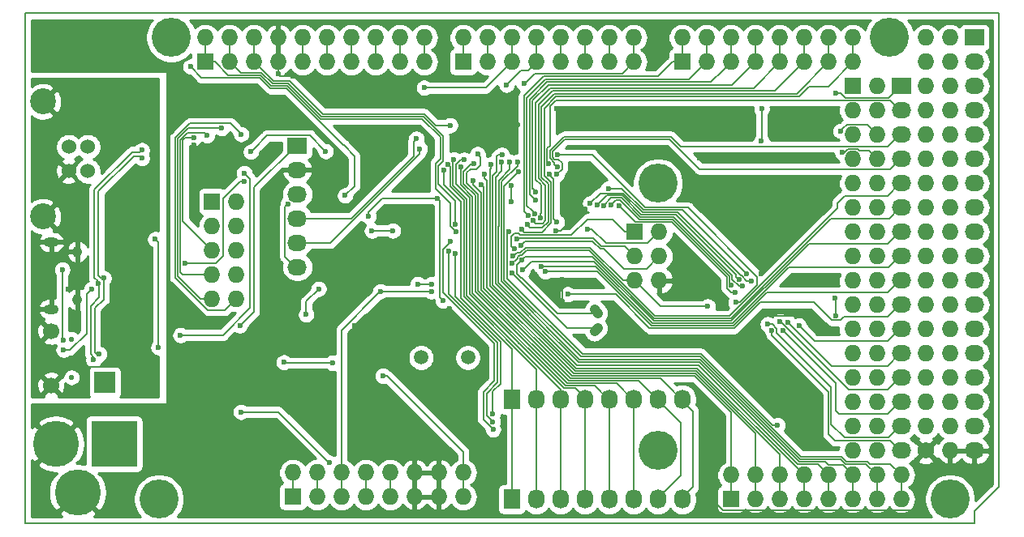
<source format=gbl>
G04 #@! TF.GenerationSoftware,KiCad,Pcbnew,5.1.0-rc1-unknown-6bb8fde~66~ubuntu16.04.1*
G04 #@! TF.CreationDate,2019-02-10T19:38:57+01:00
G04 #@! TF.ProjectId,arduino_mega_all_pins,61726475-696e-46f5-9f6d-6567615f616c,rev?*
G04 #@! TF.SameCoordinates,Original*
G04 #@! TF.FileFunction,Copper,L2,Bot*
G04 #@! TF.FilePolarity,Positive*
%FSLAX46Y46*%
G04 Gerber Fmt 4.6, Leading zero omitted, Abs format (unit mm)*
G04 Created by KiCad (PCBNEW 5.1.0-rc1-unknown-6bb8fde~66~ubuntu16.04.1) date 2019-02-10 19:38:57*
%MOMM*%
%LPD*%
G04 APERTURE LIST*
%ADD10C,0.150000*%
%ADD11R,2.032000X1.727200*%
%ADD12O,2.032000X1.727200*%
%ADD13C,1.727200*%
%ADD14O,1.727200X1.727200*%
%ADD15R,1.727200X2.032000*%
%ADD16O,1.727200X2.032000*%
%ADD17C,4.064000*%
%ADD18R,1.727200X1.727200*%
%ADD19C,1.524000*%
%ADD20C,2.700020*%
%ADD21O,0.950000X1.250000*%
%ADD22O,1.550000X1.000000*%
%ADD23C,1.700000*%
%ADD24C,0.550000*%
%ADD25R,2.235200X2.235200*%
%ADD26C,4.800600*%
%ADD27R,4.800600X4.800600*%
%ADD28C,1.000760*%
%ADD29C,1.000760*%
%ADD30C,1.501140*%
%ADD31C,0.600000*%
%ADD32C,0.254000*%
G04 APERTURE END LIST*
D10*
X204978000Y-72771000D02*
X204978000Y-68326000D01*
X200406000Y-68326000D02*
X204978000Y-68326000D01*
X200406000Y-68326000D02*
X199898000Y-68326000D01*
X204978000Y-73406000D02*
X204978000Y-72771000D01*
X204978000Y-73406000D02*
X204978000Y-83566000D01*
X204978000Y-83566000D02*
X204978000Y-117856000D01*
X204978000Y-117856000D02*
X202438000Y-120396000D01*
X202438000Y-120396000D02*
X202438000Y-121666000D01*
X202438000Y-121666000D02*
X103378000Y-121666000D01*
X103378000Y-68326000D02*
X199898000Y-68326000D01*
X103378000Y-121666000D02*
X103378000Y-68326000D01*
D11*
X194818000Y-75946000D03*
D12*
X194818000Y-78486000D03*
X194818000Y-81026000D03*
X194818000Y-83566000D03*
X194818000Y-86106000D03*
X194818000Y-88646000D03*
X194818000Y-91186000D03*
X194818000Y-93726000D03*
X194818000Y-96266000D03*
X194818000Y-98806000D03*
X194818000Y-101346000D03*
X194818000Y-103886000D03*
X194818000Y-106426000D03*
X194818000Y-108966000D03*
X194818000Y-111506000D03*
X194818000Y-114046000D03*
D13*
X197358000Y-114046000D03*
D14*
X199898000Y-114046000D03*
X197358000Y-111506000D03*
X199898000Y-111506000D03*
X197358000Y-108966000D03*
X199898000Y-108966000D03*
X197358000Y-106426000D03*
X199898000Y-106426000D03*
X197358000Y-103886000D03*
X199898000Y-103886000D03*
X197358000Y-101346000D03*
X199898000Y-101346000D03*
X197358000Y-98806000D03*
X199898000Y-98806000D03*
X197358000Y-96266000D03*
X199898000Y-96266000D03*
X197358000Y-93726000D03*
X199898000Y-93726000D03*
X197358000Y-91186000D03*
X199898000Y-91186000D03*
X197358000Y-88646000D03*
X199898000Y-88646000D03*
X197358000Y-86106000D03*
X199898000Y-86106000D03*
X197358000Y-83566000D03*
X199898000Y-83566000D03*
X197358000Y-81026000D03*
X199898000Y-81026000D03*
X197358000Y-78486000D03*
X199898000Y-78486000D03*
X197358000Y-75946000D03*
X199898000Y-75946000D03*
X197358000Y-73406000D03*
X199898000Y-73406000D03*
X197358000Y-70866000D03*
X199898000Y-70866000D03*
D15*
X154178000Y-108712000D03*
D16*
X156718000Y-108712000D03*
X159258000Y-108712000D03*
X161798000Y-108712000D03*
X164338000Y-108712000D03*
X166878000Y-108712000D03*
X169418000Y-108712000D03*
X171958000Y-108712000D03*
D17*
X117348000Y-119126000D03*
X169418000Y-114046000D03*
X199898000Y-119126000D03*
X118618000Y-70866000D03*
X169418000Y-86106000D03*
X193548000Y-70866000D03*
D14*
X149098000Y-116332000D03*
X149098000Y-118872000D03*
X146558000Y-116332000D03*
X146558000Y-118872000D03*
X144018000Y-116332000D03*
X144018000Y-118872000D03*
X141478000Y-116332000D03*
X141478000Y-118872000D03*
X138938000Y-116332000D03*
X138938000Y-118872000D03*
X136398000Y-116332000D03*
X136398000Y-118872000D03*
X133858000Y-116332000D03*
X133858000Y-118872000D03*
X131318000Y-116332000D03*
D18*
X131318000Y-118872000D03*
X177038000Y-119126000D03*
D14*
X177038000Y-116586000D03*
X179578000Y-119126000D03*
X179578000Y-116586000D03*
X182118000Y-119126000D03*
X182118000Y-116586000D03*
X184658000Y-119126000D03*
X184658000Y-116586000D03*
X187198000Y-119126000D03*
X187198000Y-116586000D03*
X189738000Y-119126000D03*
X189738000Y-116586000D03*
X192278000Y-119126000D03*
X192278000Y-116586000D03*
X194818000Y-119126000D03*
X194818000Y-116586000D03*
D18*
X122174000Y-73406000D03*
D14*
X122174000Y-70866000D03*
X124714000Y-73406000D03*
X124714000Y-70866000D03*
X127254000Y-73406000D03*
X127254000Y-70866000D03*
X129794000Y-73406000D03*
X129794000Y-70866000D03*
X132334000Y-73406000D03*
X132334000Y-70866000D03*
X134874000Y-73406000D03*
X134874000Y-70866000D03*
X137414000Y-73406000D03*
X137414000Y-70866000D03*
X139954000Y-73406000D03*
X139954000Y-70866000D03*
X142494000Y-73406000D03*
X142494000Y-70866000D03*
X145034000Y-73406000D03*
X145034000Y-70866000D03*
X189738000Y-70866000D03*
X189738000Y-73406000D03*
X187198000Y-70866000D03*
X187198000Y-73406000D03*
X184658000Y-70866000D03*
X184658000Y-73406000D03*
X182118000Y-70866000D03*
X182118000Y-73406000D03*
X179578000Y-70866000D03*
X179578000Y-73406000D03*
X177038000Y-70866000D03*
X177038000Y-73406000D03*
X174498000Y-70866000D03*
X174498000Y-73406000D03*
X171958000Y-70866000D03*
D18*
X171958000Y-73406000D03*
X167005000Y-91186000D03*
D14*
X169545000Y-91186000D03*
X167005000Y-93726000D03*
X169545000Y-93726000D03*
X167005000Y-96266000D03*
X169545000Y-96266000D03*
D18*
X189738000Y-75946000D03*
D14*
X192278000Y-75946000D03*
X189738000Y-78486000D03*
X192278000Y-78486000D03*
X189738000Y-81026000D03*
X192278000Y-81026000D03*
X189738000Y-83566000D03*
X192278000Y-83566000D03*
X189738000Y-86106000D03*
X192278000Y-86106000D03*
X189738000Y-88646000D03*
X192278000Y-88646000D03*
X189738000Y-91186000D03*
X192278000Y-91186000D03*
X189738000Y-93726000D03*
X192278000Y-93726000D03*
X189738000Y-96266000D03*
X192278000Y-96266000D03*
X189738000Y-98806000D03*
X192278000Y-98806000D03*
X189738000Y-101346000D03*
X192278000Y-101346000D03*
X189738000Y-103886000D03*
X192278000Y-103886000D03*
X189738000Y-106426000D03*
X192278000Y-106426000D03*
X189738000Y-108966000D03*
X192278000Y-108966000D03*
X189738000Y-111506000D03*
X192278000Y-111506000D03*
X189738000Y-114046000D03*
X192278000Y-114046000D03*
X166878000Y-70866000D03*
X166878000Y-73406000D03*
X164338000Y-70866000D03*
X164338000Y-73406000D03*
X161798000Y-70866000D03*
X161798000Y-73406000D03*
X159258000Y-70866000D03*
X159258000Y-73406000D03*
X156718000Y-70866000D03*
X156718000Y-73406000D03*
X154178000Y-70866000D03*
X154178000Y-73406000D03*
X151638000Y-70866000D03*
X151638000Y-73406000D03*
X149098000Y-70866000D03*
D18*
X149098000Y-73406000D03*
D15*
X154178000Y-119126000D03*
D16*
X156718000Y-119126000D03*
X159258000Y-119126000D03*
X161798000Y-119126000D03*
X164338000Y-119126000D03*
X166878000Y-119126000D03*
X169418000Y-119126000D03*
X171958000Y-119126000D03*
D11*
X131772660Y-82169000D03*
D12*
X131772660Y-84709000D03*
X131772660Y-87249000D03*
X131772660Y-89789000D03*
X131772660Y-92329000D03*
X131772660Y-94869000D03*
D18*
X122882660Y-88011000D03*
D14*
X125422660Y-88011000D03*
X122882660Y-90551000D03*
X125422660Y-90551000D03*
X122882660Y-93091000D03*
X125422660Y-93091000D03*
X122882660Y-95631000D03*
X125422660Y-95631000D03*
X122882660Y-98171000D03*
X125422660Y-98171000D03*
D19*
X109928660Y-82296000D03*
X109928660Y-84836000D03*
X107929680Y-84836000D03*
X107929680Y-82296000D03*
D20*
X105229660Y-77566520D03*
X105229660Y-89565480D03*
D21*
X108824200Y-93257100D03*
X108824200Y-98257100D03*
D22*
X106124200Y-92257100D03*
X106124200Y-99257100D03*
D23*
X106074660Y-101569000D03*
X106074660Y-107219000D03*
D24*
X108224660Y-102394000D03*
X108224660Y-106392980D03*
D25*
X111706660Y-106934000D03*
D26*
X106573320Y-113347500D03*
D27*
X112669320Y-113347500D03*
D26*
X108859320Y-118427500D03*
D28*
X162983066Y-99495766D03*
D29*
X162806155Y-99318855D02*
X163159977Y-99672677D01*
D28*
X162983066Y-101418234D03*
D29*
X163159977Y-101241323D02*
X162806155Y-101595145D01*
D30*
X144696884Y-104309490D03*
X149578764Y-104309490D03*
D11*
X202438000Y-70866000D03*
D12*
X202438000Y-73406000D03*
X202438000Y-75946000D03*
X202438000Y-78486000D03*
X202438000Y-81026000D03*
X202438000Y-83566000D03*
X202438000Y-86106000D03*
X202438000Y-88646000D03*
X202438000Y-91186000D03*
X202438000Y-93726000D03*
X202438000Y-96266000D03*
X202438000Y-98806000D03*
X202438000Y-101346000D03*
X202438000Y-103886000D03*
X202438000Y-106426000D03*
X202438000Y-108966000D03*
X202438000Y-111506000D03*
X202438000Y-114046000D03*
D31*
X123502660Y-82408000D03*
X124802660Y-83708000D03*
X124802660Y-82408000D03*
X123502660Y-83708000D03*
X122047000Y-77851000D03*
X129794000Y-74676000D03*
X137033000Y-95504000D03*
X137033000Y-97282000D03*
X137795000Y-100965000D03*
X140081000Y-99822000D03*
X143410662Y-88745338D03*
X148209000Y-78613000D03*
X154813000Y-80010000D03*
X124460000Y-110363000D03*
X148971000Y-100838000D03*
X147701000Y-99170000D03*
X126568200Y-115392200D03*
X117411500Y-112433100D03*
X120002300Y-116116100D03*
X142430500Y-96405700D03*
X133718300Y-85483700D03*
X133807200Y-87312500D03*
X164706300Y-101739700D03*
X158846893Y-78326010D03*
X172593000Y-81407000D03*
X173736000Y-83439000D03*
X180086000Y-83566000D03*
X178943000Y-86106000D03*
X183896000Y-86741000D03*
X178689000Y-88519000D03*
X182372000Y-81534000D03*
X174231300Y-108661200D03*
X181813200Y-105854500D03*
X183769000Y-108839000D03*
X185166000Y-112069601D03*
X161798000Y-88773000D03*
X158750000Y-91045989D03*
X132080000Y-79756000D03*
X136461500Y-85407500D03*
X136779000Y-80518000D03*
X143256000Y-86360000D03*
X120986460Y-82072603D03*
X121285000Y-85661500D03*
X131318000Y-74866500D03*
X159435800Y-96113600D03*
X159461200Y-98425000D03*
X180162200Y-95580200D03*
X185115200Y-96113600D03*
X176504600Y-99136200D03*
X184937400Y-99949000D03*
X179197000Y-101371400D03*
X152201880Y-111815880D03*
X141740343Y-91050657D03*
X154664978Y-91914207D03*
X139572998Y-91059000D03*
X147764500Y-92202000D03*
X153886177Y-91173527D03*
X181864000Y-111379000D03*
X148289485Y-93434778D03*
X152172267Y-110212731D03*
X154413889Y-92956311D03*
X147581997Y-93185824D03*
X152173052Y-111030446D03*
X155101509Y-92632104D03*
X187960000Y-99949000D03*
X187858400Y-98094800D03*
X178665185Y-95604015D03*
X164236400Y-86639400D03*
X188665389Y-82898003D03*
X188468000Y-80645006D03*
X154124660Y-86360000D03*
X154124660Y-88010034D03*
X146987260Y-98354011D03*
X162088215Y-90907769D03*
X130393440Y-104823260D03*
X135444720Y-104874060D03*
X158877000Y-90170000D03*
X139192000Y-89535000D03*
X146431000Y-87654000D03*
X180225700Y-78326010D03*
X158071790Y-85164471D03*
X180217454Y-81668590D03*
X140700760Y-106235500D03*
X147087846Y-84735848D03*
X147498020Y-84107935D03*
X148107256Y-83610058D03*
X149194539Y-83646768D03*
X148888021Y-84348774D03*
X150223282Y-84089462D03*
X150587595Y-83071043D03*
X150111460Y-85852000D03*
X150936960Y-86207600D03*
X151327068Y-85141117D03*
X151951421Y-84167958D03*
X153127649Y-83138781D03*
X153117617Y-83888726D03*
X153921460Y-83870800D03*
X154759660Y-83845400D03*
X154877518Y-84871512D03*
X147716147Y-80043673D03*
X145818858Y-96659700D03*
X144327880Y-96659700D03*
X145011299Y-76113799D03*
X153606500Y-75819000D03*
X155760300Y-90435442D03*
X148268999Y-90428615D03*
X155187233Y-90919294D03*
X148336000Y-91195618D03*
X144200880Y-81445100D03*
X155453080Y-75702160D03*
X144558990Y-82491203D03*
X155837846Y-89446423D03*
X156566157Y-89267314D03*
X156613858Y-87845900D03*
X156677360Y-87007700D03*
X157159951Y-89725491D03*
X156373497Y-89995283D03*
X134747000Y-82740502D03*
X126936500Y-82808000D03*
X133997700Y-97142276D03*
X132715000Y-99821996D03*
X145761170Y-97409689D03*
X174586900Y-98971100D03*
X140462000Y-97396300D03*
X136779000Y-87376000D03*
X120650000Y-73914000D03*
X154298830Y-93688964D03*
X125912880Y-110002320D03*
X135128000Y-115316000D03*
X125793500Y-100965000D03*
X116967000Y-91948000D03*
X117284504Y-103251000D03*
X107261660Y-95123000D03*
X107361557Y-102483839D03*
X111571978Y-96018863D03*
X115554179Y-83483000D03*
X111118181Y-103966479D03*
X111452660Y-83693000D03*
X107886660Y-97155000D03*
X112936020Y-87185500D03*
X112758220Y-93662500D03*
X112910620Y-100901500D03*
X113139220Y-104660700D03*
X108618020Y-100850700D03*
X110970936Y-96619905D03*
X110517139Y-104567521D03*
X115554179Y-82633000D03*
X110309660Y-97155000D03*
X107388661Y-103505000D03*
X130810000Y-88265000D03*
X121031000Y-81374010D03*
X122364500Y-81089498D03*
X123902660Y-80327472D03*
X125920500Y-80962500D03*
X187960000Y-76708000D03*
X157657800Y-95326200D03*
X158012831Y-84023769D03*
X159994600Y-97713800D03*
X158902400Y-84404200D03*
X184124600Y-100990400D03*
X162328816Y-88214785D03*
X179120509Y-96301249D03*
X158851600Y-85166200D03*
X163072454Y-88390187D03*
X177876200Y-96189800D03*
X182956200Y-100609400D03*
X154174966Y-94477789D03*
X163772160Y-88410884D03*
X178203614Y-96872110D03*
X182149082Y-100527518D03*
X155219400Y-94081600D03*
X164533003Y-88341201D03*
X177056872Y-96759051D03*
X182422798Y-101473000D03*
X154203400Y-95504000D03*
X155321002Y-95148400D03*
X165339713Y-88431751D03*
X177494971Y-97538235D03*
X180868988Y-100835044D03*
X157226000Y-94767400D03*
X119580660Y-101981000D03*
X126238000Y-85026500D03*
X126238000Y-85915500D03*
X120078500Y-94488000D03*
X177520600Y-98552000D03*
X158902404Y-83134200D03*
X181315023Y-101507298D03*
D10*
X144018000Y-116332000D02*
X144018000Y-118872000D01*
X146558000Y-116332000D02*
X146558000Y-118872000D01*
X129794000Y-72087314D02*
X129794000Y-73406000D01*
X129794000Y-70866000D02*
X129794000Y-72087314D01*
X129794000Y-74676000D02*
X129794000Y-73406000D01*
X137033000Y-95504000D02*
X137033000Y-97282000D01*
X138938000Y-99822000D02*
X140081000Y-99822000D01*
X137795000Y-100965000D02*
X138938000Y-99822000D01*
X149606000Y-80010000D02*
X154813000Y-80010000D01*
X148209000Y-78613000D02*
X149606000Y-80010000D01*
X147701000Y-99568000D02*
X147701000Y-99170000D01*
X148971000Y-100838000D02*
X147701000Y-99568000D01*
X126268201Y-115092201D02*
X126568200Y-115392200D01*
X124460000Y-110363000D02*
X124460000Y-113284000D01*
X124460000Y-113284000D02*
X126268201Y-115092201D01*
X120370600Y-115392200D02*
X117411500Y-112433100D01*
X126568200Y-115392200D02*
X120370600Y-115392200D01*
X117411500Y-113525300D02*
X120002300Y-116116100D01*
X117411500Y-112433100D02*
X117411500Y-113525300D01*
X141528800Y-95504000D02*
X142430500Y-96405700D01*
X137033000Y-95504000D02*
X141528800Y-95504000D01*
X133718300Y-87223600D02*
X133807200Y-87312500D01*
X133718300Y-85483700D02*
X133718300Y-87223600D01*
X158846893Y-79344893D02*
X158846893Y-78750274D01*
X158846893Y-78750274D02*
X158846893Y-78326010D01*
X159766000Y-80264000D02*
X158846893Y-79344893D01*
X171450000Y-80264000D02*
X172593000Y-81407000D01*
X159766000Y-80264000D02*
X171450000Y-80264000D01*
X179959000Y-83439000D02*
X180086000Y-83566000D01*
X173736000Y-83439000D02*
X179959000Y-83439000D01*
X183261000Y-86106000D02*
X183896000Y-86741000D01*
X178943000Y-86106000D02*
X183261000Y-86106000D01*
X182671999Y-81234001D02*
X182671999Y-80726001D01*
X182372000Y-81534000D02*
X182671999Y-81234001D01*
X197358000Y-114046000D02*
X198818500Y-115506500D01*
X198818500Y-115506500D02*
X198818500Y-115836700D01*
X198818500Y-115836700D02*
X196951600Y-117703600D01*
X196951600Y-117703600D02*
X196951600Y-119722900D01*
X196951600Y-119722900D02*
X196354700Y-120319800D01*
X174231300Y-118361502D02*
X174231300Y-108661200D01*
X176189598Y-120319800D02*
X174231300Y-118361502D01*
X196354700Y-120319800D02*
X176189598Y-120319800D01*
X183769000Y-110672601D02*
X185166000Y-112069601D01*
X183769000Y-108839000D02*
X183769000Y-110672601D01*
X161544000Y-88773000D02*
X161798000Y-88773000D01*
X159271011Y-91045989D02*
X161544000Y-88773000D01*
X158750000Y-91045989D02*
X159271011Y-91045989D01*
X136385300Y-85483700D02*
X136461500Y-85407500D01*
X133718300Y-85483700D02*
X136385300Y-85483700D01*
X120986460Y-82072603D02*
X120986460Y-85362960D01*
X120986460Y-85362960D02*
X121285000Y-85661500D01*
X129984500Y-74866500D02*
X131318000Y-74866500D01*
X129794000Y-74676000D02*
X129984500Y-74866500D01*
X159435800Y-98399600D02*
X159461200Y-98425000D01*
X159435800Y-96113600D02*
X159435800Y-98399600D01*
X178689000Y-88519000D02*
X178689000Y-89814400D01*
X180162200Y-91287600D02*
X180162200Y-95580200D01*
X178689000Y-89814400D02*
X180162200Y-91287600D01*
X169545000Y-96266000D02*
X174802800Y-96266000D01*
X174802800Y-96266000D02*
X175615600Y-97078800D01*
X175615600Y-98247200D02*
X176504600Y-99136200D01*
X175615600Y-97078800D02*
X175615600Y-98247200D01*
X179496999Y-101071401D02*
X179197000Y-101371400D01*
X180619400Y-99949000D02*
X179496999Y-101071401D01*
X184937400Y-99949000D02*
X180619400Y-99949000D01*
X150852734Y-101363780D02*
X150975060Y-101486106D01*
X151901881Y-111515881D02*
X152201880Y-111815880D01*
X151178260Y-107894120D02*
X151178260Y-110792260D01*
X150852734Y-101363780D02*
X150852734Y-101370994D01*
X151178260Y-110792260D02*
X151901881Y-111515881D01*
X150852734Y-101370994D02*
X152328880Y-102847140D01*
X152328880Y-106743500D02*
X151178260Y-107894120D01*
X152328880Y-102847140D02*
X152328880Y-106743500D01*
X154788693Y-92028288D02*
X154674612Y-91914207D01*
X154674612Y-91914207D02*
X154664978Y-91914207D01*
X141740343Y-91050657D02*
X139581341Y-91050657D01*
X139581341Y-91050657D02*
X139572998Y-91059000D01*
X162643721Y-91821000D02*
X154758185Y-91821000D01*
X167005000Y-93726000D02*
X165953612Y-92674612D01*
X154758185Y-91821000D02*
X154664978Y-91914207D01*
X165953612Y-92674612D02*
X163497333Y-92674612D01*
X163497333Y-92674612D02*
X162643721Y-91821000D01*
X146971748Y-97482794D02*
X146971748Y-92994752D01*
X146971748Y-92994752D02*
X147464501Y-92501999D01*
X150852734Y-101363780D02*
X146971748Y-97482794D01*
X147464501Y-92501999D02*
X147764500Y-92202000D01*
X173909011Y-103932011D02*
X181356000Y-111379000D01*
X181356000Y-111379000D02*
X181864000Y-111379000D01*
X153886177Y-91173527D02*
X153692436Y-91367268D01*
X153692436Y-91367268D02*
X153692436Y-96056272D01*
X161568175Y-103932011D02*
X173909011Y-103932011D01*
X153692436Y-96056272D02*
X161568175Y-103932011D01*
X164653599Y-89848199D02*
X165991400Y-91186000D01*
X162059620Y-89848199D02*
X164653599Y-89848199D01*
X165991400Y-91186000D02*
X167005000Y-91186000D01*
X162301461Y-89848199D02*
X162059620Y-89848199D01*
X148289485Y-97938867D02*
X148289485Y-93434778D01*
X152172267Y-110212731D02*
X152172267Y-107867853D01*
X152986740Y-102636122D02*
X148289485Y-97938867D01*
X152172267Y-107867853D02*
X152986740Y-107053380D01*
X152986740Y-107053380D02*
X152986740Y-102636122D01*
X154888296Y-91350887D02*
X154451703Y-91350887D01*
X162059620Y-89848199D02*
X160386830Y-91520989D01*
X155058398Y-91520989D02*
X154888296Y-91350887D01*
X160386830Y-91520989D02*
X155058398Y-91520989D01*
X154113890Y-92656312D02*
X154413889Y-92956311D01*
X154451703Y-91350887D02*
X154113890Y-91688700D01*
X154113890Y-91688700D02*
X154113890Y-92656312D01*
X147581997Y-97655658D02*
X147581997Y-93610088D01*
X169545000Y-93726000D02*
X168236900Y-95034100D01*
X147581997Y-93610088D02*
X147581997Y-93185824D01*
X168236900Y-95034100D02*
X166898320Y-95034100D01*
X166898320Y-95034100D02*
X166625770Y-95034100D01*
X151873053Y-110730447D02*
X152173052Y-111030446D01*
X151523799Y-110381193D02*
X151873053Y-110730447D01*
X151234140Y-101307801D02*
X152666700Y-102740361D01*
X151234140Y-101307801D02*
X147581997Y-97655658D01*
X152666700Y-102740361D02*
X152666700Y-106908600D01*
X152666700Y-106908600D02*
X151523799Y-108051501D01*
X151523799Y-109827060D02*
X151523799Y-110381193D01*
X151523799Y-108051501D02*
X151523799Y-109827060D01*
X166898320Y-95034100D02*
X165836404Y-95034100D01*
X163373065Y-92974623D02*
X162600442Y-92202000D01*
X165836404Y-95034100D02*
X163776927Y-92974623D01*
X163776927Y-92974623D02*
X163373065Y-92974623D01*
X155101509Y-92632104D02*
X155448000Y-92285613D01*
X155448000Y-92285613D02*
X155491387Y-92285613D01*
X155575000Y-92202000D02*
X156337000Y-92202000D01*
X155491387Y-92285613D02*
X155575000Y-92202000D01*
X162600442Y-92202000D02*
X156337000Y-92202000D01*
X187960000Y-98196400D02*
X187858400Y-98094800D01*
X187960000Y-99949000D02*
X187960000Y-98196400D01*
X164660664Y-86639400D02*
X164236400Y-86639400D01*
X178665185Y-95604015D02*
X171958514Y-88897344D01*
X171958514Y-88897344D02*
X167891344Y-88897344D01*
X167891344Y-88897344D02*
X165633400Y-86639400D01*
X165633400Y-86639400D02*
X164660664Y-86639400D01*
X190236529Y-82527399D02*
X189239471Y-82527399D01*
X190411531Y-82702401D02*
X190236529Y-82527399D01*
X188868867Y-82898003D02*
X188665389Y-82898003D01*
X189239471Y-82527399D02*
X188868867Y-82898003D01*
X191414401Y-82702401D02*
X190411531Y-82702401D01*
X192278000Y-83566000D02*
X191414401Y-82702401D01*
X191239399Y-79987399D02*
X189125607Y-79987399D01*
X192278000Y-81026000D02*
X191239399Y-79987399D01*
X189125607Y-79987399D02*
X188767999Y-80345007D01*
X188767999Y-80345007D02*
X188468000Y-80645006D01*
X141478000Y-117553314D02*
X141478000Y-118872000D01*
X141478000Y-116332000D02*
X141478000Y-117553314D01*
X154124660Y-88010034D02*
X154124660Y-86360000D01*
X133858000Y-117553314D02*
X133858000Y-118872000D01*
X133858000Y-116332000D02*
X133858000Y-117553314D01*
X162512479Y-90907769D02*
X162088215Y-90907769D01*
X163979312Y-92374601D02*
X162512479Y-90907769D01*
X168356399Y-92374601D02*
X163979312Y-92374601D01*
X169545000Y-91186000D02*
X168356399Y-92374601D01*
X135444720Y-104874060D02*
X130444240Y-104874060D01*
X130444240Y-104874060D02*
X130393440Y-104823260D01*
X146987260Y-98354011D02*
X146687261Y-98054012D01*
X146687261Y-87910261D02*
X146431000Y-87654000D01*
X146687261Y-94107000D02*
X146687261Y-87910261D01*
X146687261Y-98054012D02*
X146687261Y-94107000D01*
X144613500Y-87654000D02*
X146431000Y-87654000D01*
X140628500Y-87654000D02*
X144613500Y-87654000D01*
X139192000Y-89090500D02*
X140628500Y-87654000D01*
X139192000Y-89535000D02*
X139192000Y-89090500D01*
X158371789Y-85464470D02*
X158071790Y-85164471D01*
X158521400Y-89814400D02*
X158521400Y-85614081D01*
X158521400Y-85614081D02*
X158371789Y-85464470D01*
X158877000Y-90170000D02*
X158521400Y-89814400D01*
X180225700Y-81660344D02*
X180217454Y-81668590D01*
X180225700Y-78326010D02*
X180225700Y-81660344D01*
X149098000Y-117553314D02*
X149098000Y-118872000D01*
X149098000Y-116332000D02*
X149098000Y-117553314D01*
X149098000Y-114208476D02*
X149098000Y-115110686D01*
X141125024Y-106235500D02*
X149098000Y-114208476D01*
X149098000Y-115110686D02*
X149098000Y-116332000D01*
X140700760Y-106235500D02*
X141125024Y-106235500D01*
X154178000Y-108966000D02*
X154178000Y-119126000D01*
X154178000Y-107800000D02*
X154178000Y-108966000D01*
X147087846Y-84735848D02*
X147087846Y-86231986D01*
X148861002Y-88005142D02*
X148861002Y-98086111D01*
X154178000Y-103403109D02*
X154178000Y-107800000D01*
X147087846Y-86231986D02*
X148861002Y-88005142D01*
X148861002Y-98086111D02*
X154178000Y-103403109D01*
X156718000Y-117860000D02*
X156718000Y-108966000D01*
X156718000Y-119126000D02*
X156718000Y-117860000D01*
X147723019Y-84332934D02*
X147723019Y-86442880D01*
X149161013Y-87880874D02*
X149161013Y-97961843D01*
X147498020Y-84107935D02*
X147723019Y-84332934D01*
X156718000Y-107800000D02*
X156718000Y-108966000D01*
X156718000Y-105518830D02*
X156718000Y-107800000D01*
X149161013Y-97961843D02*
X156718000Y-105518830D01*
X147723019Y-86442880D02*
X149161013Y-87880874D01*
X159258000Y-118419348D02*
X159258000Y-119126000D01*
X159258000Y-108966000D02*
X159258000Y-118419348D01*
X148023030Y-86318612D02*
X149461024Y-87756606D01*
X148107256Y-83610058D02*
X148023030Y-83694284D01*
X159258000Y-107634551D02*
X159258000Y-107800000D01*
X159258000Y-107800000D02*
X159258000Y-108966000D01*
X148023030Y-83694284D02*
X148023030Y-86318612D01*
X149461024Y-87756606D02*
X149461024Y-97837575D01*
X149461024Y-97837575D02*
X159258000Y-107634551D01*
X161798000Y-117860000D02*
X161798000Y-108966000D01*
X161798000Y-119126000D02*
X161798000Y-117860000D01*
X154854705Y-102806977D02*
X154757120Y-102709392D01*
X148847551Y-83646768D02*
X149194539Y-83646768D01*
X148323041Y-84171278D02*
X148847551Y-83646768D01*
X148323041Y-86194344D02*
X148323041Y-84171278D01*
X149761035Y-87632338D02*
X148323041Y-86194344D01*
X149761035Y-97713307D02*
X149761035Y-87632338D01*
X154757120Y-102709392D02*
X149761035Y-97713307D01*
X161798000Y-108559600D02*
X161798000Y-108712000D01*
X160756600Y-107518200D02*
X161798000Y-108559600D01*
X159565928Y-107518200D02*
X160756600Y-107518200D01*
X154757120Y-102709392D02*
X159565928Y-107518200D01*
X162788600Y-107264200D02*
X164338000Y-108813600D01*
X159736207Y-107264200D02*
X162788600Y-107264200D01*
X148888021Y-84348774D02*
X148812450Y-84424345D01*
X164338000Y-108813600D02*
X164338000Y-108966000D01*
X150061046Y-87508071D02*
X150061046Y-97589039D01*
X148812450Y-84424345D02*
X148812450Y-86259475D01*
X150061046Y-97589039D02*
X159736207Y-107264200D01*
X164338000Y-108966000D02*
X164338000Y-119126000D01*
X148812450Y-86259475D02*
X150061046Y-87508071D01*
X155103241Y-102206955D02*
X155019526Y-102123240D01*
X149913607Y-84089462D02*
X150223282Y-84089462D01*
X150361057Y-97464771D02*
X150361057Y-87383803D01*
X150361057Y-87383803D02*
X149130667Y-86153413D01*
X149130667Y-84872402D02*
X149913607Y-84089462D01*
X155019526Y-102123240D02*
X150361057Y-97464771D01*
X149130667Y-86153413D02*
X149130667Y-84872402D01*
X159910475Y-107014189D02*
X165078589Y-107014189D01*
X165078589Y-107014189D02*
X166878000Y-108813600D01*
X166878000Y-108813600D02*
X166878000Y-117960000D01*
X166878000Y-117960000D02*
X166878000Y-119126000D01*
X155019526Y-102123240D02*
X159910475Y-107014189D01*
X149455463Y-86053930D02*
X150661068Y-87259535D01*
X149455463Y-84982614D02*
X149455463Y-86053930D01*
X149823614Y-84614463D02*
X149455463Y-84982614D01*
X150587595Y-83071043D02*
X150887594Y-83371042D01*
X167368578Y-106764178D02*
X171775001Y-111170601D01*
X150661068Y-87259535D02*
X150661068Y-97340503D01*
X171775001Y-111170601D02*
X171775001Y-116616599D01*
X150887594Y-83371042D02*
X150887594Y-84202152D01*
X169418000Y-118973600D02*
X169418000Y-119126000D01*
X171775001Y-116616599D02*
X169418000Y-118973600D01*
X160084743Y-106764178D02*
X167368578Y-106764178D01*
X150661068Y-97340503D02*
X160084743Y-106764178D01*
X150475283Y-84614463D02*
X149823614Y-84614463D01*
X150887594Y-84202152D02*
X150475283Y-84614463D01*
X155351777Y-101606933D02*
X155248324Y-101503480D01*
X150961079Y-87125883D02*
X150111460Y-86276264D01*
X150961079Y-97216235D02*
X150961079Y-87125883D01*
X155248324Y-101503480D02*
X150961079Y-97216235D01*
X150111460Y-86276264D02*
X150111460Y-85852000D01*
X171958000Y-118973600D02*
X171958000Y-119126000D01*
X155248324Y-101503480D02*
X160259011Y-106514167D01*
X173071600Y-109927200D02*
X173071600Y-117860000D01*
X169658567Y-106514167D02*
X173071600Y-109927200D01*
X173071600Y-117860000D02*
X171958000Y-118973600D01*
X160259011Y-106514167D02*
X169658567Y-106514167D01*
X177038000Y-118345130D02*
X177038000Y-119126000D01*
X177038000Y-116586000D02*
X177038000Y-118345130D01*
X159920940Y-105751818D02*
X160009110Y-105839988D01*
X151261090Y-97091968D02*
X151261090Y-86531730D01*
X159920940Y-105751818D02*
X151261090Y-97091968D01*
X151236959Y-86507599D02*
X150936960Y-86207600D01*
X151261090Y-86531730D02*
X151236959Y-86507599D01*
X177038000Y-116586000D02*
X177038000Y-110058200D01*
X177038000Y-110058200D02*
X173243956Y-106264156D01*
X160433278Y-106264156D02*
X159920940Y-105751818D01*
X173243956Y-106264156D02*
X160433278Y-106264156D01*
X179578000Y-119126000D02*
X179578000Y-116586000D01*
X160607547Y-106014145D02*
X173347513Y-106014145D01*
X173347513Y-106014145D02*
X179578000Y-112244632D01*
X151327068Y-85565381D02*
X151561101Y-85799414D01*
X179578000Y-115364686D02*
X179578000Y-116586000D01*
X179578000Y-112244632D02*
X179578000Y-115364686D01*
X151561101Y-85799414D02*
X151561101Y-96967699D01*
X151561101Y-96967699D02*
X160607547Y-106014145D01*
X151327068Y-85141117D02*
X151327068Y-85565381D01*
X182118000Y-117807314D02*
X182118000Y-119126000D01*
X182118000Y-116586000D02*
X182118000Y-117807314D01*
X151861112Y-96843431D02*
X151861112Y-90233193D01*
X151861112Y-90233193D02*
X151892370Y-90201935D01*
X151951421Y-84592222D02*
X151951421Y-84167958D01*
X151892370Y-90201935D02*
X151892370Y-84651273D01*
X173419013Y-105732077D02*
X160749758Y-105732077D01*
X182118000Y-114431064D02*
X173419013Y-105732077D01*
X182118000Y-116586000D02*
X182118000Y-114431064D01*
X151892370Y-84651273D02*
X151951421Y-84592222D01*
X160749758Y-105732077D02*
X151861112Y-96843431D01*
X184658000Y-117904686D02*
X184658000Y-116586000D01*
X184658000Y-119126000D02*
X184658000Y-117904686D01*
X152592616Y-84922624D02*
X152192381Y-85322859D01*
X152592616Y-83249550D02*
X152592616Y-84922624D01*
X153127649Y-83138781D02*
X152703385Y-83138781D01*
X152703385Y-83138781D02*
X152592616Y-83249550D01*
X152192381Y-85322859D02*
X152192381Y-90326203D01*
X152192381Y-90326203D02*
X152161123Y-90357461D01*
X152161123Y-90357461D02*
X152161123Y-96719163D01*
X152161123Y-96719163D02*
X160874026Y-105432066D01*
X160874026Y-105432066D02*
X173504066Y-105432066D01*
X173504066Y-105432066D02*
X183794401Y-115722401D01*
X183794401Y-115722401D02*
X184658000Y-116586000D01*
X187198000Y-117807314D02*
X187198000Y-119126000D01*
X187198000Y-116586000D02*
X187198000Y-117807314D01*
X152492392Y-85447127D02*
X153117617Y-84821902D01*
X152492392Y-90450471D02*
X152492392Y-85447127D01*
X152461134Y-90481729D02*
X152492392Y-90450471D01*
X153117617Y-84821902D02*
X153117617Y-83888726D01*
X152461134Y-96594895D02*
X152461134Y-90481729D01*
X160998294Y-105132055D02*
X152461134Y-96594895D01*
X187198000Y-116586000D02*
X186080400Y-115468400D01*
X186080400Y-115468400D02*
X183959500Y-115468400D01*
X173623155Y-105132055D02*
X160998294Y-105132055D01*
X183959500Y-115468400D02*
X173623155Y-105132055D01*
X189738000Y-117904686D02*
X189738000Y-116586000D01*
X189738000Y-119126000D02*
X189738000Y-117904686D01*
X156097385Y-99806867D02*
X155900120Y-99609602D01*
X153921460Y-84295064D02*
X153921460Y-83870800D01*
X152792403Y-90574739D02*
X152792403Y-85810430D01*
X152761145Y-90605997D02*
X152792403Y-90574739D01*
X153921460Y-84681373D02*
X153921460Y-84295064D01*
X152761145Y-96470627D02*
X152761145Y-90605997D01*
X152792403Y-85810430D02*
X153921460Y-84681373D01*
X155900120Y-99609602D02*
X152761145Y-96470627D01*
X187230263Y-115547399D02*
X188699399Y-115547399D01*
X184121985Y-115218389D02*
X186901253Y-115218389D01*
X173735640Y-104832044D02*
X184121985Y-115218389D01*
X161122562Y-104832044D02*
X173735640Y-104832044D01*
X186901253Y-115218389D02*
X187230263Y-115547399D01*
X188699399Y-115547399D02*
X189738000Y-116586000D01*
X155900120Y-99609602D02*
X161122562Y-104832044D01*
X192278000Y-117807314D02*
X192278000Y-119126000D01*
X192278000Y-116586000D02*
X192278000Y-117807314D01*
X154759660Y-84269664D02*
X154759660Y-83845400D01*
X154759660Y-84272113D02*
X154759660Y-84269664D01*
X191131011Y-115439011D02*
X188944579Y-115439011D01*
X173789196Y-104532033D02*
X161246834Y-104532033D01*
X161246834Y-104532033D02*
X153061156Y-96346355D01*
X192278000Y-116586000D02*
X191131011Y-115439011D01*
X153092414Y-90699007D02*
X153092414Y-85939359D01*
X153092414Y-85939359D02*
X154759660Y-84272113D01*
X188473946Y-114968378D02*
X184225542Y-114968378D01*
X153061156Y-90730265D02*
X153092414Y-90699007D01*
X188944579Y-115439011D02*
X188473946Y-114968378D01*
X184225542Y-114968378D02*
X173789196Y-104532033D01*
X153061156Y-96346355D02*
X153061156Y-90730265D01*
X194818000Y-117904686D02*
X194818000Y-116586000D01*
X194818000Y-119126000D02*
X194818000Y-117904686D01*
X193675000Y-115443000D02*
X194818000Y-116586000D01*
X153361167Y-96222087D02*
X161371102Y-104232022D01*
X184291731Y-114681000D02*
X188540136Y-114681000D01*
X161371102Y-104232022D02*
X173842754Y-104232022D01*
X191234568Y-115189000D02*
X191488568Y-115443000D01*
X154877518Y-84871512D02*
X153361167Y-86387863D01*
X173842754Y-104232022D02*
X184291731Y-114681000D01*
X188540136Y-114681000D02*
X189048136Y-115189000D01*
X153361167Y-86387863D02*
X153361167Y-96222087D01*
X189048136Y-115189000D02*
X191234568Y-115189000D01*
X191488568Y-115443000D02*
X193675000Y-115443000D01*
X127254000Y-72184686D02*
X127254000Y-70866000D01*
X127254000Y-73406000D02*
X127254000Y-72184686D01*
X146270326Y-80043673D02*
X147716147Y-80043673D01*
X146240499Y-80073500D02*
X146270326Y-80043673D01*
X145034000Y-78867001D02*
X146240499Y-80073500D01*
X127254000Y-73406000D02*
X129297967Y-75449967D01*
X129297967Y-75449967D02*
X131012467Y-75449967D01*
X131012467Y-75449967D02*
X134429500Y-78867000D01*
X134429500Y-78867000D02*
X145034000Y-78867001D01*
X132334000Y-73406000D02*
X132334000Y-70866000D01*
X145394594Y-96659700D02*
X145818858Y-96659700D01*
X144327880Y-96659700D02*
X145394594Y-96659700D01*
X134874000Y-70866000D02*
X134874000Y-73406000D01*
X137414000Y-72184686D02*
X137414000Y-70866000D01*
X137414000Y-73406000D02*
X137414000Y-72184686D01*
X139954000Y-72087314D02*
X139954000Y-73406000D01*
X139954000Y-70866000D02*
X139954000Y-72087314D01*
X142494000Y-72184686D02*
X142494000Y-70866000D01*
X142494000Y-73406000D02*
X142494000Y-72184686D01*
X145034000Y-70866000D02*
X145034000Y-73406000D01*
X149098000Y-72087314D02*
X149098000Y-73406000D01*
X149098000Y-70866000D02*
X149098000Y-72087314D01*
X151638000Y-72087314D02*
X151638000Y-73406000D01*
X151638000Y-70866000D02*
X151638000Y-72087314D01*
X154178000Y-73406000D02*
X154178000Y-70866000D01*
X154178000Y-73406000D02*
X151470201Y-76113799D01*
X145435563Y-76113799D02*
X145011299Y-76113799D01*
X151470201Y-76113799D02*
X145435563Y-76113799D01*
X156718000Y-70866000D02*
X156718000Y-73406000D01*
X156718000Y-73406000D02*
X155854401Y-74269599D01*
X155155901Y-74269599D02*
X153906499Y-75519001D01*
X153906499Y-75519001D02*
X153606500Y-75819000D01*
X155854401Y-74269599D02*
X155155901Y-74269599D01*
X159258000Y-72184686D02*
X159258000Y-70866000D01*
X159258000Y-73406000D02*
X159258000Y-72184686D01*
X161798000Y-72087314D02*
X161798000Y-73406000D01*
X161798000Y-70866000D02*
X161798000Y-72087314D01*
X187198000Y-72184686D02*
X187198000Y-70866000D01*
X187198000Y-73406000D02*
X187198000Y-72184686D01*
X124714000Y-72087314D02*
X124714000Y-73406000D01*
X124714000Y-70866000D02*
X124714000Y-72087314D01*
X161010600Y-76733399D02*
X160891122Y-76733399D01*
X161399003Y-76733399D02*
X161010600Y-76733399D01*
X183870601Y-76733399D02*
X161399003Y-76733399D01*
X187198000Y-73406000D02*
X183870601Y-76733399D01*
X130856516Y-75699978D02*
X134273549Y-79117011D01*
X144930443Y-79117011D02*
X147020280Y-81206848D01*
X146975727Y-83808673D02*
X146519900Y-84264500D01*
X146519900Y-84264500D02*
X146519900Y-86194900D01*
X124714000Y-73406000D02*
X125864978Y-74556978D01*
X125864978Y-74556978D02*
X128032614Y-74556978D01*
X146519900Y-86194900D02*
X148268999Y-87943999D01*
X134273549Y-79117011D02*
X144930443Y-79117011D01*
X128032614Y-74556978D02*
X129175614Y-75699978D01*
X148268999Y-87943999D02*
X148268999Y-90428615D01*
X147020280Y-83808673D02*
X146975727Y-83808673D01*
X147020280Y-81206848D02*
X147020280Y-83808673D01*
X129175614Y-75699978D02*
X130856516Y-75699978D01*
X156060299Y-90735441D02*
X155760300Y-90435442D01*
X157240949Y-78090051D02*
X157240949Y-85450348D01*
X157351300Y-90735441D02*
X156060299Y-90735441D01*
X157984972Y-90101769D02*
X157351300Y-90735441D01*
X157984972Y-86194371D02*
X157984972Y-90101769D01*
X161010600Y-76733399D02*
X158597601Y-76733399D01*
X158597601Y-76733399D02*
X157240949Y-78090051D01*
X157240949Y-85450348D02*
X157984972Y-86194371D01*
X189738000Y-72087314D02*
X189738000Y-73406000D01*
X189738000Y-70866000D02*
X189738000Y-72087314D01*
X122174000Y-72292400D02*
X122174000Y-70866000D01*
X122174000Y-73406000D02*
X122174000Y-72292400D01*
X161452560Y-77033410D02*
X161015390Y-77033410D01*
X189738000Y-73406000D02*
X187165001Y-75978999D01*
X187165001Y-75978999D02*
X185191999Y-75978999D01*
X184137588Y-77033410D02*
X184462998Y-76708000D01*
X161452560Y-77033410D02*
X161290000Y-77033410D01*
X161290000Y-77033410D02*
X184137588Y-77033410D01*
X185191999Y-75978999D02*
X184462998Y-76708000D01*
X146219890Y-84020950D02*
X146715480Y-83525360D01*
X147743998Y-88222002D02*
X146219890Y-86697894D01*
X124588589Y-74806989D02*
X123187600Y-73406000D01*
X146715480Y-83525360D02*
X146715480Y-81255616D01*
X146715480Y-81255616D02*
X144826886Y-79367022D01*
X123187600Y-73406000D02*
X122174000Y-73406000D01*
X127929057Y-74806989D02*
X124588589Y-74806989D01*
X129072057Y-75949989D02*
X127929057Y-74806989D01*
X130752959Y-75949989D02*
X129072057Y-75949989D01*
X146219890Y-86697894D02*
X146219890Y-84020950D01*
X144826886Y-79367022D02*
X134169992Y-79367022D01*
X148336000Y-91195618D02*
X147743998Y-90603616D01*
X134169992Y-79367022D02*
X130752959Y-75949989D01*
X147743998Y-90603616D02*
X147743998Y-88222002D01*
X158762311Y-77033410D02*
X157540960Y-78254761D01*
X157291727Y-91219293D02*
X155487232Y-91219293D01*
X161290000Y-77033410D02*
X158762311Y-77033410D01*
X158245989Y-86031109D02*
X158245989Y-90265031D01*
X158245989Y-90265031D02*
X157291727Y-91219293D01*
X155487232Y-91219293D02*
X155187233Y-90919294D01*
X157540960Y-83792638D02*
X157537830Y-83795768D01*
X157537830Y-85322950D02*
X158245989Y-86031109D01*
X157540960Y-78254761D02*
X157540960Y-83792638D01*
X157537830Y-83795768D02*
X157537830Y-85322950D01*
X131318000Y-118872000D02*
X131318000Y-116332000D01*
X164338000Y-72184686D02*
X164338000Y-70866000D01*
X164338000Y-73406000D02*
X164338000Y-72184686D01*
X144200880Y-81445100D02*
X143900881Y-81745099D01*
X132938660Y-89789000D02*
X131772660Y-89789000D01*
X137414000Y-89789000D02*
X132938660Y-89789000D01*
X143900881Y-81745099D02*
X143900881Y-83302119D01*
X143900881Y-83302119D02*
X137414000Y-89789000D01*
X166878000Y-72087314D02*
X166878000Y-73406000D01*
X166878000Y-70866000D02*
X166878000Y-72087314D01*
X155753079Y-75402161D02*
X155453080Y-75702160D01*
X165656260Y-74627740D02*
X156527500Y-74627740D01*
X166878000Y-73406000D02*
X165656260Y-74627740D01*
X156527500Y-74627740D02*
X155753079Y-75402161D01*
X144558990Y-82915467D02*
X144558990Y-82491203D01*
X144558990Y-83017067D02*
X144558990Y-82915467D01*
X135247057Y-92329000D02*
X144558990Y-83017067D01*
X131772660Y-92329000D02*
X135247057Y-92329000D01*
X171958000Y-72292400D02*
X171958000Y-70866000D01*
X171958000Y-73406000D02*
X171958000Y-72292400D01*
X171958000Y-73406000D02*
X170944400Y-73406000D01*
X170944400Y-73406000D02*
X169417067Y-74933333D01*
X160256220Y-74933333D02*
X160145514Y-74933333D01*
X169417067Y-74933333D02*
X160256220Y-74933333D01*
X155440883Y-89049460D02*
X155537847Y-89146424D01*
X160256220Y-74933333D02*
X157476667Y-74933333D01*
X155537847Y-89146424D02*
X155837846Y-89446423D01*
X157476667Y-74933333D02*
X155440883Y-76969117D01*
X155440883Y-76969117D02*
X155440883Y-89049460D01*
X174498000Y-72087314D02*
X174498000Y-73406000D01*
X174498000Y-70866000D02*
X174498000Y-72087314D01*
X174498000Y-73406000D02*
X172670656Y-75233344D01*
X172670656Y-75233344D02*
X160380680Y-75233344D01*
X160380680Y-75233344D02*
X160269782Y-75233344D01*
X155740894Y-77177106D02*
X155740894Y-88442051D01*
X157684656Y-75233344D02*
X155740894Y-77177106D01*
X155740894Y-88442051D02*
X156266158Y-88967315D01*
X156266158Y-88967315D02*
X156566157Y-89267314D01*
X160380680Y-75233344D02*
X157684656Y-75233344D01*
X177038000Y-73406000D02*
X177038000Y-70866000D01*
X156040905Y-87272947D02*
X156040905Y-77341816D01*
X174910645Y-75533355D02*
X176174401Y-74269599D01*
X176174401Y-74269599D02*
X177038000Y-73406000D01*
X157849366Y-75533355D02*
X174910645Y-75533355D01*
X156040905Y-77341816D02*
X157849366Y-75533355D01*
X156613858Y-87845900D02*
X156040905Y-87272947D01*
X179578000Y-72087314D02*
X179578000Y-73406000D01*
X179578000Y-70866000D02*
X179578000Y-72087314D01*
X156377361Y-86707701D02*
X156677360Y-87007700D01*
X157973634Y-75833366D02*
X156340916Y-77466084D01*
X179578000Y-73406000D02*
X177150634Y-75833366D01*
X156340916Y-77466084D02*
X156340916Y-86671256D01*
X156340916Y-86671256D02*
X156377361Y-86707701D01*
X177150634Y-75833366D02*
X157973634Y-75833366D01*
X182118000Y-72184686D02*
X182118000Y-70866000D01*
X182118000Y-73406000D02*
X182118000Y-72184686D01*
X160825180Y-76133377D02*
X160642586Y-76133377D01*
X179390623Y-76133377D02*
X182118000Y-73406000D01*
X160655000Y-76133377D02*
X179390623Y-76133377D01*
X160825180Y-76133377D02*
X160655000Y-76133377D01*
X157215061Y-86273019D02*
X157215061Y-89246117D01*
X160655000Y-76133377D02*
X158181623Y-76133377D01*
X156640927Y-77674073D02*
X156640927Y-85698885D01*
X158181623Y-76133377D02*
X156640927Y-77674073D01*
X156640927Y-85698885D02*
X157215061Y-86273019D01*
X157159951Y-89301227D02*
X157159951Y-89725491D01*
X157215061Y-89246117D02*
X157159951Y-89301227D01*
X184658000Y-72087314D02*
X184658000Y-73406000D01*
X184658000Y-70866000D02*
X184658000Y-72087314D01*
X160982660Y-76433388D02*
X160766854Y-76433388D01*
X181630612Y-76433388D02*
X184658000Y-73406000D01*
X160982660Y-76433388D02*
X160655000Y-76433388D01*
X160655000Y-76433388D02*
X181630612Y-76433388D01*
X156940938Y-85574616D02*
X157684961Y-86318639D01*
X157684961Y-89977501D02*
X157367180Y-90295282D01*
X157684961Y-86318639D02*
X157684961Y-89977501D01*
X159329412Y-76433388D02*
X159329408Y-76433392D01*
X156940938Y-77882062D02*
X156940938Y-85574616D01*
X156673496Y-90295282D02*
X156373497Y-89995283D01*
X157367180Y-90295282D02*
X156673496Y-90295282D01*
X159329408Y-76433392D02*
X158389608Y-76433392D01*
X158389608Y-76433392D02*
X156940938Y-77882062D01*
X160655000Y-76433388D02*
X159329412Y-76433388D01*
X127236499Y-82508001D02*
X126936500Y-82808000D01*
X128637499Y-81107001D02*
X127236499Y-82508001D01*
X133113499Y-81107001D02*
X128637499Y-81107001D01*
X134747000Y-82740502D02*
X133113499Y-81107001D01*
X132715000Y-99397732D02*
X132715000Y-99821996D01*
X133997700Y-97142276D02*
X132715000Y-98424976D01*
X132715000Y-98424976D02*
X132715000Y-99397732D01*
X136398000Y-117650686D02*
X136398000Y-116332000D01*
X136398000Y-118872000D02*
X136398000Y-117650686D01*
X145709681Y-97358200D02*
X145761170Y-97409689D01*
X174162636Y-98971100D02*
X174586900Y-98971100D01*
X169710100Y-98971100D02*
X174162636Y-98971100D01*
X167005000Y-96266000D02*
X169710100Y-98971100D01*
X140162001Y-97696299D02*
X140462000Y-97396300D01*
X140475389Y-97409689D02*
X140462000Y-97396300D01*
X145761170Y-97409689D02*
X140475389Y-97409689D01*
X136398000Y-101460300D02*
X140162001Y-97696299D01*
X136398000Y-116332000D02*
X136398000Y-101460300D01*
X137731500Y-86423500D02*
X136779000Y-87376000D01*
X137731500Y-83243996D02*
X137731500Y-86423500D01*
X136626002Y-82138498D02*
X137731500Y-83243996D01*
X136587900Y-82138498D02*
X136626002Y-82138498D01*
X121793000Y-75057000D02*
X127825500Y-75057000D01*
X127825500Y-75057000D02*
X128968500Y-76200000D01*
X130649402Y-76200000D02*
X136587900Y-82138498D01*
X120650000Y-73914000D02*
X121793000Y-75057000D01*
X128968500Y-76200000D02*
X130649402Y-76200000D01*
X155606639Y-92815589D02*
X155065641Y-93356587D01*
X154371057Y-93688964D02*
X154298830Y-93688964D01*
X167005000Y-96266000D02*
X165783686Y-96266000D01*
X162333275Y-92815589D02*
X155606639Y-92815589D01*
X155065641Y-93356587D02*
X154703434Y-93356587D01*
X165783686Y-96266000D02*
X162333275Y-92815589D01*
X154703434Y-93356587D02*
X154371057Y-93688964D01*
X138938000Y-117553314D02*
X138938000Y-118872000D01*
X138938000Y-116332000D02*
X138938000Y-117553314D01*
X134828001Y-115016001D02*
X135128000Y-115316000D01*
X129814320Y-110002320D02*
X134828001Y-115016001D01*
X125912880Y-110002320D02*
X129814320Y-110002320D01*
X131620260Y-82169000D02*
X131772660Y-82169000D01*
X127254000Y-99504500D02*
X127254000Y-86535260D01*
X127254000Y-86535260D02*
X131620260Y-82169000D01*
X125793500Y-100965000D02*
X127254000Y-99504500D01*
X117284504Y-101155496D02*
X117284504Y-103251000D01*
X117284504Y-92265504D02*
X117284504Y-101155496D01*
X116967000Y-91948000D02*
X117284504Y-92265504D01*
X107261660Y-95123000D02*
X107261660Y-102383942D01*
X107261660Y-102383942D02*
X107361557Y-102483839D01*
X111289135Y-96018863D02*
X111042660Y-95772388D01*
X111571978Y-96018863D02*
X111289135Y-96018863D01*
X111042660Y-95772388D02*
X111042660Y-86961200D01*
X111042660Y-86961200D02*
X114720860Y-83283000D01*
X115354179Y-83283000D02*
X114720860Y-83283000D01*
X115554179Y-83483000D02*
X115354179Y-83283000D01*
X111571978Y-98242882D02*
X110661660Y-99153200D01*
X111571978Y-96018863D02*
X111571978Y-98242882D01*
X110835338Y-103966479D02*
X111118181Y-103966479D01*
X110661660Y-103792801D02*
X110835338Y-103966479D01*
X110661660Y-99153200D02*
X110661660Y-103792801D01*
X108186659Y-96855001D02*
X108450659Y-96855001D01*
X107886660Y-97155000D02*
X108186659Y-96855001D01*
X108450659Y-96855001D02*
X108496658Y-96901000D01*
X108496658Y-96901000D02*
X108658660Y-96901000D01*
X108658660Y-96901000D02*
X108912660Y-97155000D01*
X108824200Y-97243460D02*
X108824200Y-98257100D01*
X108912660Y-97155000D02*
X108824200Y-97243460D01*
X112936020Y-93484700D02*
X112758220Y-93662500D01*
X112936020Y-87185500D02*
X112936020Y-93484700D01*
X112910620Y-104432100D02*
X113139220Y-104660700D01*
X112910620Y-100901500D02*
X112910620Y-104432100D01*
X113139220Y-104660700D02*
X112123220Y-104660700D01*
X112123220Y-104660700D02*
X111488220Y-105295700D01*
X111488220Y-105295700D02*
X107627420Y-105295700D01*
X107627420Y-105295700D02*
X107170220Y-105752900D01*
X107170220Y-106123440D02*
X106074660Y-107219000D01*
X107170220Y-105752900D02*
X107170220Y-106123440D01*
X110970936Y-96337062D02*
X110592660Y-95958786D01*
X110592660Y-95958786D02*
X110592660Y-86774800D01*
X115554179Y-82633000D02*
X115354179Y-82833000D01*
X110970936Y-96619905D02*
X110970936Y-96337062D01*
X115354179Y-82833000D02*
X114534460Y-82833000D01*
X111121978Y-96770947D02*
X111121978Y-98056482D01*
X110970936Y-96619905D02*
X111121978Y-96770947D01*
X111121978Y-98056482D02*
X110211660Y-98966800D01*
X110517139Y-104284678D02*
X110517139Y-104567521D01*
X110211660Y-98966800D02*
X110211660Y-103979199D01*
X110211660Y-103979199D02*
X110517139Y-104284678D01*
X110592660Y-86774800D02*
X114534460Y-82833000D01*
X110309660Y-97155000D02*
X109786650Y-97678010D01*
X109786650Y-101785274D02*
X108066924Y-103505000D01*
X109786650Y-97678010D02*
X109786650Y-101785274D01*
X108066924Y-103505000D02*
X107812925Y-103505000D01*
X107812925Y-103505000D02*
X107388661Y-103505000D01*
X130510001Y-88564999D02*
X130810000Y-88265000D01*
X131620260Y-94869000D02*
X130510001Y-93758741D01*
X130510001Y-93758741D02*
X130510001Y-88564999D01*
X131772660Y-94869000D02*
X131620260Y-94869000D01*
X120092694Y-81374010D02*
X120606736Y-81374010D01*
X119834660Y-81632044D02*
X120092694Y-81374010D01*
X122882660Y-93091000D02*
X119834660Y-90043000D01*
X120606736Y-81374010D02*
X121031000Y-81374010D01*
X119834660Y-90043000D02*
X119834660Y-81632044D01*
X119562522Y-81550614D02*
X120323637Y-80789499D01*
X122882660Y-95631000D02*
X119824500Y-95631000D01*
X119824500Y-95631000D02*
X119562522Y-95369022D01*
X119562522Y-95369022D02*
X119562522Y-81550614D01*
X122064501Y-80789499D02*
X122364500Y-81089498D01*
X120323637Y-80789499D02*
X122064501Y-80789499D01*
X122882660Y-98171000D02*
X121661346Y-98171000D01*
X121661346Y-98171000D02*
X119312511Y-95822165D01*
X123478396Y-80327472D02*
X123902660Y-80327472D01*
X120432096Y-80327472D02*
X123478396Y-80327472D01*
X119312511Y-81447057D02*
X120432096Y-80327472D01*
X119312511Y-95822165D02*
X119312511Y-81447057D01*
X124777500Y-79819500D02*
X125620501Y-80662501D01*
X120586500Y-79819500D02*
X124777500Y-79819500D01*
X119062500Y-81343500D02*
X120586500Y-79819500D01*
X125422660Y-98171000D02*
X124234059Y-99359601D01*
X125620501Y-80662501D02*
X125920500Y-80962500D01*
X122473601Y-99359601D02*
X119062500Y-95948500D01*
X124234059Y-99359601D02*
X122473601Y-99359601D01*
X119062500Y-95948500D02*
X119062500Y-81343500D01*
X194818000Y-75946000D02*
X194665600Y-75946000D01*
X188384264Y-76708000D02*
X187960000Y-76708000D01*
X193444546Y-77167054D02*
X188970318Y-77167054D01*
X188511264Y-76708000D02*
X188384264Y-76708000D01*
X188970318Y-77167054D02*
X188511264Y-76708000D01*
X194665600Y-75946000D02*
X193444546Y-77167054D01*
X194665600Y-96266000D02*
X194818000Y-96266000D01*
X193395600Y-97536000D02*
X194665600Y-96266000D01*
X180748432Y-97536000D02*
X193395600Y-97536000D01*
X177268633Y-101015799D02*
X180748432Y-97536000D01*
X163076054Y-95326200D02*
X168765653Y-101015799D01*
X157657800Y-95326200D02*
X163076054Y-95326200D01*
X168765653Y-101015799D02*
X177268633Y-101015799D01*
X157865801Y-83876739D02*
X158012831Y-84023769D01*
X194818000Y-78486000D02*
X194665600Y-78486000D01*
X158165800Y-78054200D02*
X158165800Y-82169000D01*
X194665600Y-78486000D02*
X193626999Y-77447399D01*
X158165800Y-82169000D02*
X157865801Y-82468999D01*
X193626999Y-77447399D02*
X158772601Y-77447399D01*
X157865801Y-82468999D02*
X157865801Y-83876739D01*
X158772601Y-77447399D02*
X158165800Y-78054200D01*
X160418864Y-97713800D02*
X159994600Y-97713800D01*
X164980980Y-97713800D02*
X160418864Y-97713800D01*
X177372190Y-101265810D02*
X168532990Y-101265810D01*
X194665600Y-98806000D02*
X193421000Y-100050600D01*
X194818000Y-98806000D02*
X194665600Y-98806000D01*
X185674000Y-98552000D02*
X180086000Y-98552000D01*
X188435001Y-100424001D02*
X187546001Y-100424001D01*
X187546001Y-100424001D02*
X185674000Y-98552000D01*
X193421000Y-100050600D02*
X188808402Y-100050600D01*
X180086000Y-98552000D02*
X177372190Y-101265810D01*
X188808402Y-100050600D02*
X188435001Y-100424001D01*
X168532990Y-101265810D02*
X164980980Y-97713800D01*
X194665600Y-81026000D02*
X193414212Y-82277388D01*
X159585730Y-81241900D02*
X158126588Y-82701042D01*
X158602401Y-83941573D02*
X158602401Y-84104201D01*
X170776900Y-81241900D02*
X159585730Y-81241900D01*
X158602401Y-84104201D02*
X158902400Y-84404200D01*
X171812388Y-82277388D02*
X170776900Y-81241900D01*
X158126588Y-82701042D02*
X158126588Y-83465760D01*
X193414212Y-82277388D02*
X171812388Y-82277388D01*
X194818000Y-81026000D02*
X194665600Y-81026000D01*
X158126588Y-83465760D02*
X158602401Y-83941573D01*
X194665600Y-101346000D02*
X194818000Y-101346000D01*
X193395600Y-102616000D02*
X194665600Y-101346000D01*
X185750200Y-102616000D02*
X193395600Y-102616000D01*
X184124600Y-100990400D02*
X185750200Y-102616000D01*
X168425485Y-89150011D02*
X168629587Y-89150011D01*
X178136439Y-95762207D02*
X178675481Y-96301249D01*
X168632243Y-89147355D02*
X171468755Y-89147355D01*
X163402036Y-87141565D02*
X165781997Y-87141565D01*
X178675481Y-96301249D02*
X178696245Y-96301249D01*
X178083607Y-95762207D02*
X178136439Y-95762207D01*
X178696245Y-96301249D02*
X179120509Y-96301249D01*
X167787787Y-89147355D02*
X168422829Y-89147355D01*
X171468755Y-89147355D02*
X178083607Y-95762207D01*
X168629587Y-89150011D02*
X168632243Y-89147355D01*
X168422829Y-89147355D02*
X168425485Y-89150011D01*
X165781997Y-87141565D02*
X167787787Y-89147355D01*
X162328816Y-88214785D02*
X163402036Y-87141565D01*
X159392599Y-84002959D02*
X158998843Y-83609203D01*
X170645911Y-81491911D02*
X173758601Y-84604601D01*
X159689287Y-81491911D02*
X170645911Y-81491911D01*
X158998843Y-83609203D02*
X158623599Y-83609203D01*
X158851600Y-85166200D02*
X159392599Y-84625201D01*
X158376597Y-82804601D02*
X159689287Y-81491911D01*
X158376597Y-83362201D02*
X158376597Y-82804601D01*
X193626999Y-84604601D02*
X194665600Y-83566000D01*
X194665600Y-83566000D02*
X194818000Y-83566000D01*
X159392599Y-84625201D02*
X159392599Y-84002959D01*
X158623599Y-83609203D02*
X158376597Y-83362201D01*
X173758601Y-84604601D02*
X193626999Y-84604601D01*
X171312366Y-89397366D02*
X177576201Y-95661201D01*
X163072454Y-88390187D02*
X164071065Y-87391576D01*
X164071065Y-87391576D02*
X165678440Y-87391576D01*
X168319272Y-89397366D02*
X168321928Y-89400022D01*
X168733144Y-89400022D02*
X168735800Y-89397366D01*
X168735800Y-89397366D02*
X171312366Y-89397366D01*
X177576201Y-95661201D02*
X177576201Y-95889801D01*
X177576201Y-95889801D02*
X177876200Y-96189800D01*
X168321928Y-89400022D02*
X168733144Y-89400022D01*
X167684230Y-89397366D02*
X168319272Y-89397366D01*
X165678440Y-87391576D02*
X167684230Y-89397366D01*
X193370200Y-105181400D02*
X187528200Y-105181400D01*
X183256199Y-100909399D02*
X182956200Y-100609400D01*
X187528200Y-105181400D02*
X183256199Y-100909399D01*
X194818000Y-103886000D02*
X194665600Y-103886000D01*
X194665600Y-103886000D02*
X193370200Y-105181400D01*
X188899800Y-87401400D02*
X193370200Y-87401400D01*
X176910292Y-99957576D02*
X188137800Y-88730068D01*
X154174966Y-94477789D02*
X154474965Y-94177790D01*
X188137800Y-88163400D02*
X188899800Y-87401400D01*
X154773831Y-93916965D02*
X154773831Y-93824165D01*
X194665600Y-86106000D02*
X194818000Y-86106000D01*
X154474965Y-94177790D02*
X154513006Y-94177790D01*
X193370200Y-87401400D02*
X194665600Y-86106000D01*
X188137800Y-88730068D02*
X188137800Y-88163400D01*
X154513006Y-94177790D02*
X154773831Y-93916965D01*
X155169198Y-93606598D02*
X155710196Y-93065600D01*
X154773831Y-93824165D02*
X154991398Y-93606598D01*
X162229720Y-93065600D02*
X169121696Y-99957576D01*
X154991398Y-93606598D02*
X155169198Y-93606598D01*
X155710196Y-93065600D02*
X162229720Y-93065600D01*
X169121696Y-99957576D02*
X176910292Y-99957576D01*
X177166019Y-96185328D02*
X177852801Y-96872110D01*
X164541457Y-87641587D02*
X165574883Y-87641587D01*
X177166019Y-95759019D02*
X177166019Y-96185328D01*
X168215715Y-89647377D02*
X168218371Y-89650033D01*
X167580673Y-89647377D02*
X168215715Y-89647377D01*
X177852801Y-96872110D02*
X178203614Y-96872110D01*
X165574883Y-87641587D02*
X167580673Y-89647377D01*
X168839357Y-89647377D02*
X171054377Y-89647377D01*
X171054377Y-89647377D02*
X177166019Y-95759019D01*
X168218371Y-89650033D02*
X168836701Y-89650033D01*
X163772160Y-88410884D02*
X164541457Y-87641587D01*
X168836701Y-89650033D02*
X168839357Y-89647377D01*
X194818000Y-106426000D02*
X194665600Y-106426000D01*
X193421000Y-107670600D02*
X189292164Y-107670600D01*
X189292164Y-107670600D02*
X182449081Y-100827517D01*
X194665600Y-106426000D02*
X193421000Y-107670600D01*
X182449081Y-100827517D02*
X182149082Y-100527518D01*
X163182300Y-99695000D02*
X163195000Y-99707700D01*
X193548000Y-89763600D02*
X187457834Y-89763600D01*
X162592154Y-93781601D02*
X155519399Y-93781601D01*
X169018139Y-100207586D02*
X162592154Y-93781601D01*
X155519399Y-93781601D02*
X155219400Y-94081600D01*
X187457834Y-89763600D02*
X177013849Y-100207586D01*
X194818000Y-88646000D02*
X194665600Y-88646000D01*
X177013849Y-100207586D02*
X169018139Y-100207586D01*
X194665600Y-88646000D02*
X193548000Y-89763600D01*
X163195000Y-99707700D02*
X158889700Y-99707700D01*
X155143200Y-95986600D02*
X154711400Y-95554800D01*
X155168600Y-95986600D02*
X155143200Y-95986600D01*
X158889700Y-99707700D02*
X155168600Y-95986600D01*
X154711400Y-94589600D02*
X155219400Y-94081600D01*
X154711400Y-95554800D02*
X154711400Y-94589600D01*
X168942914Y-89897388D02*
X170946756Y-89897388D01*
X168940258Y-89900044D02*
X168942914Y-89897388D01*
X176831882Y-95782514D02*
X176831882Y-96534061D01*
X164982606Y-87891598D02*
X165471326Y-87891598D01*
X170946756Y-89897388D02*
X176831882Y-95782514D01*
X167477116Y-89897388D02*
X168112158Y-89897388D01*
X165471326Y-87891598D02*
X167477116Y-89897388D01*
X164533003Y-88341201D02*
X164982606Y-87891598D01*
X176831882Y-96534061D02*
X177056872Y-96759051D01*
X168112158Y-89897388D02*
X168114814Y-89900044D01*
X168114814Y-89900044D02*
X168940258Y-89900044D01*
X187960000Y-109855000D02*
X187960000Y-107010202D01*
X194665600Y-108966000D02*
X193421000Y-110210600D01*
X188315600Y-110210600D02*
X187960000Y-109855000D01*
X193421000Y-110210600D02*
X188315600Y-110210600D01*
X182722797Y-101772999D02*
X182422798Y-101473000D01*
X187960000Y-107010202D02*
X182722797Y-101772999D01*
X194818000Y-108966000D02*
X194665600Y-108966000D01*
X157348199Y-94264201D02*
X157403800Y-94208600D01*
X156591000Y-94264201D02*
X157348199Y-94264201D01*
X163195000Y-101206300D02*
X159905700Y-101206300D01*
X154503399Y-95803999D02*
X154203400Y-95504000D01*
X159905700Y-101206300D02*
X154503399Y-95803999D01*
X156205201Y-94264201D02*
X155621001Y-94848401D01*
X155621001Y-94848401D02*
X155321002Y-95148400D01*
X156591000Y-94264201D02*
X156205201Y-94264201D01*
X194665600Y-91186000D02*
X194818000Y-91186000D01*
X168964788Y-100507799D02*
X177069497Y-100507799D01*
X193421000Y-92430600D02*
X194665600Y-91186000D01*
X180586020Y-97035978D02*
X185191400Y-92430600D01*
X180541318Y-97035978D02*
X180586020Y-97035978D01*
X156591000Y-94264201D02*
X162721188Y-94264201D01*
X177069497Y-100507799D02*
X180541318Y-97035978D01*
X162721188Y-94264201D02*
X168964788Y-100507799D01*
X185191400Y-92430600D02*
X193421000Y-92430600D01*
X177070707Y-97538235D02*
X177494971Y-97538235D01*
X176581871Y-97049399D02*
X177070707Y-97538235D01*
X170843199Y-90147399D02*
X176581871Y-95886071D01*
X168011257Y-90150055D02*
X169043815Y-90150055D01*
X167055361Y-90147399D02*
X168008601Y-90147399D01*
X176581871Y-95886071D02*
X176581871Y-97049399D01*
X169043815Y-90150055D02*
X169046471Y-90147399D01*
X165339713Y-88431751D02*
X167055361Y-90147399D01*
X169046471Y-90147399D02*
X170843199Y-90147399D01*
X168008601Y-90147399D02*
X168011257Y-90150055D01*
X181795399Y-101303507D02*
X181326936Y-100835044D01*
X193471800Y-112699800D02*
X188874400Y-112699800D01*
X181293252Y-100835044D02*
X180868988Y-100835044D01*
X194665600Y-111506000D02*
X193471800Y-112699800D01*
X181795399Y-101727511D02*
X181795399Y-101303507D01*
X188874400Y-112699800D02*
X187452000Y-111277400D01*
X181326936Y-100835044D02*
X181293252Y-100835044D01*
X187452000Y-111277400D02*
X187452000Y-107384112D01*
X187452000Y-107384112D02*
X181795399Y-101727511D01*
X194818000Y-111506000D02*
X194665600Y-111506000D01*
X177173054Y-100757810D02*
X168861232Y-100757810D01*
X168861232Y-100757810D02*
X162870820Y-94767400D01*
X157650264Y-94767400D02*
X157226000Y-94767400D01*
X194818000Y-93726000D02*
X194665600Y-93726000D01*
X193497200Y-94894400D02*
X183081166Y-94894400D01*
X180644875Y-97285989D02*
X177173054Y-100757810D01*
X183081166Y-94894400D02*
X180689577Y-97285989D01*
X194665600Y-93726000D02*
X193497200Y-94894400D01*
X180689577Y-97285989D02*
X180644875Y-97285989D01*
X162870820Y-94767400D02*
X157650264Y-94767400D01*
X126537999Y-85326499D02*
X126238000Y-85026500D01*
X126842651Y-99154011D02*
X126842651Y-85631151D01*
X126842651Y-85631151D02*
X126537999Y-85326499D01*
X119580660Y-101981000D02*
X124015662Y-101981000D01*
X124015662Y-101981000D02*
X126842651Y-99154011D01*
X123263660Y-94488000D02*
X120502764Y-94488000D01*
X120502764Y-94488000D02*
X120078500Y-94488000D01*
X126238000Y-85915500D02*
X125813736Y-85915500D01*
X125813736Y-85915500D02*
X124071261Y-87657975D01*
X124071261Y-87657975D02*
X124071261Y-93680399D01*
X124071261Y-93680399D02*
X123263660Y-94488000D01*
X172542200Y-88647334D02*
X168073134Y-88647334D01*
X179755800Y-95860934D02*
X172542200Y-88647334D01*
X179755800Y-96741064D02*
X179755800Y-95860934D01*
X159326668Y-83134200D02*
X158902404Y-83134200D01*
X177520600Y-98552000D02*
X177944864Y-98552000D01*
X162560000Y-83134200D02*
X159326668Y-83134200D01*
X168073134Y-88647334D02*
X162560000Y-83134200D01*
X177944864Y-98552000D02*
X179755800Y-96741064D01*
X181315023Y-102008687D02*
X181315023Y-101931562D01*
X193626999Y-113007399D02*
X187861199Y-113007399D01*
X187861199Y-113007399D02*
X187201990Y-112348190D01*
X181315023Y-101931562D02*
X181315023Y-101507298D01*
X187201990Y-107895654D02*
X181315023Y-102008687D01*
X194665600Y-114046000D02*
X193626999Y-113007399D01*
X187201990Y-112348190D02*
X187201990Y-107895654D01*
X194818000Y-114046000D02*
X194665600Y-114046000D01*
D32*
G36*
X117284500Y-91067477D02*
G01*
X117239729Y-91048932D01*
X117059089Y-91013000D01*
X116874911Y-91013000D01*
X116694271Y-91048932D01*
X116524111Y-91119414D01*
X116370972Y-91221738D01*
X116240738Y-91351972D01*
X116138414Y-91505111D01*
X116067932Y-91675271D01*
X116032000Y-91855911D01*
X116032000Y-92040089D01*
X116067932Y-92220729D01*
X116138414Y-92390889D01*
X116240738Y-92544028D01*
X116370972Y-92674262D01*
X116524111Y-92776586D01*
X116574504Y-92797459D01*
X116574505Y-101120610D01*
X116574504Y-101120620D01*
X116574505Y-102638709D01*
X116558242Y-102654972D01*
X116455918Y-102808111D01*
X116385436Y-102978271D01*
X116349504Y-103158911D01*
X116349504Y-103343089D01*
X116385436Y-103523729D01*
X116455918Y-103693889D01*
X116558242Y-103847028D01*
X116688476Y-103977262D01*
X116841615Y-104079586D01*
X117011775Y-104150068D01*
X117192415Y-104186000D01*
X117284500Y-104186000D01*
X117284500Y-108458000D01*
X113312199Y-108458000D01*
X113354797Y-108406094D01*
X113413762Y-108295780D01*
X113450072Y-108176082D01*
X113462332Y-108051600D01*
X113462332Y-105816400D01*
X113450072Y-105691918D01*
X113413762Y-105572220D01*
X113354797Y-105461906D01*
X113275445Y-105365215D01*
X113178754Y-105285863D01*
X113068440Y-105226898D01*
X112948742Y-105190588D01*
X112824260Y-105178328D01*
X111228622Y-105178328D01*
X111243401Y-105163549D01*
X111345725Y-105010410D01*
X111408798Y-104858138D01*
X111561070Y-104795065D01*
X111714209Y-104692741D01*
X111844443Y-104562507D01*
X111946767Y-104409368D01*
X112017249Y-104239208D01*
X112053181Y-104058568D01*
X112053181Y-103874390D01*
X112017249Y-103693750D01*
X111946767Y-103523590D01*
X111844443Y-103370451D01*
X111714209Y-103240217D01*
X111561070Y-103137893D01*
X111390910Y-103067411D01*
X111371660Y-103063582D01*
X111371660Y-99447291D01*
X112049362Y-98769590D01*
X112076453Y-98747357D01*
X112165178Y-98639245D01*
X112231106Y-98515902D01*
X112271705Y-98382066D01*
X112281978Y-98277759D01*
X112281978Y-98277758D01*
X112285413Y-98242883D01*
X112281978Y-98208008D01*
X112281978Y-96631153D01*
X112298240Y-96614891D01*
X112400564Y-96461752D01*
X112471046Y-96291592D01*
X112506978Y-96110952D01*
X112506978Y-95926774D01*
X112471046Y-95746134D01*
X112400564Y-95575974D01*
X112298240Y-95422835D01*
X112168006Y-95292601D01*
X112014867Y-95190277D01*
X111844707Y-95119795D01*
X111752660Y-95101485D01*
X111752660Y-87255291D01*
X114878420Y-84129531D01*
X114958151Y-84209262D01*
X115111290Y-84311586D01*
X115281450Y-84382068D01*
X115462090Y-84418000D01*
X115646268Y-84418000D01*
X115826908Y-84382068D01*
X115997068Y-84311586D01*
X116150207Y-84209262D01*
X116280441Y-84079028D01*
X116382765Y-83925889D01*
X116453247Y-83755729D01*
X116489179Y-83575089D01*
X116489179Y-83390911D01*
X116453247Y-83210271D01*
X116390175Y-83058000D01*
X116453247Y-82905729D01*
X116489179Y-82725089D01*
X116489179Y-82540911D01*
X116453247Y-82360271D01*
X116382765Y-82190111D01*
X116280441Y-82036972D01*
X116150207Y-81906738D01*
X115997068Y-81804414D01*
X115826908Y-81733932D01*
X115646268Y-81698000D01*
X115462090Y-81698000D01*
X115281450Y-81733932D01*
X115111290Y-81804414D01*
X114958151Y-81906738D01*
X114827917Y-82036972D01*
X114770435Y-82123000D01*
X114569334Y-82123000D01*
X114534459Y-82119565D01*
X114499584Y-82123000D01*
X114499583Y-82123000D01*
X114395276Y-82133273D01*
X114261440Y-82173872D01*
X114138097Y-82239800D01*
X114029985Y-82328525D01*
X114007752Y-82355616D01*
X111309740Y-85053629D01*
X111325660Y-84973592D01*
X111325660Y-84698408D01*
X111271974Y-84428510D01*
X111166665Y-84174273D01*
X111013780Y-83945465D01*
X110819195Y-83750880D01*
X110590387Y-83597995D01*
X110513145Y-83566000D01*
X110590387Y-83534005D01*
X110819195Y-83381120D01*
X111013780Y-83186535D01*
X111166665Y-82957727D01*
X111271974Y-82703490D01*
X111325660Y-82433592D01*
X111325660Y-82158408D01*
X111271974Y-81888510D01*
X111166665Y-81634273D01*
X111013780Y-81405465D01*
X110819195Y-81210880D01*
X110590387Y-81057995D01*
X110336150Y-80952686D01*
X110066252Y-80899000D01*
X109791068Y-80899000D01*
X109521170Y-80952686D01*
X109266933Y-81057995D01*
X109038125Y-81210880D01*
X108929170Y-81319835D01*
X108820215Y-81210880D01*
X108591407Y-81057995D01*
X108337170Y-80952686D01*
X108067272Y-80899000D01*
X107792088Y-80899000D01*
X107522190Y-80952686D01*
X107267953Y-81057995D01*
X107039145Y-81210880D01*
X106844560Y-81405465D01*
X106691675Y-81634273D01*
X106586366Y-81888510D01*
X106532680Y-82158408D01*
X106532680Y-82433592D01*
X106586366Y-82703490D01*
X106691675Y-82957727D01*
X106844560Y-83186535D01*
X107039145Y-83381120D01*
X107267953Y-83534005D01*
X107339623Y-83563692D01*
X107326657Y-83568364D01*
X107210700Y-83630344D01*
X107143720Y-83870435D01*
X107929680Y-84656395D01*
X108715640Y-83870435D01*
X108648660Y-83630344D01*
X108512920Y-83566515D01*
X108591407Y-83534005D01*
X108820215Y-83381120D01*
X108929170Y-83272165D01*
X109038125Y-83381120D01*
X109266933Y-83534005D01*
X109344175Y-83566000D01*
X109266933Y-83597995D01*
X109038125Y-83750880D01*
X108843540Y-83945465D01*
X108690655Y-84174273D01*
X108633833Y-84311452D01*
X108109285Y-84836000D01*
X108633833Y-85360548D01*
X108690655Y-85497727D01*
X108843540Y-85726535D01*
X109038125Y-85921120D01*
X109266933Y-86074005D01*
X109521170Y-86179314D01*
X109791068Y-86233000D01*
X110066252Y-86233000D01*
X110146289Y-86217080D01*
X110115277Y-86248092D01*
X110088186Y-86270325D01*
X110065953Y-86297416D01*
X109999461Y-86378437D01*
X109933532Y-86501781D01*
X109892934Y-86635616D01*
X109879225Y-86774800D01*
X109882661Y-86809685D01*
X109882660Y-92776987D01*
X109874786Y-92744034D01*
X109783769Y-92546051D01*
X109655876Y-92369629D01*
X109496022Y-92221547D01*
X109310350Y-92107497D01*
X109122138Y-92037832D01*
X108951200Y-92164366D01*
X108951200Y-93130100D01*
X108971200Y-93130100D01*
X108971200Y-93384100D01*
X108951200Y-93384100D01*
X108951200Y-94349834D01*
X109122138Y-94476368D01*
X109310350Y-94406703D01*
X109496022Y-94292653D01*
X109655876Y-94144571D01*
X109783769Y-93968149D01*
X109874786Y-93770166D01*
X109882660Y-93737214D01*
X109882660Y-95923911D01*
X109879225Y-95958786D01*
X109882660Y-95993661D01*
X109882660Y-95993662D01*
X109892933Y-96097969D01*
X109933532Y-96231805D01*
X109962833Y-96286624D01*
X109866771Y-96326414D01*
X109713632Y-96428738D01*
X109583398Y-96558972D01*
X109481074Y-96712111D01*
X109410592Y-96882271D01*
X109374660Y-97062911D01*
X109374660Y-97085909D01*
X109336815Y-97123754D01*
X109310350Y-97107497D01*
X109122138Y-97037832D01*
X108951200Y-97164366D01*
X108951200Y-98130100D01*
X108971200Y-98130100D01*
X108971200Y-98384100D01*
X108951200Y-98384100D01*
X108951200Y-99349834D01*
X109076650Y-99442697D01*
X109076651Y-101491182D01*
X108842714Y-101725120D01*
X108804751Y-101687157D01*
X108655707Y-101587569D01*
X108490097Y-101518971D01*
X108314287Y-101484000D01*
X108135033Y-101484000D01*
X107971660Y-101516497D01*
X107971660Y-99115790D01*
X107992524Y-99144571D01*
X108152378Y-99292653D01*
X108338050Y-99406703D01*
X108526262Y-99476368D01*
X108697200Y-99349834D01*
X108697200Y-98384100D01*
X108677200Y-98384100D01*
X108677200Y-98130100D01*
X108697200Y-98130100D01*
X108697200Y-97164366D01*
X108526262Y-97037832D01*
X108338050Y-97107497D01*
X108152378Y-97221547D01*
X107992524Y-97369629D01*
X107971660Y-97398410D01*
X107971660Y-95735290D01*
X107987922Y-95719028D01*
X108090246Y-95565889D01*
X108160728Y-95395729D01*
X108196660Y-95215089D01*
X108196660Y-95030911D01*
X108160728Y-94850271D01*
X108090246Y-94680111D01*
X107987922Y-94526972D01*
X107857688Y-94396738D01*
X107704549Y-94294414D01*
X107534389Y-94223932D01*
X107353749Y-94188000D01*
X107169571Y-94188000D01*
X106988931Y-94223932D01*
X106818771Y-94294414D01*
X106665632Y-94396738D01*
X106535398Y-94526972D01*
X106433074Y-94680111D01*
X106362592Y-94850271D01*
X106326660Y-95030911D01*
X106326660Y-95215089D01*
X106362592Y-95395729D01*
X106433074Y-95565889D01*
X106535398Y-95719028D01*
X106551660Y-95735290D01*
X106551660Y-98127516D01*
X106526200Y-98122100D01*
X106251200Y-98122100D01*
X106251200Y-99130100D01*
X106271200Y-99130100D01*
X106271200Y-99384100D01*
X106251200Y-99384100D01*
X106251200Y-99404100D01*
X105997200Y-99404100D01*
X105997200Y-99384100D01*
X104881246Y-99384100D01*
X104755081Y-99558974D01*
X104834924Y-99782076D01*
X104956831Y-99969864D01*
X105113031Y-100130261D01*
X105297522Y-100257103D01*
X105336535Y-100273872D01*
X105303503Y-100291528D01*
X105225868Y-100540603D01*
X106074660Y-101389395D01*
X106088803Y-101375253D01*
X106268408Y-101554858D01*
X106254265Y-101569000D01*
X106268408Y-101583143D01*
X106088803Y-101762748D01*
X106074660Y-101748605D01*
X105225868Y-102597397D01*
X105303503Y-102846472D01*
X105567543Y-102972371D01*
X105851071Y-103044339D01*
X106143191Y-103059611D01*
X106432679Y-103017599D01*
X106562871Y-102971477D01*
X106591753Y-103014702D01*
X106560075Y-103062111D01*
X106489593Y-103232271D01*
X106453661Y-103412911D01*
X106453661Y-103597089D01*
X106489593Y-103777729D01*
X106560075Y-103947889D01*
X106662399Y-104101028D01*
X106792633Y-104231262D01*
X106945772Y-104333586D01*
X107115932Y-104404068D01*
X107296572Y-104440000D01*
X107480750Y-104440000D01*
X107661390Y-104404068D01*
X107831550Y-104333586D01*
X107984689Y-104231262D01*
X108000951Y-104215000D01*
X108032049Y-104215000D01*
X108066924Y-104218435D01*
X108101799Y-104215000D01*
X108101801Y-104215000D01*
X108206108Y-104204727D01*
X108339944Y-104164128D01*
X108463287Y-104098200D01*
X108571399Y-104009475D01*
X108593636Y-103982379D01*
X109501661Y-103074354D01*
X109501661Y-103944314D01*
X109498225Y-103979199D01*
X109511934Y-104118383D01*
X109552532Y-104252218D01*
X109606468Y-104353124D01*
X109582139Y-104475432D01*
X109582139Y-104659610D01*
X109618071Y-104840250D01*
X109688553Y-105010410D01*
X109790877Y-105163549D01*
X109921111Y-105293783D01*
X110074250Y-105396107D01*
X110102813Y-105407938D01*
X110058523Y-105461906D01*
X109999558Y-105572220D01*
X109963248Y-105691918D01*
X109950988Y-105816400D01*
X109950988Y-108051600D01*
X109963248Y-108176082D01*
X109999558Y-108295780D01*
X110058523Y-108406094D01*
X110101121Y-108458000D01*
X106857808Y-108458000D01*
X106923452Y-108247397D01*
X106074660Y-107398605D01*
X105225868Y-108247397D01*
X105291512Y-108458000D01*
X104088000Y-108458000D01*
X104088000Y-107287531D01*
X104584049Y-107287531D01*
X104626061Y-107577019D01*
X104723741Y-107852747D01*
X104797188Y-107990157D01*
X105046263Y-108067792D01*
X105895055Y-107219000D01*
X106254265Y-107219000D01*
X107103057Y-108067792D01*
X107352132Y-107990157D01*
X107478031Y-107726117D01*
X107549999Y-107442589D01*
X107565271Y-107150469D01*
X107543211Y-106998465D01*
X107644569Y-107099823D01*
X107793613Y-107199411D01*
X107959223Y-107268009D01*
X108135033Y-107302980D01*
X108314287Y-107302980D01*
X108490097Y-107268009D01*
X108655707Y-107199411D01*
X108804751Y-107099823D01*
X108931503Y-106973071D01*
X109031091Y-106824027D01*
X109099689Y-106658417D01*
X109134660Y-106482607D01*
X109134660Y-106303353D01*
X109099689Y-106127543D01*
X109031091Y-105961933D01*
X108931503Y-105812889D01*
X108804751Y-105686137D01*
X108655707Y-105586549D01*
X108490097Y-105517951D01*
X108314287Y-105482980D01*
X108135033Y-105482980D01*
X107959223Y-105517951D01*
X107793613Y-105586549D01*
X107644569Y-105686137D01*
X107517817Y-105812889D01*
X107418229Y-105961933D01*
X107349631Y-106127543D01*
X107314660Y-106303353D01*
X107314660Y-106436163D01*
X107103057Y-106370208D01*
X106254265Y-107219000D01*
X105895055Y-107219000D01*
X105046263Y-106370208D01*
X104797188Y-106447843D01*
X104671289Y-106711883D01*
X104599321Y-106995411D01*
X104584049Y-107287531D01*
X104088000Y-107287531D01*
X104088000Y-106190603D01*
X105225868Y-106190603D01*
X106074660Y-107039395D01*
X106923452Y-106190603D01*
X106845817Y-105941528D01*
X106581777Y-105815629D01*
X106298249Y-105743661D01*
X106006129Y-105728389D01*
X105716641Y-105770401D01*
X105440913Y-105868081D01*
X105303503Y-105941528D01*
X105225868Y-106190603D01*
X104088000Y-106190603D01*
X104088000Y-101637531D01*
X104584049Y-101637531D01*
X104626061Y-101927019D01*
X104723741Y-102202747D01*
X104797188Y-102340157D01*
X105046263Y-102417792D01*
X105895055Y-101569000D01*
X105046263Y-100720208D01*
X104797188Y-100797843D01*
X104671289Y-101061883D01*
X104599321Y-101345411D01*
X104584049Y-101637531D01*
X104088000Y-101637531D01*
X104088000Y-98955226D01*
X104755081Y-98955226D01*
X104881246Y-99130100D01*
X105997200Y-99130100D01*
X105997200Y-98122100D01*
X105722200Y-98122100D01*
X105503213Y-98168685D01*
X105297522Y-98257097D01*
X105113031Y-98383939D01*
X104956831Y-98544336D01*
X104834924Y-98732124D01*
X104755081Y-98955226D01*
X104088000Y-98955226D01*
X104088000Y-93558231D01*
X107722970Y-93558231D01*
X107773614Y-93770166D01*
X107864631Y-93968149D01*
X107992524Y-94144571D01*
X108152378Y-94292653D01*
X108338050Y-94406703D01*
X108526262Y-94476368D01*
X108697200Y-94349834D01*
X108697200Y-93384100D01*
X107871636Y-93384100D01*
X107722970Y-93558231D01*
X104088000Y-93558231D01*
X104088000Y-92558974D01*
X104755081Y-92558974D01*
X104834924Y-92782076D01*
X104956831Y-92969864D01*
X105113031Y-93130261D01*
X105297522Y-93257103D01*
X105503213Y-93345515D01*
X105722200Y-93392100D01*
X105997200Y-93392100D01*
X105997200Y-92384100D01*
X106251200Y-92384100D01*
X106251200Y-93392100D01*
X106526200Y-93392100D01*
X106745187Y-93345515D01*
X106950878Y-93257103D01*
X107135369Y-93130261D01*
X107291569Y-92969864D01*
X107300589Y-92955969D01*
X107722970Y-92955969D01*
X107871636Y-93130100D01*
X108697200Y-93130100D01*
X108697200Y-92164366D01*
X108526262Y-92037832D01*
X108338050Y-92107497D01*
X108152378Y-92221547D01*
X107992524Y-92369629D01*
X107864631Y-92546051D01*
X107773614Y-92744034D01*
X107722970Y-92955969D01*
X107300589Y-92955969D01*
X107413476Y-92782076D01*
X107493319Y-92558974D01*
X107367154Y-92384100D01*
X106251200Y-92384100D01*
X105997200Y-92384100D01*
X104881246Y-92384100D01*
X104755081Y-92558974D01*
X104088000Y-92558974D01*
X104088000Y-91088680D01*
X104162378Y-91250532D01*
X104511623Y-91426371D01*
X104888462Y-91530696D01*
X104964635Y-91536322D01*
X104956831Y-91544336D01*
X104834924Y-91732124D01*
X104755081Y-91955226D01*
X104881246Y-92130100D01*
X105997200Y-92130100D01*
X105997200Y-92110100D01*
X106251200Y-92110100D01*
X106251200Y-92130100D01*
X107367154Y-92130100D01*
X107493319Y-91955226D01*
X107413476Y-91732124D01*
X107291569Y-91544336D01*
X107135369Y-91383939D01*
X106950878Y-91257097D01*
X106745187Y-91168685D01*
X106526200Y-91122100D01*
X106355962Y-91122100D01*
X106434900Y-90950325D01*
X105229660Y-89745085D01*
X105215518Y-89759228D01*
X105035913Y-89579623D01*
X105050055Y-89565480D01*
X105409265Y-89565480D01*
X106614505Y-90770720D01*
X106914712Y-90632762D01*
X107090551Y-90283517D01*
X107194876Y-89906678D01*
X107223679Y-89516727D01*
X107175853Y-89128650D01*
X107053236Y-88757360D01*
X106914712Y-88498198D01*
X106614505Y-88360240D01*
X105409265Y-89565480D01*
X105050055Y-89565480D01*
X105035913Y-89551338D01*
X105215518Y-89371733D01*
X105229660Y-89385875D01*
X106434900Y-88180635D01*
X106296942Y-87880428D01*
X105947697Y-87704589D01*
X105570858Y-87600264D01*
X105180907Y-87571461D01*
X104792830Y-87619287D01*
X104421540Y-87741904D01*
X104162378Y-87880428D01*
X104088000Y-88042280D01*
X104088000Y-85801565D01*
X107143720Y-85801565D01*
X107210700Y-86041656D01*
X107459728Y-86158756D01*
X107726815Y-86225023D01*
X108001697Y-86237910D01*
X108273813Y-86196922D01*
X108532703Y-86103636D01*
X108648660Y-86041656D01*
X108715640Y-85801565D01*
X107929680Y-85015605D01*
X107143720Y-85801565D01*
X104088000Y-85801565D01*
X104088000Y-84908017D01*
X106527770Y-84908017D01*
X106568758Y-85180133D01*
X106662044Y-85439023D01*
X106724024Y-85554980D01*
X106964115Y-85621960D01*
X107750075Y-84836000D01*
X106964115Y-84050040D01*
X106724024Y-84117020D01*
X106606924Y-84366048D01*
X106540657Y-84633135D01*
X106527770Y-84908017D01*
X104088000Y-84908017D01*
X104088000Y-79089720D01*
X104162378Y-79251572D01*
X104511623Y-79427411D01*
X104888462Y-79531736D01*
X105278413Y-79560539D01*
X105666490Y-79512713D01*
X106037780Y-79390096D01*
X106296942Y-79251572D01*
X106434900Y-78951365D01*
X105229660Y-77746125D01*
X105215518Y-77760268D01*
X105035913Y-77580663D01*
X105050055Y-77566520D01*
X105409265Y-77566520D01*
X106614505Y-78771760D01*
X106914712Y-78633802D01*
X107090551Y-78284557D01*
X107194876Y-77907718D01*
X107223679Y-77517767D01*
X107175853Y-77129690D01*
X107053236Y-76758400D01*
X106914712Y-76499238D01*
X106614505Y-76361280D01*
X105409265Y-77566520D01*
X105050055Y-77566520D01*
X105035913Y-77552378D01*
X105215518Y-77372773D01*
X105229660Y-77386915D01*
X106434900Y-76181675D01*
X106296942Y-75881468D01*
X105947697Y-75705629D01*
X105570858Y-75601304D01*
X105180907Y-75572501D01*
X104792830Y-75620327D01*
X104421540Y-75742944D01*
X104162378Y-75881468D01*
X104088000Y-76043320D01*
X104088000Y-75184000D01*
X117284500Y-75184000D01*
X117284500Y-91067477D01*
X117284500Y-91067477D01*
G37*
X117284500Y-91067477D02*
X117239729Y-91048932D01*
X117059089Y-91013000D01*
X116874911Y-91013000D01*
X116694271Y-91048932D01*
X116524111Y-91119414D01*
X116370972Y-91221738D01*
X116240738Y-91351972D01*
X116138414Y-91505111D01*
X116067932Y-91675271D01*
X116032000Y-91855911D01*
X116032000Y-92040089D01*
X116067932Y-92220729D01*
X116138414Y-92390889D01*
X116240738Y-92544028D01*
X116370972Y-92674262D01*
X116524111Y-92776586D01*
X116574504Y-92797459D01*
X116574505Y-101120610D01*
X116574504Y-101120620D01*
X116574505Y-102638709D01*
X116558242Y-102654972D01*
X116455918Y-102808111D01*
X116385436Y-102978271D01*
X116349504Y-103158911D01*
X116349504Y-103343089D01*
X116385436Y-103523729D01*
X116455918Y-103693889D01*
X116558242Y-103847028D01*
X116688476Y-103977262D01*
X116841615Y-104079586D01*
X117011775Y-104150068D01*
X117192415Y-104186000D01*
X117284500Y-104186000D01*
X117284500Y-108458000D01*
X113312199Y-108458000D01*
X113354797Y-108406094D01*
X113413762Y-108295780D01*
X113450072Y-108176082D01*
X113462332Y-108051600D01*
X113462332Y-105816400D01*
X113450072Y-105691918D01*
X113413762Y-105572220D01*
X113354797Y-105461906D01*
X113275445Y-105365215D01*
X113178754Y-105285863D01*
X113068440Y-105226898D01*
X112948742Y-105190588D01*
X112824260Y-105178328D01*
X111228622Y-105178328D01*
X111243401Y-105163549D01*
X111345725Y-105010410D01*
X111408798Y-104858138D01*
X111561070Y-104795065D01*
X111714209Y-104692741D01*
X111844443Y-104562507D01*
X111946767Y-104409368D01*
X112017249Y-104239208D01*
X112053181Y-104058568D01*
X112053181Y-103874390D01*
X112017249Y-103693750D01*
X111946767Y-103523590D01*
X111844443Y-103370451D01*
X111714209Y-103240217D01*
X111561070Y-103137893D01*
X111390910Y-103067411D01*
X111371660Y-103063582D01*
X111371660Y-99447291D01*
X112049362Y-98769590D01*
X112076453Y-98747357D01*
X112165178Y-98639245D01*
X112231106Y-98515902D01*
X112271705Y-98382066D01*
X112281978Y-98277759D01*
X112281978Y-98277758D01*
X112285413Y-98242883D01*
X112281978Y-98208008D01*
X112281978Y-96631153D01*
X112298240Y-96614891D01*
X112400564Y-96461752D01*
X112471046Y-96291592D01*
X112506978Y-96110952D01*
X112506978Y-95926774D01*
X112471046Y-95746134D01*
X112400564Y-95575974D01*
X112298240Y-95422835D01*
X112168006Y-95292601D01*
X112014867Y-95190277D01*
X111844707Y-95119795D01*
X111752660Y-95101485D01*
X111752660Y-87255291D01*
X114878420Y-84129531D01*
X114958151Y-84209262D01*
X115111290Y-84311586D01*
X115281450Y-84382068D01*
X115462090Y-84418000D01*
X115646268Y-84418000D01*
X115826908Y-84382068D01*
X115997068Y-84311586D01*
X116150207Y-84209262D01*
X116280441Y-84079028D01*
X116382765Y-83925889D01*
X116453247Y-83755729D01*
X116489179Y-83575089D01*
X116489179Y-83390911D01*
X116453247Y-83210271D01*
X116390175Y-83058000D01*
X116453247Y-82905729D01*
X116489179Y-82725089D01*
X116489179Y-82540911D01*
X116453247Y-82360271D01*
X116382765Y-82190111D01*
X116280441Y-82036972D01*
X116150207Y-81906738D01*
X115997068Y-81804414D01*
X115826908Y-81733932D01*
X115646268Y-81698000D01*
X115462090Y-81698000D01*
X115281450Y-81733932D01*
X115111290Y-81804414D01*
X114958151Y-81906738D01*
X114827917Y-82036972D01*
X114770435Y-82123000D01*
X114569334Y-82123000D01*
X114534459Y-82119565D01*
X114499584Y-82123000D01*
X114499583Y-82123000D01*
X114395276Y-82133273D01*
X114261440Y-82173872D01*
X114138097Y-82239800D01*
X114029985Y-82328525D01*
X114007752Y-82355616D01*
X111309740Y-85053629D01*
X111325660Y-84973592D01*
X111325660Y-84698408D01*
X111271974Y-84428510D01*
X111166665Y-84174273D01*
X111013780Y-83945465D01*
X110819195Y-83750880D01*
X110590387Y-83597995D01*
X110513145Y-83566000D01*
X110590387Y-83534005D01*
X110819195Y-83381120D01*
X111013780Y-83186535D01*
X111166665Y-82957727D01*
X111271974Y-82703490D01*
X111325660Y-82433592D01*
X111325660Y-82158408D01*
X111271974Y-81888510D01*
X111166665Y-81634273D01*
X111013780Y-81405465D01*
X110819195Y-81210880D01*
X110590387Y-81057995D01*
X110336150Y-80952686D01*
X110066252Y-80899000D01*
X109791068Y-80899000D01*
X109521170Y-80952686D01*
X109266933Y-81057995D01*
X109038125Y-81210880D01*
X108929170Y-81319835D01*
X108820215Y-81210880D01*
X108591407Y-81057995D01*
X108337170Y-80952686D01*
X108067272Y-80899000D01*
X107792088Y-80899000D01*
X107522190Y-80952686D01*
X107267953Y-81057995D01*
X107039145Y-81210880D01*
X106844560Y-81405465D01*
X106691675Y-81634273D01*
X106586366Y-81888510D01*
X106532680Y-82158408D01*
X106532680Y-82433592D01*
X106586366Y-82703490D01*
X106691675Y-82957727D01*
X106844560Y-83186535D01*
X107039145Y-83381120D01*
X107267953Y-83534005D01*
X107339623Y-83563692D01*
X107326657Y-83568364D01*
X107210700Y-83630344D01*
X107143720Y-83870435D01*
X107929680Y-84656395D01*
X108715640Y-83870435D01*
X108648660Y-83630344D01*
X108512920Y-83566515D01*
X108591407Y-83534005D01*
X108820215Y-83381120D01*
X108929170Y-83272165D01*
X109038125Y-83381120D01*
X109266933Y-83534005D01*
X109344175Y-83566000D01*
X109266933Y-83597995D01*
X109038125Y-83750880D01*
X108843540Y-83945465D01*
X108690655Y-84174273D01*
X108633833Y-84311452D01*
X108109285Y-84836000D01*
X108633833Y-85360548D01*
X108690655Y-85497727D01*
X108843540Y-85726535D01*
X109038125Y-85921120D01*
X109266933Y-86074005D01*
X109521170Y-86179314D01*
X109791068Y-86233000D01*
X110066252Y-86233000D01*
X110146289Y-86217080D01*
X110115277Y-86248092D01*
X110088186Y-86270325D01*
X110065953Y-86297416D01*
X109999461Y-86378437D01*
X109933532Y-86501781D01*
X109892934Y-86635616D01*
X109879225Y-86774800D01*
X109882661Y-86809685D01*
X109882660Y-92776987D01*
X109874786Y-92744034D01*
X109783769Y-92546051D01*
X109655876Y-92369629D01*
X109496022Y-92221547D01*
X109310350Y-92107497D01*
X109122138Y-92037832D01*
X108951200Y-92164366D01*
X108951200Y-93130100D01*
X108971200Y-93130100D01*
X108971200Y-93384100D01*
X108951200Y-93384100D01*
X108951200Y-94349834D01*
X109122138Y-94476368D01*
X109310350Y-94406703D01*
X109496022Y-94292653D01*
X109655876Y-94144571D01*
X109783769Y-93968149D01*
X109874786Y-93770166D01*
X109882660Y-93737214D01*
X109882660Y-95923911D01*
X109879225Y-95958786D01*
X109882660Y-95993661D01*
X109882660Y-95993662D01*
X109892933Y-96097969D01*
X109933532Y-96231805D01*
X109962833Y-96286624D01*
X109866771Y-96326414D01*
X109713632Y-96428738D01*
X109583398Y-96558972D01*
X109481074Y-96712111D01*
X109410592Y-96882271D01*
X109374660Y-97062911D01*
X109374660Y-97085909D01*
X109336815Y-97123754D01*
X109310350Y-97107497D01*
X109122138Y-97037832D01*
X108951200Y-97164366D01*
X108951200Y-98130100D01*
X108971200Y-98130100D01*
X108971200Y-98384100D01*
X108951200Y-98384100D01*
X108951200Y-99349834D01*
X109076650Y-99442697D01*
X109076651Y-101491182D01*
X108842714Y-101725120D01*
X108804751Y-101687157D01*
X108655707Y-101587569D01*
X108490097Y-101518971D01*
X108314287Y-101484000D01*
X108135033Y-101484000D01*
X107971660Y-101516497D01*
X107971660Y-99115790D01*
X107992524Y-99144571D01*
X108152378Y-99292653D01*
X108338050Y-99406703D01*
X108526262Y-99476368D01*
X108697200Y-99349834D01*
X108697200Y-98384100D01*
X108677200Y-98384100D01*
X108677200Y-98130100D01*
X108697200Y-98130100D01*
X108697200Y-97164366D01*
X108526262Y-97037832D01*
X108338050Y-97107497D01*
X108152378Y-97221547D01*
X107992524Y-97369629D01*
X107971660Y-97398410D01*
X107971660Y-95735290D01*
X107987922Y-95719028D01*
X108090246Y-95565889D01*
X108160728Y-95395729D01*
X108196660Y-95215089D01*
X108196660Y-95030911D01*
X108160728Y-94850271D01*
X108090246Y-94680111D01*
X107987922Y-94526972D01*
X107857688Y-94396738D01*
X107704549Y-94294414D01*
X107534389Y-94223932D01*
X107353749Y-94188000D01*
X107169571Y-94188000D01*
X106988931Y-94223932D01*
X106818771Y-94294414D01*
X106665632Y-94396738D01*
X106535398Y-94526972D01*
X106433074Y-94680111D01*
X106362592Y-94850271D01*
X106326660Y-95030911D01*
X106326660Y-95215089D01*
X106362592Y-95395729D01*
X106433074Y-95565889D01*
X106535398Y-95719028D01*
X106551660Y-95735290D01*
X106551660Y-98127516D01*
X106526200Y-98122100D01*
X106251200Y-98122100D01*
X106251200Y-99130100D01*
X106271200Y-99130100D01*
X106271200Y-99384100D01*
X106251200Y-99384100D01*
X106251200Y-99404100D01*
X105997200Y-99404100D01*
X105997200Y-99384100D01*
X104881246Y-99384100D01*
X104755081Y-99558974D01*
X104834924Y-99782076D01*
X104956831Y-99969864D01*
X105113031Y-100130261D01*
X105297522Y-100257103D01*
X105336535Y-100273872D01*
X105303503Y-100291528D01*
X105225868Y-100540603D01*
X106074660Y-101389395D01*
X106088803Y-101375253D01*
X106268408Y-101554858D01*
X106254265Y-101569000D01*
X106268408Y-101583143D01*
X106088803Y-101762748D01*
X106074660Y-101748605D01*
X105225868Y-102597397D01*
X105303503Y-102846472D01*
X105567543Y-102972371D01*
X105851071Y-103044339D01*
X106143191Y-103059611D01*
X106432679Y-103017599D01*
X106562871Y-102971477D01*
X106591753Y-103014702D01*
X106560075Y-103062111D01*
X106489593Y-103232271D01*
X106453661Y-103412911D01*
X106453661Y-103597089D01*
X106489593Y-103777729D01*
X106560075Y-103947889D01*
X106662399Y-104101028D01*
X106792633Y-104231262D01*
X106945772Y-104333586D01*
X107115932Y-104404068D01*
X107296572Y-104440000D01*
X107480750Y-104440000D01*
X107661390Y-104404068D01*
X107831550Y-104333586D01*
X107984689Y-104231262D01*
X108000951Y-104215000D01*
X108032049Y-104215000D01*
X108066924Y-104218435D01*
X108101799Y-104215000D01*
X108101801Y-104215000D01*
X108206108Y-104204727D01*
X108339944Y-104164128D01*
X108463287Y-104098200D01*
X108571399Y-104009475D01*
X108593636Y-103982379D01*
X109501661Y-103074354D01*
X109501661Y-103944314D01*
X109498225Y-103979199D01*
X109511934Y-104118383D01*
X109552532Y-104252218D01*
X109606468Y-104353124D01*
X109582139Y-104475432D01*
X109582139Y-104659610D01*
X109618071Y-104840250D01*
X109688553Y-105010410D01*
X109790877Y-105163549D01*
X109921111Y-105293783D01*
X110074250Y-105396107D01*
X110102813Y-105407938D01*
X110058523Y-105461906D01*
X109999558Y-105572220D01*
X109963248Y-105691918D01*
X109950988Y-105816400D01*
X109950988Y-108051600D01*
X109963248Y-108176082D01*
X109999558Y-108295780D01*
X110058523Y-108406094D01*
X110101121Y-108458000D01*
X106857808Y-108458000D01*
X106923452Y-108247397D01*
X106074660Y-107398605D01*
X105225868Y-108247397D01*
X105291512Y-108458000D01*
X104088000Y-108458000D01*
X104088000Y-107287531D01*
X104584049Y-107287531D01*
X104626061Y-107577019D01*
X104723741Y-107852747D01*
X104797188Y-107990157D01*
X105046263Y-108067792D01*
X105895055Y-107219000D01*
X106254265Y-107219000D01*
X107103057Y-108067792D01*
X107352132Y-107990157D01*
X107478031Y-107726117D01*
X107549999Y-107442589D01*
X107565271Y-107150469D01*
X107543211Y-106998465D01*
X107644569Y-107099823D01*
X107793613Y-107199411D01*
X107959223Y-107268009D01*
X108135033Y-107302980D01*
X108314287Y-107302980D01*
X108490097Y-107268009D01*
X108655707Y-107199411D01*
X108804751Y-107099823D01*
X108931503Y-106973071D01*
X109031091Y-106824027D01*
X109099689Y-106658417D01*
X109134660Y-106482607D01*
X109134660Y-106303353D01*
X109099689Y-106127543D01*
X109031091Y-105961933D01*
X108931503Y-105812889D01*
X108804751Y-105686137D01*
X108655707Y-105586549D01*
X108490097Y-105517951D01*
X108314287Y-105482980D01*
X108135033Y-105482980D01*
X107959223Y-105517951D01*
X107793613Y-105586549D01*
X107644569Y-105686137D01*
X107517817Y-105812889D01*
X107418229Y-105961933D01*
X107349631Y-106127543D01*
X107314660Y-106303353D01*
X107314660Y-106436163D01*
X107103057Y-106370208D01*
X106254265Y-107219000D01*
X105895055Y-107219000D01*
X105046263Y-106370208D01*
X104797188Y-106447843D01*
X104671289Y-106711883D01*
X104599321Y-106995411D01*
X104584049Y-107287531D01*
X104088000Y-107287531D01*
X104088000Y-106190603D01*
X105225868Y-106190603D01*
X106074660Y-107039395D01*
X106923452Y-106190603D01*
X106845817Y-105941528D01*
X106581777Y-105815629D01*
X106298249Y-105743661D01*
X106006129Y-105728389D01*
X105716641Y-105770401D01*
X105440913Y-105868081D01*
X105303503Y-105941528D01*
X105225868Y-106190603D01*
X104088000Y-106190603D01*
X104088000Y-101637531D01*
X104584049Y-101637531D01*
X104626061Y-101927019D01*
X104723741Y-102202747D01*
X104797188Y-102340157D01*
X105046263Y-102417792D01*
X105895055Y-101569000D01*
X105046263Y-100720208D01*
X104797188Y-100797843D01*
X104671289Y-101061883D01*
X104599321Y-101345411D01*
X104584049Y-101637531D01*
X104088000Y-101637531D01*
X104088000Y-98955226D01*
X104755081Y-98955226D01*
X104881246Y-99130100D01*
X105997200Y-99130100D01*
X105997200Y-98122100D01*
X105722200Y-98122100D01*
X105503213Y-98168685D01*
X105297522Y-98257097D01*
X105113031Y-98383939D01*
X104956831Y-98544336D01*
X104834924Y-98732124D01*
X104755081Y-98955226D01*
X104088000Y-98955226D01*
X104088000Y-93558231D01*
X107722970Y-93558231D01*
X107773614Y-93770166D01*
X107864631Y-93968149D01*
X107992524Y-94144571D01*
X108152378Y-94292653D01*
X108338050Y-94406703D01*
X108526262Y-94476368D01*
X108697200Y-94349834D01*
X108697200Y-93384100D01*
X107871636Y-93384100D01*
X107722970Y-93558231D01*
X104088000Y-93558231D01*
X104088000Y-92558974D01*
X104755081Y-92558974D01*
X104834924Y-92782076D01*
X104956831Y-92969864D01*
X105113031Y-93130261D01*
X105297522Y-93257103D01*
X105503213Y-93345515D01*
X105722200Y-93392100D01*
X105997200Y-93392100D01*
X105997200Y-92384100D01*
X106251200Y-92384100D01*
X106251200Y-93392100D01*
X106526200Y-93392100D01*
X106745187Y-93345515D01*
X106950878Y-93257103D01*
X107135369Y-93130261D01*
X107291569Y-92969864D01*
X107300589Y-92955969D01*
X107722970Y-92955969D01*
X107871636Y-93130100D01*
X108697200Y-93130100D01*
X108697200Y-92164366D01*
X108526262Y-92037832D01*
X108338050Y-92107497D01*
X108152378Y-92221547D01*
X107992524Y-92369629D01*
X107864631Y-92546051D01*
X107773614Y-92744034D01*
X107722970Y-92955969D01*
X107300589Y-92955969D01*
X107413476Y-92782076D01*
X107493319Y-92558974D01*
X107367154Y-92384100D01*
X106251200Y-92384100D01*
X105997200Y-92384100D01*
X104881246Y-92384100D01*
X104755081Y-92558974D01*
X104088000Y-92558974D01*
X104088000Y-91088680D01*
X104162378Y-91250532D01*
X104511623Y-91426371D01*
X104888462Y-91530696D01*
X104964635Y-91536322D01*
X104956831Y-91544336D01*
X104834924Y-91732124D01*
X104755081Y-91955226D01*
X104881246Y-92130100D01*
X105997200Y-92130100D01*
X105997200Y-92110100D01*
X106251200Y-92110100D01*
X106251200Y-92130100D01*
X107367154Y-92130100D01*
X107493319Y-91955226D01*
X107413476Y-91732124D01*
X107291569Y-91544336D01*
X107135369Y-91383939D01*
X106950878Y-91257097D01*
X106745187Y-91168685D01*
X106526200Y-91122100D01*
X106355962Y-91122100D01*
X106434900Y-90950325D01*
X105229660Y-89745085D01*
X105215518Y-89759228D01*
X105035913Y-89579623D01*
X105050055Y-89565480D01*
X105409265Y-89565480D01*
X106614505Y-90770720D01*
X106914712Y-90632762D01*
X107090551Y-90283517D01*
X107194876Y-89906678D01*
X107223679Y-89516727D01*
X107175853Y-89128650D01*
X107053236Y-88757360D01*
X106914712Y-88498198D01*
X106614505Y-88360240D01*
X105409265Y-89565480D01*
X105050055Y-89565480D01*
X105035913Y-89551338D01*
X105215518Y-89371733D01*
X105229660Y-89385875D01*
X106434900Y-88180635D01*
X106296942Y-87880428D01*
X105947697Y-87704589D01*
X105570858Y-87600264D01*
X105180907Y-87571461D01*
X104792830Y-87619287D01*
X104421540Y-87741904D01*
X104162378Y-87880428D01*
X104088000Y-88042280D01*
X104088000Y-85801565D01*
X107143720Y-85801565D01*
X107210700Y-86041656D01*
X107459728Y-86158756D01*
X107726815Y-86225023D01*
X108001697Y-86237910D01*
X108273813Y-86196922D01*
X108532703Y-86103636D01*
X108648660Y-86041656D01*
X108715640Y-85801565D01*
X107929680Y-85015605D01*
X107143720Y-85801565D01*
X104088000Y-85801565D01*
X104088000Y-84908017D01*
X106527770Y-84908017D01*
X106568758Y-85180133D01*
X106662044Y-85439023D01*
X106724024Y-85554980D01*
X106964115Y-85621960D01*
X107750075Y-84836000D01*
X106964115Y-84050040D01*
X106724024Y-84117020D01*
X106606924Y-84366048D01*
X106540657Y-84633135D01*
X106527770Y-84908017D01*
X104088000Y-84908017D01*
X104088000Y-79089720D01*
X104162378Y-79251572D01*
X104511623Y-79427411D01*
X104888462Y-79531736D01*
X105278413Y-79560539D01*
X105666490Y-79512713D01*
X106037780Y-79390096D01*
X106296942Y-79251572D01*
X106434900Y-78951365D01*
X105229660Y-77746125D01*
X105215518Y-77760268D01*
X105035913Y-77580663D01*
X105050055Y-77566520D01*
X105409265Y-77566520D01*
X106614505Y-78771760D01*
X106914712Y-78633802D01*
X107090551Y-78284557D01*
X107194876Y-77907718D01*
X107223679Y-77517767D01*
X107175853Y-77129690D01*
X107053236Y-76758400D01*
X106914712Y-76499238D01*
X106614505Y-76361280D01*
X105409265Y-77566520D01*
X105050055Y-77566520D01*
X105035913Y-77552378D01*
X105215518Y-77372773D01*
X105229660Y-77386915D01*
X106434900Y-76181675D01*
X106296942Y-75881468D01*
X105947697Y-75705629D01*
X105570858Y-75601304D01*
X105180907Y-75572501D01*
X104792830Y-75620327D01*
X104421540Y-75742944D01*
X104162378Y-75881468D01*
X104088000Y-76043320D01*
X104088000Y-75184000D01*
X117284500Y-75184000D01*
X117284500Y-91067477D01*
G36*
X116546406Y-69165887D02*
G01*
X116254536Y-69602702D01*
X116053492Y-70088065D01*
X115951000Y-70603323D01*
X115951000Y-71128677D01*
X116053492Y-71643935D01*
X116254536Y-72129298D01*
X116546406Y-72566113D01*
X116917887Y-72937594D01*
X117354702Y-73229464D01*
X117840065Y-73430508D01*
X118355323Y-73533000D01*
X118880677Y-73533000D01*
X119395935Y-73430508D01*
X119881298Y-73229464D01*
X120318113Y-72937594D01*
X120672328Y-72583379D01*
X120672328Y-72979000D01*
X120557911Y-72979000D01*
X120377271Y-73014932D01*
X120207111Y-73085414D01*
X120053972Y-73187738D01*
X119923738Y-73317972D01*
X119821414Y-73471111D01*
X119750932Y-73641271D01*
X119715000Y-73821911D01*
X119715000Y-74006089D01*
X119750932Y-74186729D01*
X119821414Y-74356889D01*
X119923738Y-74510028D01*
X120053972Y-74640262D01*
X120207111Y-74742586D01*
X120377271Y-74813068D01*
X120557911Y-74849000D01*
X120580909Y-74849000D01*
X121266292Y-75534384D01*
X121288525Y-75561475D01*
X121396637Y-75650200D01*
X121519980Y-75716128D01*
X121653816Y-75756727D01*
X121758123Y-75767000D01*
X121758124Y-75767000D01*
X121792999Y-75770435D01*
X121827874Y-75767000D01*
X127531409Y-75767000D01*
X128441792Y-76677384D01*
X128464025Y-76704475D01*
X128572137Y-76793200D01*
X128695480Y-76859128D01*
X128829316Y-76899727D01*
X128933623Y-76910000D01*
X128933624Y-76910000D01*
X128968499Y-76913435D01*
X129003374Y-76910000D01*
X130355311Y-76910000D01*
X136061192Y-82615882D01*
X136083425Y-82642973D01*
X136110515Y-82665205D01*
X136191535Y-82731697D01*
X136191537Y-82731698D01*
X136242180Y-82758767D01*
X137021500Y-83538088D01*
X137021501Y-86129407D01*
X136709909Y-86441000D01*
X136686911Y-86441000D01*
X136506271Y-86476932D01*
X136336111Y-86547414D01*
X136182972Y-86649738D01*
X136052738Y-86779972D01*
X135950414Y-86933111D01*
X135879932Y-87103271D01*
X135844000Y-87283911D01*
X135844000Y-87468089D01*
X135879932Y-87648729D01*
X135950414Y-87818889D01*
X136052738Y-87972028D01*
X136182972Y-88102262D01*
X136336111Y-88204586D01*
X136506271Y-88275068D01*
X136686911Y-88311000D01*
X136871089Y-88311000D01*
X137051729Y-88275068D01*
X137221889Y-88204586D01*
X137375028Y-88102262D01*
X137505262Y-87972028D01*
X137607586Y-87818889D01*
X137678068Y-87648729D01*
X137714000Y-87468089D01*
X137714000Y-87445091D01*
X138208884Y-86950208D01*
X138235975Y-86927975D01*
X138272118Y-86883935D01*
X138324699Y-86819865D01*
X138341123Y-86789137D01*
X138390628Y-86696520D01*
X138431227Y-86562684D01*
X138441500Y-86458377D01*
X138441500Y-86458376D01*
X138444935Y-86423501D01*
X138441500Y-86388626D01*
X138441500Y-83278870D01*
X138444935Y-83243995D01*
X138441145Y-83205516D01*
X138431227Y-83104812D01*
X138390628Y-82970976D01*
X138324700Y-82847633D01*
X138285952Y-82800419D01*
X138258207Y-82766611D01*
X138258204Y-82766608D01*
X138235974Y-82739521D01*
X138208889Y-82717293D01*
X137152714Y-81661119D01*
X137130477Y-81634023D01*
X137022365Y-81545298D01*
X136971724Y-81518230D01*
X135530516Y-80077022D01*
X144532795Y-80077022D01*
X146005481Y-81549709D01*
X146005480Y-83231268D01*
X145742506Y-83494243D01*
X145715416Y-83516475D01*
X145693183Y-83543566D01*
X145626691Y-83624587D01*
X145560762Y-83747931D01*
X145520164Y-83881766D01*
X145506455Y-84020950D01*
X145509891Y-84055835D01*
X145509890Y-86663019D01*
X145506455Y-86697894D01*
X145509890Y-86732769D01*
X145509890Y-86732770D01*
X145520163Y-86837077D01*
X145552598Y-86944000D01*
X141636149Y-86944000D01*
X145036379Y-83543770D01*
X145063464Y-83521542D01*
X145085694Y-83494455D01*
X145085697Y-83494452D01*
X145146846Y-83419942D01*
X145152190Y-83413430D01*
X145218118Y-83290087D01*
X145258717Y-83156251D01*
X145263358Y-83109125D01*
X145285252Y-83087231D01*
X145387576Y-82934092D01*
X145458058Y-82763932D01*
X145493990Y-82583292D01*
X145493990Y-82399114D01*
X145458058Y-82218474D01*
X145387576Y-82048314D01*
X145285252Y-81895175D01*
X145155018Y-81764941D01*
X145096601Y-81725908D01*
X145099948Y-81717829D01*
X145135880Y-81537189D01*
X145135880Y-81353011D01*
X145099948Y-81172371D01*
X145029466Y-81002211D01*
X144927142Y-80849072D01*
X144796908Y-80718838D01*
X144643769Y-80616514D01*
X144473609Y-80546032D01*
X144292969Y-80510100D01*
X144108791Y-80510100D01*
X143928151Y-80546032D01*
X143757991Y-80616514D01*
X143604852Y-80718838D01*
X143474618Y-80849072D01*
X143372294Y-81002211D01*
X143301812Y-81172371D01*
X143265880Y-81353011D01*
X143265880Y-81426941D01*
X143241753Y-81472080D01*
X143201154Y-81605916D01*
X143192995Y-81688762D01*
X143187446Y-81745099D01*
X143190881Y-81779974D01*
X143190882Y-83008026D01*
X137119909Y-89079000D01*
X133244801Y-89079000D01*
X133177129Y-88952394D01*
X132989857Y-88724203D01*
X132761666Y-88536931D01*
X132728120Y-88519000D01*
X132761666Y-88501069D01*
X132989857Y-88313797D01*
X133177129Y-88085606D01*
X133316285Y-87825264D01*
X133401976Y-87542777D01*
X133430911Y-87249000D01*
X133401976Y-86955223D01*
X133316285Y-86672736D01*
X133177129Y-86412394D01*
X132989857Y-86184203D01*
X132761666Y-85996931D01*
X132721713Y-85975576D01*
X132924389Y-85827486D01*
X133123393Y-85611035D01*
X133276346Y-85359919D01*
X133377369Y-85083789D01*
X133380018Y-85068026D01*
X133258877Y-84836000D01*
X131899660Y-84836000D01*
X131899660Y-84856000D01*
X131645660Y-84856000D01*
X131645660Y-84836000D01*
X130286443Y-84836000D01*
X130165302Y-85068026D01*
X130167951Y-85083789D01*
X130268974Y-85359919D01*
X130421927Y-85611035D01*
X130620931Y-85827486D01*
X130823607Y-85975576D01*
X130783654Y-85996931D01*
X130555463Y-86184203D01*
X130368191Y-86412394D01*
X130229035Y-86672736D01*
X130143344Y-86955223D01*
X130114409Y-87249000D01*
X130143344Y-87542777D01*
X130158842Y-87593868D01*
X130083738Y-87668972D01*
X129981414Y-87822111D01*
X129910932Y-87992271D01*
X129875000Y-88172911D01*
X129875000Y-88246842D01*
X129850873Y-88291980D01*
X129810275Y-88425815D01*
X129796566Y-88564999D01*
X129800002Y-88599884D01*
X129800001Y-93723866D01*
X129796566Y-93758741D01*
X129800001Y-93793616D01*
X129800001Y-93793617D01*
X129810274Y-93897924D01*
X129850873Y-94031760D01*
X129916801Y-94155103D01*
X130005526Y-94263215D01*
X130032618Y-94285449D01*
X130185016Y-94437847D01*
X130143344Y-94575223D01*
X130114409Y-94869000D01*
X130143344Y-95162777D01*
X130229035Y-95445264D01*
X130368191Y-95705606D01*
X130555463Y-95933797D01*
X130783654Y-96121069D01*
X131043996Y-96260225D01*
X131326483Y-96345916D01*
X131546641Y-96367600D01*
X131998679Y-96367600D01*
X132218837Y-96345916D01*
X132501324Y-96260225D01*
X132761666Y-96121069D01*
X132989857Y-95933797D01*
X133177129Y-95705606D01*
X133316285Y-95445264D01*
X133401976Y-95162777D01*
X133430911Y-94869000D01*
X133401976Y-94575223D01*
X133316285Y-94292736D01*
X133177129Y-94032394D01*
X132989857Y-93804203D01*
X132761666Y-93616931D01*
X132728120Y-93599000D01*
X132761666Y-93581069D01*
X132989857Y-93393797D01*
X133177129Y-93165606D01*
X133244801Y-93039000D01*
X135212182Y-93039000D01*
X135247057Y-93042435D01*
X135281932Y-93039000D01*
X135281934Y-93039000D01*
X135386241Y-93028727D01*
X135520077Y-92988128D01*
X135643420Y-92922200D01*
X135751532Y-92833475D01*
X135773769Y-92806379D01*
X138459082Y-90121066D01*
X138465738Y-90131028D01*
X138595972Y-90261262D01*
X138749111Y-90363586D01*
X138888419Y-90421289D01*
X138846736Y-90462972D01*
X138744412Y-90616111D01*
X138673930Y-90786271D01*
X138637998Y-90966911D01*
X138637998Y-91151089D01*
X138673930Y-91331729D01*
X138744412Y-91501889D01*
X138846736Y-91655028D01*
X138976970Y-91785262D01*
X139130109Y-91887586D01*
X139300269Y-91958068D01*
X139480909Y-91994000D01*
X139665087Y-91994000D01*
X139845727Y-91958068D01*
X140015887Y-91887586D01*
X140169026Y-91785262D01*
X140193631Y-91760657D01*
X141128053Y-91760657D01*
X141144315Y-91776919D01*
X141297454Y-91879243D01*
X141467614Y-91949725D01*
X141648254Y-91985657D01*
X141832432Y-91985657D01*
X142013072Y-91949725D01*
X142183232Y-91879243D01*
X142336371Y-91776919D01*
X142466605Y-91646685D01*
X142568929Y-91493546D01*
X142639411Y-91323386D01*
X142675343Y-91142746D01*
X142675343Y-90958568D01*
X142639411Y-90777928D01*
X142568929Y-90607768D01*
X142466605Y-90454629D01*
X142336371Y-90324395D01*
X142183232Y-90222071D01*
X142013072Y-90151589D01*
X141832432Y-90115657D01*
X141648254Y-90115657D01*
X141467614Y-90151589D01*
X141297454Y-90222071D01*
X141144315Y-90324395D01*
X141128053Y-90340657D01*
X140176945Y-90340657D01*
X140169026Y-90332738D01*
X140015887Y-90230414D01*
X139876579Y-90172711D01*
X139918262Y-90131028D01*
X140020586Y-89977889D01*
X140091068Y-89807729D01*
X140127000Y-89627089D01*
X140127000Y-89442911D01*
X140091068Y-89262271D01*
X140071518Y-89215073D01*
X140922591Y-88364000D01*
X145818710Y-88364000D01*
X145834972Y-88380262D01*
X145977262Y-88475337D01*
X145977261Y-94141876D01*
X145977262Y-94141886D01*
X145977262Y-95737891D01*
X145910947Y-95724700D01*
X145726769Y-95724700D01*
X145546129Y-95760632D01*
X145375969Y-95831114D01*
X145222830Y-95933438D01*
X145206568Y-95949700D01*
X144940170Y-95949700D01*
X144923908Y-95933438D01*
X144770769Y-95831114D01*
X144600609Y-95760632D01*
X144419969Y-95724700D01*
X144235791Y-95724700D01*
X144055151Y-95760632D01*
X143884991Y-95831114D01*
X143731852Y-95933438D01*
X143601618Y-96063672D01*
X143499294Y-96216811D01*
X143428812Y-96386971D01*
X143392880Y-96567611D01*
X143392880Y-96699689D01*
X141087679Y-96699689D01*
X141058028Y-96670038D01*
X140904889Y-96567714D01*
X140734729Y-96497232D01*
X140554089Y-96461300D01*
X140369911Y-96461300D01*
X140189271Y-96497232D01*
X140019111Y-96567714D01*
X139865972Y-96670038D01*
X139735738Y-96800272D01*
X139633414Y-96953411D01*
X139562932Y-97123571D01*
X139527000Y-97304211D01*
X139527000Y-97327208D01*
X135920617Y-100933592D01*
X135893526Y-100955825D01*
X135871293Y-100982916D01*
X135804801Y-101063937D01*
X135738872Y-101187281D01*
X135698274Y-101321116D01*
X135684565Y-101460300D01*
X135688001Y-101495185D01*
X135688001Y-103969134D01*
X135536809Y-103939060D01*
X135352631Y-103939060D01*
X135171991Y-103974992D01*
X135001831Y-104045474D01*
X134848692Y-104147798D01*
X134832430Y-104164060D01*
X131056530Y-104164060D01*
X130989468Y-104096998D01*
X130836329Y-103994674D01*
X130666169Y-103924192D01*
X130485529Y-103888260D01*
X130301351Y-103888260D01*
X130120711Y-103924192D01*
X129950551Y-103994674D01*
X129797412Y-104096998D01*
X129667178Y-104227232D01*
X129564854Y-104380371D01*
X129494372Y-104550531D01*
X129458440Y-104731171D01*
X129458440Y-104915349D01*
X129494372Y-105095989D01*
X129564854Y-105266149D01*
X129667178Y-105419288D01*
X129797412Y-105549522D01*
X129950551Y-105651846D01*
X130120711Y-105722328D01*
X130301351Y-105758260D01*
X130485529Y-105758260D01*
X130666169Y-105722328D01*
X130836329Y-105651846D01*
X130937778Y-105584060D01*
X134832430Y-105584060D01*
X134848692Y-105600322D01*
X135001831Y-105702646D01*
X135171991Y-105773128D01*
X135352631Y-105809060D01*
X135536809Y-105809060D01*
X135688001Y-105778986D01*
X135688000Y-114565665D01*
X135570889Y-114487414D01*
X135400729Y-114416932D01*
X135220089Y-114381000D01*
X135197091Y-114381000D01*
X130341032Y-109524941D01*
X130318795Y-109497845D01*
X130210683Y-109409120D01*
X130087340Y-109343192D01*
X129953504Y-109302593D01*
X129849197Y-109292320D01*
X129849195Y-109292320D01*
X129814320Y-109288885D01*
X129779445Y-109292320D01*
X126525170Y-109292320D01*
X126508908Y-109276058D01*
X126355769Y-109173734D01*
X126185609Y-109103252D01*
X126004969Y-109067320D01*
X125820791Y-109067320D01*
X125640151Y-109103252D01*
X125469991Y-109173734D01*
X125316852Y-109276058D01*
X125186618Y-109406292D01*
X125084294Y-109559431D01*
X125013812Y-109729591D01*
X124977880Y-109910231D01*
X124977880Y-110094409D01*
X125013812Y-110275049D01*
X125084294Y-110445209D01*
X125186618Y-110598348D01*
X125316852Y-110728582D01*
X125469991Y-110830906D01*
X125640151Y-110901388D01*
X125820791Y-110937320D01*
X126004969Y-110937320D01*
X126185609Y-110901388D01*
X126355769Y-110830906D01*
X126508908Y-110728582D01*
X126525170Y-110712320D01*
X129520229Y-110712320D01*
X133654137Y-114846228D01*
X133564223Y-114855084D01*
X133281736Y-114940775D01*
X133021394Y-115079931D01*
X132793203Y-115267203D01*
X132605931Y-115495394D01*
X132588000Y-115528940D01*
X132570069Y-115495394D01*
X132382797Y-115267203D01*
X132154606Y-115079931D01*
X131894264Y-114940775D01*
X131611777Y-114855084D01*
X131391619Y-114833400D01*
X131244381Y-114833400D01*
X131024223Y-114855084D01*
X130741736Y-114940775D01*
X130481394Y-115079931D01*
X130253203Y-115267203D01*
X130065931Y-115495394D01*
X129926775Y-115755736D01*
X129841084Y-116038223D01*
X129812149Y-116332000D01*
X129841084Y-116625777D01*
X129926775Y-116908264D01*
X130065931Y-117168606D01*
X130253203Y-117396797D01*
X130261265Y-117403414D01*
X130210220Y-117418898D01*
X130099906Y-117477863D01*
X130003215Y-117557215D01*
X129923863Y-117653906D01*
X129864898Y-117764220D01*
X129828588Y-117883918D01*
X129816328Y-118008400D01*
X129816328Y-119735600D01*
X129828588Y-119860082D01*
X129864898Y-119979780D01*
X129923863Y-120090094D01*
X130003215Y-120186785D01*
X130099906Y-120266137D01*
X130210220Y-120325102D01*
X130329918Y-120361412D01*
X130454400Y-120373672D01*
X132181600Y-120373672D01*
X132306082Y-120361412D01*
X132425780Y-120325102D01*
X132536094Y-120266137D01*
X132632785Y-120186785D01*
X132712137Y-120090094D01*
X132771102Y-119979780D01*
X132786586Y-119928735D01*
X132793203Y-119936797D01*
X133021394Y-120124069D01*
X133281736Y-120263225D01*
X133564223Y-120348916D01*
X133784381Y-120370600D01*
X133931619Y-120370600D01*
X134151777Y-120348916D01*
X134434264Y-120263225D01*
X134694606Y-120124069D01*
X134922797Y-119936797D01*
X135110069Y-119708606D01*
X135128000Y-119675060D01*
X135145931Y-119708606D01*
X135333203Y-119936797D01*
X135561394Y-120124069D01*
X135821736Y-120263225D01*
X136104223Y-120348916D01*
X136324381Y-120370600D01*
X136471619Y-120370600D01*
X136691777Y-120348916D01*
X136974264Y-120263225D01*
X137234606Y-120124069D01*
X137462797Y-119936797D01*
X137650069Y-119708606D01*
X137668000Y-119675060D01*
X137685931Y-119708606D01*
X137873203Y-119936797D01*
X138101394Y-120124069D01*
X138361736Y-120263225D01*
X138644223Y-120348916D01*
X138864381Y-120370600D01*
X139011619Y-120370600D01*
X139231777Y-120348916D01*
X139514264Y-120263225D01*
X139774606Y-120124069D01*
X140002797Y-119936797D01*
X140190069Y-119708606D01*
X140208000Y-119675060D01*
X140225931Y-119708606D01*
X140413203Y-119936797D01*
X140641394Y-120124069D01*
X140901736Y-120263225D01*
X141184223Y-120348916D01*
X141404381Y-120370600D01*
X141551619Y-120370600D01*
X141771777Y-120348916D01*
X142054264Y-120263225D01*
X142314606Y-120124069D01*
X142542797Y-119936797D01*
X142730069Y-119708606D01*
X142753863Y-119664090D01*
X142811183Y-119760488D01*
X143007707Y-119978854D01*
X143243056Y-120154684D01*
X143508186Y-120281222D01*
X143658974Y-120326958D01*
X143891000Y-120205817D01*
X143891000Y-118999000D01*
X144145000Y-118999000D01*
X144145000Y-120205817D01*
X144377026Y-120326958D01*
X144527814Y-120281222D01*
X144792944Y-120154684D01*
X145028293Y-119978854D01*
X145224817Y-119760488D01*
X145288000Y-119654230D01*
X145351183Y-119760488D01*
X145547707Y-119978854D01*
X145783056Y-120154684D01*
X146048186Y-120281222D01*
X146198974Y-120326958D01*
X146431000Y-120205817D01*
X146431000Y-118999000D01*
X144145000Y-118999000D01*
X143891000Y-118999000D01*
X143871000Y-118999000D01*
X143871000Y-118745000D01*
X143891000Y-118745000D01*
X143891000Y-116459000D01*
X144145000Y-116459000D01*
X144145000Y-118745000D01*
X146431000Y-118745000D01*
X146431000Y-116459000D01*
X144145000Y-116459000D01*
X143891000Y-116459000D01*
X143871000Y-116459000D01*
X143871000Y-116205000D01*
X143891000Y-116205000D01*
X143891000Y-114998183D01*
X144145000Y-114998183D01*
X144145000Y-116205000D01*
X146431000Y-116205000D01*
X146431000Y-114998183D01*
X146198974Y-114877042D01*
X146048186Y-114922778D01*
X145783056Y-115049316D01*
X145547707Y-115225146D01*
X145351183Y-115443512D01*
X145288000Y-115549770D01*
X145224817Y-115443512D01*
X145028293Y-115225146D01*
X144792944Y-115049316D01*
X144527814Y-114922778D01*
X144377026Y-114877042D01*
X144145000Y-114998183D01*
X143891000Y-114998183D01*
X143658974Y-114877042D01*
X143508186Y-114922778D01*
X143243056Y-115049316D01*
X143007707Y-115225146D01*
X142811183Y-115443512D01*
X142753863Y-115539910D01*
X142730069Y-115495394D01*
X142542797Y-115267203D01*
X142314606Y-115079931D01*
X142054264Y-114940775D01*
X141771777Y-114855084D01*
X141551619Y-114833400D01*
X141404381Y-114833400D01*
X141184223Y-114855084D01*
X140901736Y-114940775D01*
X140641394Y-115079931D01*
X140413203Y-115267203D01*
X140225931Y-115495394D01*
X140208000Y-115528940D01*
X140190069Y-115495394D01*
X140002797Y-115267203D01*
X139774606Y-115079931D01*
X139514264Y-114940775D01*
X139231777Y-114855084D01*
X139011619Y-114833400D01*
X138864381Y-114833400D01*
X138644223Y-114855084D01*
X138361736Y-114940775D01*
X138101394Y-115079931D01*
X137873203Y-115267203D01*
X137685931Y-115495394D01*
X137668000Y-115528940D01*
X137650069Y-115495394D01*
X137462797Y-115267203D01*
X137234606Y-115079931D01*
X137108000Y-115012259D01*
X137108000Y-106143411D01*
X139765760Y-106143411D01*
X139765760Y-106327589D01*
X139801692Y-106508229D01*
X139872174Y-106678389D01*
X139974498Y-106831528D01*
X140104732Y-106961762D01*
X140257871Y-107064086D01*
X140428031Y-107134568D01*
X140608671Y-107170500D01*
X140792849Y-107170500D01*
X140973489Y-107134568D01*
X141006378Y-107120945D01*
X148388000Y-114502567D01*
X148388000Y-115012259D01*
X148261394Y-115079931D01*
X148033203Y-115267203D01*
X147845931Y-115495394D01*
X147822137Y-115539910D01*
X147764817Y-115443512D01*
X147568293Y-115225146D01*
X147332944Y-115049316D01*
X147067814Y-114922778D01*
X146917026Y-114877042D01*
X146685000Y-114998183D01*
X146685000Y-116205000D01*
X146705000Y-116205000D01*
X146705000Y-116459000D01*
X146685000Y-116459000D01*
X146685000Y-118745000D01*
X146705000Y-118745000D01*
X146705000Y-118999000D01*
X146685000Y-118999000D01*
X146685000Y-120205817D01*
X146917026Y-120326958D01*
X147067814Y-120281222D01*
X147332944Y-120154684D01*
X147568293Y-119978854D01*
X147764817Y-119760488D01*
X147822137Y-119664090D01*
X147845931Y-119708606D01*
X148033203Y-119936797D01*
X148261394Y-120124069D01*
X148521736Y-120263225D01*
X148804223Y-120348916D01*
X149024381Y-120370600D01*
X149171619Y-120370600D01*
X149391777Y-120348916D01*
X149674264Y-120263225D01*
X149934606Y-120124069D01*
X150162797Y-119936797D01*
X150350069Y-119708606D01*
X150489225Y-119448264D01*
X150574916Y-119165777D01*
X150603851Y-118872000D01*
X150574916Y-118578223D01*
X150489225Y-118295736D01*
X150350069Y-118035394D01*
X150162797Y-117807203D01*
X149934606Y-117619931D01*
X149901060Y-117602000D01*
X149934606Y-117584069D01*
X150162797Y-117396797D01*
X150350069Y-117168606D01*
X150489225Y-116908264D01*
X150574916Y-116625777D01*
X150603851Y-116332000D01*
X150574916Y-116038223D01*
X150489225Y-115755736D01*
X150350069Y-115495394D01*
X150162797Y-115267203D01*
X149934606Y-115079931D01*
X149808000Y-115012259D01*
X149808000Y-114243351D01*
X149811435Y-114208476D01*
X149806468Y-114158044D01*
X149797727Y-114069292D01*
X149757128Y-113935456D01*
X149691200Y-113812113D01*
X149602474Y-113704001D01*
X149575383Y-113681768D01*
X141651736Y-105758121D01*
X141629499Y-105731025D01*
X141521387Y-105642300D01*
X141398044Y-105576372D01*
X141349064Y-105561514D01*
X141296788Y-105509238D01*
X141143649Y-105406914D01*
X140973489Y-105336432D01*
X140792849Y-105300500D01*
X140608671Y-105300500D01*
X140428031Y-105336432D01*
X140257871Y-105406914D01*
X140104732Y-105509238D01*
X139974498Y-105639472D01*
X139872174Y-105792611D01*
X139801692Y-105962771D01*
X139765760Y-106143411D01*
X137108000Y-106143411D01*
X137108000Y-104173023D01*
X143311314Y-104173023D01*
X143311314Y-104445957D01*
X143364561Y-104713646D01*
X143469008Y-104965803D01*
X143620642Y-105192739D01*
X143813635Y-105385732D01*
X144040571Y-105537366D01*
X144292728Y-105641813D01*
X144560417Y-105695060D01*
X144833351Y-105695060D01*
X145101040Y-105641813D01*
X145353197Y-105537366D01*
X145580133Y-105385732D01*
X145773126Y-105192739D01*
X145924760Y-104965803D01*
X146029207Y-104713646D01*
X146082454Y-104445957D01*
X146082454Y-104173023D01*
X148193194Y-104173023D01*
X148193194Y-104445957D01*
X148246441Y-104713646D01*
X148350888Y-104965803D01*
X148502522Y-105192739D01*
X148695515Y-105385732D01*
X148922451Y-105537366D01*
X149174608Y-105641813D01*
X149442297Y-105695060D01*
X149715231Y-105695060D01*
X149982920Y-105641813D01*
X150235077Y-105537366D01*
X150462013Y-105385732D01*
X150655006Y-105192739D01*
X150806640Y-104965803D01*
X150911087Y-104713646D01*
X150964334Y-104445957D01*
X150964334Y-104173023D01*
X150911087Y-103905334D01*
X150806640Y-103653177D01*
X150655006Y-103426241D01*
X150462013Y-103233248D01*
X150235077Y-103081614D01*
X149982920Y-102977167D01*
X149715231Y-102923920D01*
X149442297Y-102923920D01*
X149174608Y-102977167D01*
X148922451Y-103081614D01*
X148695515Y-103233248D01*
X148502522Y-103426241D01*
X148350888Y-103653177D01*
X148246441Y-103905334D01*
X148193194Y-104173023D01*
X146082454Y-104173023D01*
X146029207Y-103905334D01*
X145924760Y-103653177D01*
X145773126Y-103426241D01*
X145580133Y-103233248D01*
X145353197Y-103081614D01*
X145101040Y-102977167D01*
X144833351Y-102923920D01*
X144560417Y-102923920D01*
X144292728Y-102977167D01*
X144040571Y-103081614D01*
X143813635Y-103233248D01*
X143620642Y-103426241D01*
X143469008Y-103653177D01*
X143364561Y-103905334D01*
X143311314Y-104173023D01*
X137108000Y-104173023D01*
X137108000Y-101754391D01*
X140531092Y-98331300D01*
X140554089Y-98331300D01*
X140734729Y-98295368D01*
X140904889Y-98224886D01*
X141058028Y-98122562D01*
X141060901Y-98119689D01*
X145148880Y-98119689D01*
X145165142Y-98135951D01*
X145318281Y-98238275D01*
X145488441Y-98308757D01*
X145669081Y-98344689D01*
X145853259Y-98344689D01*
X146023233Y-98310879D01*
X146028133Y-98327031D01*
X146052260Y-98372170D01*
X146052260Y-98446100D01*
X146088192Y-98626740D01*
X146158674Y-98796900D01*
X146260998Y-98950039D01*
X146391232Y-99080273D01*
X146544371Y-99182597D01*
X146714531Y-99253079D01*
X146895171Y-99289011D01*
X147079349Y-99289011D01*
X147259989Y-99253079D01*
X147430149Y-99182597D01*
X147572406Y-99087544D01*
X150293013Y-101808151D01*
X150348260Y-101875469D01*
X150375351Y-101897702D01*
X151618880Y-103141231D01*
X151618881Y-106449407D01*
X150700877Y-107367412D01*
X150673785Y-107389646D01*
X150585060Y-107497758D01*
X150519132Y-107621101D01*
X150478533Y-107754937D01*
X150470847Y-107832976D01*
X150464825Y-107894120D01*
X150468260Y-107928995D01*
X150468261Y-110757375D01*
X150464825Y-110792260D01*
X150478534Y-110931444D01*
X150519132Y-111065279D01*
X150585061Y-111188623D01*
X150673786Y-111296735D01*
X150700877Y-111318968D01*
X151266880Y-111884971D01*
X151266880Y-111907969D01*
X151302812Y-112088609D01*
X151373294Y-112258769D01*
X151475618Y-112411908D01*
X151605852Y-112542142D01*
X151758991Y-112644466D01*
X151929151Y-112714948D01*
X152109791Y-112750880D01*
X152293969Y-112750880D01*
X152474609Y-112714948D01*
X152644769Y-112644466D01*
X152797908Y-112542142D01*
X152928142Y-112411908D01*
X153030466Y-112258769D01*
X153100948Y-112088609D01*
X153136880Y-111907969D01*
X153136880Y-111723791D01*
X153100948Y-111543151D01*
X153036834Y-111388364D01*
X153072120Y-111303175D01*
X153108052Y-111122535D01*
X153108052Y-110938357D01*
X153072120Y-110757717D01*
X153015342Y-110620641D01*
X153071335Y-110485460D01*
X153102780Y-110327379D01*
X153189918Y-110353812D01*
X153314400Y-110366072D01*
X153468000Y-110366072D01*
X153468001Y-117471928D01*
X153314400Y-117471928D01*
X153189918Y-117484188D01*
X153070220Y-117520498D01*
X152959906Y-117579463D01*
X152863215Y-117658815D01*
X152783863Y-117755506D01*
X152724898Y-117865820D01*
X152688588Y-117985518D01*
X152676328Y-118110000D01*
X152676328Y-120142000D01*
X152688588Y-120266482D01*
X152724898Y-120386180D01*
X152783863Y-120496494D01*
X152863215Y-120593185D01*
X152959906Y-120672537D01*
X153070220Y-120731502D01*
X153189918Y-120767812D01*
X153314400Y-120780072D01*
X155041600Y-120780072D01*
X155166082Y-120767812D01*
X155285780Y-120731502D01*
X155396094Y-120672537D01*
X155492785Y-120593185D01*
X155572137Y-120496494D01*
X155631102Y-120386180D01*
X155646586Y-120335135D01*
X155653203Y-120343197D01*
X155881395Y-120530469D01*
X156141737Y-120669625D01*
X156424224Y-120755316D01*
X156718000Y-120784251D01*
X157011777Y-120755316D01*
X157294264Y-120669625D01*
X157554606Y-120530469D01*
X157782797Y-120343197D01*
X157970069Y-120115006D01*
X157988000Y-120081459D01*
X158005931Y-120115006D01*
X158193203Y-120343197D01*
X158421395Y-120530469D01*
X158681737Y-120669625D01*
X158964224Y-120755316D01*
X159258000Y-120784251D01*
X159551777Y-120755316D01*
X159834264Y-120669625D01*
X160094606Y-120530469D01*
X160322797Y-120343197D01*
X160510069Y-120115006D01*
X160528000Y-120081459D01*
X160545931Y-120115006D01*
X160733203Y-120343197D01*
X160961395Y-120530469D01*
X161221737Y-120669625D01*
X161504224Y-120755316D01*
X161798000Y-120784251D01*
X162091777Y-120755316D01*
X162374264Y-120669625D01*
X162634606Y-120530469D01*
X162862797Y-120343197D01*
X163050069Y-120115006D01*
X163068000Y-120081459D01*
X163085931Y-120115006D01*
X163273203Y-120343197D01*
X163501395Y-120530469D01*
X163761737Y-120669625D01*
X164044224Y-120755316D01*
X164338000Y-120784251D01*
X164631777Y-120755316D01*
X164914264Y-120669625D01*
X165174606Y-120530469D01*
X165402797Y-120343197D01*
X165590069Y-120115006D01*
X165608000Y-120081459D01*
X165625931Y-120115006D01*
X165813203Y-120343197D01*
X166041395Y-120530469D01*
X166301737Y-120669625D01*
X166584224Y-120755316D01*
X166878000Y-120784251D01*
X167171777Y-120755316D01*
X167454264Y-120669625D01*
X167714606Y-120530469D01*
X167942797Y-120343197D01*
X168130069Y-120115006D01*
X168148000Y-120081459D01*
X168165931Y-120115006D01*
X168353203Y-120343197D01*
X168581395Y-120530469D01*
X168841737Y-120669625D01*
X169124224Y-120755316D01*
X169418000Y-120784251D01*
X169711777Y-120755316D01*
X169994264Y-120669625D01*
X170254606Y-120530469D01*
X170482797Y-120343197D01*
X170670069Y-120115006D01*
X170688000Y-120081459D01*
X170705931Y-120115006D01*
X170893203Y-120343197D01*
X171121395Y-120530469D01*
X171381737Y-120669625D01*
X171664224Y-120755316D01*
X171958000Y-120784251D01*
X172251777Y-120755316D01*
X172534264Y-120669625D01*
X172794606Y-120530469D01*
X173022797Y-120343197D01*
X173210069Y-120115006D01*
X173349225Y-119854663D01*
X173434916Y-119572176D01*
X173456600Y-119352018D01*
X173456600Y-118899981D01*
X173434916Y-118679823D01*
X173393244Y-118542448D01*
X173548984Y-118386708D01*
X173576075Y-118364475D01*
X173664800Y-118256363D01*
X173730728Y-118133020D01*
X173771327Y-117999184D01*
X173781600Y-117894877D01*
X173781600Y-117894876D01*
X173785035Y-117860001D01*
X173781600Y-117825123D01*
X173781600Y-109962077D01*
X173785035Y-109927200D01*
X173771327Y-109788015D01*
X173730728Y-109654180D01*
X173692137Y-109581981D01*
X173664800Y-109530837D01*
X173576074Y-109422725D01*
X173548983Y-109400492D01*
X173405067Y-109256576D01*
X173434916Y-109158176D01*
X173456600Y-108938018D01*
X173456600Y-108485981D01*
X173434916Y-108265823D01*
X173349225Y-107983336D01*
X173210069Y-107722994D01*
X173022797Y-107494803D01*
X172794605Y-107307531D01*
X172534263Y-107168375D01*
X172251776Y-107082684D01*
X171958000Y-107053749D01*
X171664223Y-107082684D01*
X171381736Y-107168375D01*
X171339462Y-107190971D01*
X171122647Y-106974156D01*
X172949865Y-106974156D01*
X176328001Y-110352293D01*
X176328000Y-115266258D01*
X176201394Y-115333931D01*
X175973203Y-115521203D01*
X175785931Y-115749394D01*
X175646775Y-116009736D01*
X175561084Y-116292223D01*
X175532149Y-116586000D01*
X175561084Y-116879777D01*
X175646775Y-117162264D01*
X175785931Y-117422606D01*
X175973203Y-117650797D01*
X175981265Y-117657414D01*
X175930220Y-117672898D01*
X175819906Y-117731863D01*
X175723215Y-117811215D01*
X175643863Y-117907906D01*
X175584898Y-118018220D01*
X175548588Y-118137918D01*
X175536328Y-118262400D01*
X175536328Y-119989600D01*
X175548588Y-120114082D01*
X175584898Y-120233780D01*
X175643863Y-120344094D01*
X175723215Y-120440785D01*
X175819906Y-120520137D01*
X175930220Y-120579102D01*
X176049918Y-120615412D01*
X176174400Y-120627672D01*
X177901600Y-120627672D01*
X178026082Y-120615412D01*
X178145780Y-120579102D01*
X178256094Y-120520137D01*
X178352785Y-120440785D01*
X178432137Y-120344094D01*
X178491102Y-120233780D01*
X178506586Y-120182735D01*
X178513203Y-120190797D01*
X178741394Y-120378069D01*
X179001736Y-120517225D01*
X179284223Y-120602916D01*
X179504381Y-120624600D01*
X179651619Y-120624600D01*
X179871777Y-120602916D01*
X180154264Y-120517225D01*
X180414606Y-120378069D01*
X180642797Y-120190797D01*
X180830069Y-119962606D01*
X180848000Y-119929060D01*
X180865931Y-119962606D01*
X181053203Y-120190797D01*
X181281394Y-120378069D01*
X181541736Y-120517225D01*
X181824223Y-120602916D01*
X182044381Y-120624600D01*
X182191619Y-120624600D01*
X182411777Y-120602916D01*
X182694264Y-120517225D01*
X182954606Y-120378069D01*
X183182797Y-120190797D01*
X183370069Y-119962606D01*
X183388000Y-119929060D01*
X183405931Y-119962606D01*
X183593203Y-120190797D01*
X183821394Y-120378069D01*
X184081736Y-120517225D01*
X184364223Y-120602916D01*
X184584381Y-120624600D01*
X184731619Y-120624600D01*
X184951777Y-120602916D01*
X185234264Y-120517225D01*
X185494606Y-120378069D01*
X185722797Y-120190797D01*
X185910069Y-119962606D01*
X185928000Y-119929060D01*
X185945931Y-119962606D01*
X186133203Y-120190797D01*
X186361394Y-120378069D01*
X186621736Y-120517225D01*
X186904223Y-120602916D01*
X187124381Y-120624600D01*
X187271619Y-120624600D01*
X187491777Y-120602916D01*
X187774264Y-120517225D01*
X188034606Y-120378069D01*
X188262797Y-120190797D01*
X188450069Y-119962606D01*
X188468000Y-119929060D01*
X188485931Y-119962606D01*
X188673203Y-120190797D01*
X188901394Y-120378069D01*
X189161736Y-120517225D01*
X189444223Y-120602916D01*
X189664381Y-120624600D01*
X189811619Y-120624600D01*
X190031777Y-120602916D01*
X190314264Y-120517225D01*
X190574606Y-120378069D01*
X190802797Y-120190797D01*
X190990069Y-119962606D01*
X191008000Y-119929060D01*
X191025931Y-119962606D01*
X191213203Y-120190797D01*
X191441394Y-120378069D01*
X191701736Y-120517225D01*
X191984223Y-120602916D01*
X192204381Y-120624600D01*
X192351619Y-120624600D01*
X192571777Y-120602916D01*
X192854264Y-120517225D01*
X193114606Y-120378069D01*
X193342797Y-120190797D01*
X193530069Y-119962606D01*
X193548000Y-119929060D01*
X193565931Y-119962606D01*
X193753203Y-120190797D01*
X193981394Y-120378069D01*
X194241736Y-120517225D01*
X194524223Y-120602916D01*
X194744381Y-120624600D01*
X194891619Y-120624600D01*
X195111777Y-120602916D01*
X195394264Y-120517225D01*
X195654606Y-120378069D01*
X195882797Y-120190797D01*
X196070069Y-119962606D01*
X196209225Y-119702264D01*
X196294916Y-119419777D01*
X196323851Y-119126000D01*
X196294916Y-118832223D01*
X196209225Y-118549736D01*
X196070069Y-118289394D01*
X195882797Y-118061203D01*
X195654606Y-117873931D01*
X195621060Y-117856000D01*
X195654606Y-117838069D01*
X195882797Y-117650797D01*
X196070069Y-117422606D01*
X196209225Y-117162264D01*
X196294916Y-116879777D01*
X196323851Y-116586000D01*
X196294916Y-116292223D01*
X196209225Y-116009736D01*
X196070069Y-115749394D01*
X195882797Y-115521203D01*
X195688253Y-115361544D01*
X195807006Y-115298069D01*
X196035197Y-115110797D01*
X196057103Y-115084104D01*
X196499501Y-115084104D01*
X196578782Y-115334567D01*
X196845141Y-115461826D01*
X197131210Y-115534675D01*
X197425993Y-115550315D01*
X197718164Y-115508145D01*
X197996493Y-115409786D01*
X198137218Y-115334567D01*
X198216499Y-115084104D01*
X197358000Y-114225605D01*
X196499501Y-115084104D01*
X196057103Y-115084104D01*
X196222469Y-114882606D01*
X196226559Y-114874954D01*
X196319896Y-114904499D01*
X197178395Y-114046000D01*
X196319896Y-113187501D01*
X196226559Y-113217046D01*
X196222469Y-113209394D01*
X196035197Y-112981203D01*
X195807006Y-112793931D01*
X195773460Y-112776000D01*
X195807006Y-112758069D01*
X196035197Y-112570797D01*
X196164200Y-112413607D01*
X196293203Y-112570797D01*
X196521394Y-112758069D01*
X196570305Y-112784213D01*
X196499501Y-113007896D01*
X197358000Y-113866395D01*
X198216499Y-113007896D01*
X198145695Y-112784213D01*
X198194606Y-112758069D01*
X198422797Y-112570797D01*
X198610069Y-112342606D01*
X198628000Y-112309060D01*
X198645931Y-112342606D01*
X198833203Y-112570797D01*
X199061394Y-112758069D01*
X199101433Y-112779470D01*
X198887707Y-112939146D01*
X198691183Y-113157512D01*
X198629434Y-113261359D01*
X198396104Y-113187501D01*
X197537605Y-114046000D01*
X198396104Y-114904499D01*
X198629434Y-114830641D01*
X198691183Y-114934488D01*
X198887707Y-115152854D01*
X199123056Y-115328684D01*
X199388186Y-115455222D01*
X199538974Y-115500958D01*
X199771000Y-115379817D01*
X199771000Y-114173000D01*
X200025000Y-114173000D01*
X200025000Y-115379817D01*
X200257026Y-115500958D01*
X200407814Y-115455222D01*
X200672944Y-115328684D01*
X200908293Y-115152854D01*
X201089975Y-114950980D01*
X201286271Y-115164486D01*
X201523679Y-115337954D01*
X201790367Y-115461773D01*
X202076086Y-115531185D01*
X202311000Y-115386925D01*
X202311000Y-114173000D01*
X202565000Y-114173000D01*
X202565000Y-115386925D01*
X202799914Y-115531185D01*
X203085633Y-115461773D01*
X203352321Y-115337954D01*
X203589729Y-115164486D01*
X203788733Y-114948035D01*
X203941686Y-114696919D01*
X204042709Y-114420789D01*
X204045358Y-114405026D01*
X203924217Y-114173000D01*
X202565000Y-114173000D01*
X202311000Y-114173000D01*
X200025000Y-114173000D01*
X199771000Y-114173000D01*
X199751000Y-114173000D01*
X199751000Y-113919000D01*
X199771000Y-113919000D01*
X199771000Y-113899000D01*
X200025000Y-113899000D01*
X200025000Y-113919000D01*
X202311000Y-113919000D01*
X202311000Y-113899000D01*
X202565000Y-113899000D01*
X202565000Y-113919000D01*
X203924217Y-113919000D01*
X204045358Y-113686974D01*
X204042709Y-113671211D01*
X203941686Y-113395081D01*
X203788733Y-113143965D01*
X203589729Y-112927514D01*
X203387053Y-112779424D01*
X203427006Y-112758069D01*
X203655197Y-112570797D01*
X203842469Y-112342606D01*
X203981625Y-112082264D01*
X204067316Y-111799777D01*
X204096251Y-111506000D01*
X204067316Y-111212223D01*
X203981625Y-110929736D01*
X203842469Y-110669394D01*
X203655197Y-110441203D01*
X203427006Y-110253931D01*
X203393460Y-110236000D01*
X203427006Y-110218069D01*
X203655197Y-110030797D01*
X203842469Y-109802606D01*
X203981625Y-109542264D01*
X204067316Y-109259777D01*
X204096251Y-108966000D01*
X204067316Y-108672223D01*
X203981625Y-108389736D01*
X203842469Y-108129394D01*
X203655197Y-107901203D01*
X203427006Y-107713931D01*
X203393460Y-107696000D01*
X203427006Y-107678069D01*
X203655197Y-107490797D01*
X203842469Y-107262606D01*
X203981625Y-107002264D01*
X204067316Y-106719777D01*
X204096251Y-106426000D01*
X204067316Y-106132223D01*
X203981625Y-105849736D01*
X203842469Y-105589394D01*
X203655197Y-105361203D01*
X203427006Y-105173931D01*
X203393460Y-105156000D01*
X203427006Y-105138069D01*
X203655197Y-104950797D01*
X203842469Y-104722606D01*
X203981625Y-104462264D01*
X204067316Y-104179777D01*
X204096251Y-103886000D01*
X204067316Y-103592223D01*
X203981625Y-103309736D01*
X203842469Y-103049394D01*
X203655197Y-102821203D01*
X203427006Y-102633931D01*
X203393460Y-102616000D01*
X203427006Y-102598069D01*
X203655197Y-102410797D01*
X203842469Y-102182606D01*
X203981625Y-101922264D01*
X204067316Y-101639777D01*
X204096251Y-101346000D01*
X204067316Y-101052223D01*
X203981625Y-100769736D01*
X203842469Y-100509394D01*
X203655197Y-100281203D01*
X203427006Y-100093931D01*
X203393460Y-100076000D01*
X203427006Y-100058069D01*
X203655197Y-99870797D01*
X203842469Y-99642606D01*
X203981625Y-99382264D01*
X204067316Y-99099777D01*
X204096251Y-98806000D01*
X204067316Y-98512223D01*
X203981625Y-98229736D01*
X203842469Y-97969394D01*
X203655197Y-97741203D01*
X203427006Y-97553931D01*
X203393460Y-97536000D01*
X203427006Y-97518069D01*
X203655197Y-97330797D01*
X203842469Y-97102606D01*
X203981625Y-96842264D01*
X204067316Y-96559777D01*
X204096251Y-96266000D01*
X204067316Y-95972223D01*
X203981625Y-95689736D01*
X203842469Y-95429394D01*
X203655197Y-95201203D01*
X203427006Y-95013931D01*
X203393460Y-94996000D01*
X203427006Y-94978069D01*
X203655197Y-94790797D01*
X203842469Y-94562606D01*
X203981625Y-94302264D01*
X204067316Y-94019777D01*
X204096251Y-93726000D01*
X204067316Y-93432223D01*
X203981625Y-93149736D01*
X203842469Y-92889394D01*
X203655197Y-92661203D01*
X203427006Y-92473931D01*
X203393460Y-92456000D01*
X203427006Y-92438069D01*
X203655197Y-92250797D01*
X203842469Y-92022606D01*
X203981625Y-91762264D01*
X204067316Y-91479777D01*
X204096251Y-91186000D01*
X204067316Y-90892223D01*
X203981625Y-90609736D01*
X203842469Y-90349394D01*
X203655197Y-90121203D01*
X203427006Y-89933931D01*
X203393460Y-89916000D01*
X203427006Y-89898069D01*
X203655197Y-89710797D01*
X203842469Y-89482606D01*
X203981625Y-89222264D01*
X204067316Y-88939777D01*
X204096251Y-88646000D01*
X204067316Y-88352223D01*
X203981625Y-88069736D01*
X203842469Y-87809394D01*
X203655197Y-87581203D01*
X203427006Y-87393931D01*
X203393460Y-87376000D01*
X203427006Y-87358069D01*
X203655197Y-87170797D01*
X203842469Y-86942606D01*
X203981625Y-86682264D01*
X204067316Y-86399777D01*
X204096251Y-86106000D01*
X204067316Y-85812223D01*
X203981625Y-85529736D01*
X203842469Y-85269394D01*
X203655197Y-85041203D01*
X203427006Y-84853931D01*
X203393460Y-84836000D01*
X203427006Y-84818069D01*
X203655197Y-84630797D01*
X203842469Y-84402606D01*
X203981625Y-84142264D01*
X204067316Y-83859777D01*
X204096251Y-83566000D01*
X204067316Y-83272223D01*
X203981625Y-82989736D01*
X203842469Y-82729394D01*
X203655197Y-82501203D01*
X203427006Y-82313931D01*
X203393460Y-82296000D01*
X203427006Y-82278069D01*
X203655197Y-82090797D01*
X203842469Y-81862606D01*
X203981625Y-81602264D01*
X204067316Y-81319777D01*
X204096251Y-81026000D01*
X204067316Y-80732223D01*
X203981625Y-80449736D01*
X203842469Y-80189394D01*
X203655197Y-79961203D01*
X203427006Y-79773931D01*
X203393460Y-79756000D01*
X203427006Y-79738069D01*
X203655197Y-79550797D01*
X203842469Y-79322606D01*
X203981625Y-79062264D01*
X204067316Y-78779777D01*
X204096251Y-78486000D01*
X204067316Y-78192223D01*
X203981625Y-77909736D01*
X203842469Y-77649394D01*
X203655197Y-77421203D01*
X203427006Y-77233931D01*
X203393460Y-77216000D01*
X203427006Y-77198069D01*
X203655197Y-77010797D01*
X203842469Y-76782606D01*
X203981625Y-76522264D01*
X204067316Y-76239777D01*
X204096251Y-75946000D01*
X204067316Y-75652223D01*
X203981625Y-75369736D01*
X203842469Y-75109394D01*
X203655197Y-74881203D01*
X203427006Y-74693931D01*
X203393460Y-74676000D01*
X203427006Y-74658069D01*
X203655197Y-74470797D01*
X203842469Y-74242606D01*
X203981625Y-73982264D01*
X204067316Y-73699777D01*
X204096251Y-73406000D01*
X204067316Y-73112223D01*
X203981625Y-72829736D01*
X203842469Y-72569394D01*
X203655197Y-72341203D01*
X203647135Y-72334586D01*
X203698180Y-72319102D01*
X203808494Y-72260137D01*
X203905185Y-72180785D01*
X203984537Y-72084094D01*
X204043502Y-71973780D01*
X204079812Y-71854082D01*
X204092072Y-71729600D01*
X204092072Y-70002400D01*
X204079812Y-69877918D01*
X204043502Y-69758220D01*
X203984537Y-69647906D01*
X203905185Y-69551215D01*
X203808494Y-69471863D01*
X203698180Y-69412898D01*
X203578482Y-69376588D01*
X203454000Y-69364328D01*
X201422000Y-69364328D01*
X201297518Y-69376588D01*
X201177820Y-69412898D01*
X201067506Y-69471863D01*
X200970815Y-69551215D01*
X200891463Y-69647906D01*
X200856258Y-69713769D01*
X200734606Y-69613931D01*
X200474264Y-69474775D01*
X200191777Y-69389084D01*
X199971619Y-69367400D01*
X199824381Y-69367400D01*
X199604223Y-69389084D01*
X199321736Y-69474775D01*
X199061394Y-69613931D01*
X198833203Y-69801203D01*
X198645931Y-70029394D01*
X198628000Y-70062940D01*
X198610069Y-70029394D01*
X198422797Y-69801203D01*
X198194606Y-69613931D01*
X197934264Y-69474775D01*
X197651777Y-69389084D01*
X197431619Y-69367400D01*
X197284381Y-69367400D01*
X197064223Y-69389084D01*
X196781736Y-69474775D01*
X196521394Y-69613931D01*
X196293203Y-69801203D01*
X196105931Y-70029394D01*
X196095945Y-70048077D01*
X195911464Y-69602702D01*
X195619594Y-69165887D01*
X195489707Y-69036000D01*
X204268001Y-69036000D01*
X204268000Y-72736123D01*
X204268000Y-73371124D01*
X204268001Y-83531114D01*
X204268000Y-83531124D01*
X204268001Y-117561907D01*
X202565000Y-119264909D01*
X202565000Y-118863323D01*
X202462508Y-118348065D01*
X202261464Y-117862702D01*
X201969594Y-117425887D01*
X201598113Y-117054406D01*
X201161298Y-116762536D01*
X200675935Y-116561492D01*
X200160677Y-116459000D01*
X199635323Y-116459000D01*
X199120065Y-116561492D01*
X198634702Y-116762536D01*
X198197887Y-117054406D01*
X197826406Y-117425887D01*
X197534536Y-117862702D01*
X197333492Y-118348065D01*
X197231000Y-118863323D01*
X197231000Y-119388677D01*
X197333492Y-119903935D01*
X197534536Y-120389298D01*
X197826406Y-120826113D01*
X197956293Y-120956000D01*
X119289707Y-120956000D01*
X119419594Y-120826113D01*
X119711464Y-120389298D01*
X119912508Y-119903935D01*
X120015000Y-119388677D01*
X120015000Y-118863323D01*
X119912508Y-118348065D01*
X119711464Y-117862702D01*
X119419594Y-117425887D01*
X119048113Y-117054406D01*
X118611298Y-116762536D01*
X118125935Y-116561492D01*
X117610677Y-116459000D01*
X117085323Y-116459000D01*
X116570065Y-116561492D01*
X116084702Y-116762536D01*
X115647887Y-117054406D01*
X115276406Y-117425887D01*
X114984536Y-117862702D01*
X114783492Y-118348065D01*
X114681000Y-118863323D01*
X114681000Y-119388677D01*
X114783492Y-119903935D01*
X114984536Y-120389298D01*
X115276406Y-120826113D01*
X115406293Y-120956000D01*
X110555208Y-120956000D01*
X110811957Y-120559742D01*
X108859320Y-118607105D01*
X106906683Y-120559742D01*
X107163432Y-120956000D01*
X104088000Y-120956000D01*
X104088000Y-115479742D01*
X104620683Y-115479742D01*
X104884883Y-115887500D01*
X105412855Y-116168093D01*
X105985424Y-116340292D01*
X106580585Y-116397479D01*
X106643358Y-116391146D01*
X106727076Y-116474864D01*
X106319320Y-116739063D01*
X106038727Y-117267035D01*
X105866528Y-117839604D01*
X105809341Y-118434765D01*
X105869363Y-119029647D01*
X106044287Y-119601388D01*
X106319320Y-120115937D01*
X106727078Y-120380137D01*
X108679715Y-118427500D01*
X108665573Y-118413358D01*
X108845178Y-118233753D01*
X108859320Y-118247895D01*
X108873463Y-118233753D01*
X109053068Y-118413358D01*
X109038925Y-118427500D01*
X110991562Y-120380137D01*
X111399320Y-120115937D01*
X111679913Y-119587965D01*
X111852112Y-119015396D01*
X111909299Y-118420235D01*
X111849277Y-117825353D01*
X111674353Y-117253612D01*
X111399320Y-116739063D01*
X110991564Y-116474864D01*
X111080556Y-116385872D01*
X115069620Y-116385872D01*
X115194102Y-116373612D01*
X115313800Y-116337302D01*
X115424114Y-116278337D01*
X115520805Y-116198985D01*
X115600157Y-116102294D01*
X115659122Y-115991980D01*
X115695432Y-115872282D01*
X115707692Y-115747800D01*
X115707692Y-110947200D01*
X115695432Y-110822718D01*
X115659122Y-110703020D01*
X115600157Y-110592706D01*
X115520805Y-110496015D01*
X115424114Y-110416663D01*
X115313800Y-110357698D01*
X115194102Y-110321388D01*
X115069620Y-110309128D01*
X110269020Y-110309128D01*
X110144538Y-110321388D01*
X110024840Y-110357698D01*
X109914526Y-110416663D01*
X109817835Y-110496015D01*
X109738483Y-110592706D01*
X109679518Y-110703020D01*
X109643208Y-110822718D01*
X109630948Y-110947200D01*
X109630948Y-115489965D01*
X109447216Y-115434708D01*
X108852055Y-115377521D01*
X108789282Y-115383854D01*
X108705564Y-115300136D01*
X109113320Y-115035937D01*
X109393913Y-114507965D01*
X109566112Y-113935396D01*
X109623299Y-113340235D01*
X109563277Y-112745353D01*
X109388353Y-112173612D01*
X109113320Y-111659063D01*
X108705562Y-111394863D01*
X106752925Y-113347500D01*
X106767068Y-113361643D01*
X106587463Y-113541248D01*
X106573320Y-113527105D01*
X104620683Y-115479742D01*
X104088000Y-115479742D01*
X104088000Y-115071366D01*
X104441078Y-115300137D01*
X106393715Y-113347500D01*
X104441078Y-111394863D01*
X104088000Y-111623634D01*
X104088000Y-111215258D01*
X104620683Y-111215258D01*
X106573320Y-113167895D01*
X108525957Y-111215258D01*
X108261757Y-110807500D01*
X107733785Y-110526907D01*
X107161216Y-110354708D01*
X106566055Y-110297521D01*
X105971173Y-110357543D01*
X105399432Y-110532467D01*
X104884883Y-110807500D01*
X104620683Y-111215258D01*
X104088000Y-111215258D01*
X104088000Y-109220000D01*
X118110000Y-109220000D01*
X118134776Y-109217560D01*
X118158601Y-109210333D01*
X118180557Y-109198597D01*
X118199803Y-109182803D01*
X118215597Y-109163557D01*
X118227333Y-109141601D01*
X118234560Y-109117776D01*
X118237000Y-109093000D01*
X118237000Y-81343500D01*
X118349065Y-81343500D01*
X118352501Y-81378385D01*
X118352500Y-95913625D01*
X118349065Y-95948500D01*
X118352500Y-95983375D01*
X118352500Y-95983376D01*
X118362773Y-96087683D01*
X118403372Y-96221519D01*
X118469300Y-96344862D01*
X118558025Y-96452974D01*
X118585117Y-96475208D01*
X121946893Y-99836985D01*
X121969126Y-99864076D01*
X122077238Y-99952801D01*
X122200581Y-100018729D01*
X122334417Y-100059328D01*
X122438724Y-100069601D01*
X122438725Y-100069601D01*
X122473600Y-100073036D01*
X122508475Y-100069601D01*
X124199184Y-100069601D01*
X124234059Y-100073036D01*
X124268934Y-100069601D01*
X124268936Y-100069601D01*
X124373243Y-100059328D01*
X124507079Y-100018729D01*
X124630422Y-99952801D01*
X124738534Y-99864076D01*
X124760771Y-99836980D01*
X124991507Y-99606244D01*
X125128883Y-99647916D01*
X125325308Y-99667262D01*
X123721571Y-101271000D01*
X120192950Y-101271000D01*
X120176688Y-101254738D01*
X120023549Y-101152414D01*
X119853389Y-101081932D01*
X119672749Y-101046000D01*
X119488571Y-101046000D01*
X119307931Y-101081932D01*
X119137771Y-101152414D01*
X118984632Y-101254738D01*
X118854398Y-101384972D01*
X118752074Y-101538111D01*
X118681592Y-101708271D01*
X118645660Y-101888911D01*
X118645660Y-102073089D01*
X118681592Y-102253729D01*
X118752074Y-102423889D01*
X118854398Y-102577028D01*
X118984632Y-102707262D01*
X119137771Y-102809586D01*
X119307931Y-102880068D01*
X119488571Y-102916000D01*
X119672749Y-102916000D01*
X119853389Y-102880068D01*
X120023549Y-102809586D01*
X120176688Y-102707262D01*
X120192950Y-102691000D01*
X123980787Y-102691000D01*
X124015662Y-102694435D01*
X124050537Y-102691000D01*
X124050539Y-102691000D01*
X124154846Y-102680727D01*
X124288682Y-102640128D01*
X124412025Y-102574200D01*
X124520137Y-102485475D01*
X124542374Y-102458379D01*
X125264623Y-101736131D01*
X125350611Y-101793586D01*
X125520771Y-101864068D01*
X125701411Y-101900000D01*
X125885589Y-101900000D01*
X126066229Y-101864068D01*
X126236389Y-101793586D01*
X126389528Y-101691262D01*
X126519762Y-101561028D01*
X126622086Y-101407889D01*
X126692568Y-101237729D01*
X126728500Y-101057089D01*
X126728500Y-101034091D01*
X127731383Y-100031208D01*
X127758474Y-100008975D01*
X127847200Y-99900863D01*
X127913128Y-99777520D01*
X127927571Y-99729907D01*
X131780000Y-99729907D01*
X131780000Y-99914085D01*
X131815932Y-100094725D01*
X131886414Y-100264885D01*
X131988738Y-100418024D01*
X132118972Y-100548258D01*
X132272111Y-100650582D01*
X132442271Y-100721064D01*
X132622911Y-100756996D01*
X132807089Y-100756996D01*
X132987729Y-100721064D01*
X133157889Y-100650582D01*
X133311028Y-100548258D01*
X133441262Y-100418024D01*
X133543586Y-100264885D01*
X133614068Y-100094725D01*
X133650000Y-99914085D01*
X133650000Y-99729907D01*
X133614068Y-99549267D01*
X133543586Y-99379107D01*
X133441262Y-99225968D01*
X133425000Y-99209706D01*
X133425000Y-98719067D01*
X134066791Y-98077276D01*
X134089789Y-98077276D01*
X134270429Y-98041344D01*
X134440589Y-97970862D01*
X134593728Y-97868538D01*
X134723962Y-97738304D01*
X134826286Y-97585165D01*
X134896768Y-97415005D01*
X134932700Y-97234365D01*
X134932700Y-97050187D01*
X134896768Y-96869547D01*
X134826286Y-96699387D01*
X134723962Y-96546248D01*
X134593728Y-96416014D01*
X134440589Y-96313690D01*
X134270429Y-96243208D01*
X134089789Y-96207276D01*
X133905611Y-96207276D01*
X133724971Y-96243208D01*
X133554811Y-96313690D01*
X133401672Y-96416014D01*
X133271438Y-96546248D01*
X133169114Y-96699387D01*
X133098632Y-96869547D01*
X133062700Y-97050187D01*
X133062700Y-97073185D01*
X132237617Y-97898268D01*
X132210525Y-97920502D01*
X132121800Y-98028614D01*
X132055872Y-98151957D01*
X132015273Y-98285793D01*
X132006740Y-98372435D01*
X132001565Y-98424976D01*
X132005000Y-98459851D01*
X132005001Y-99209705D01*
X131988738Y-99225968D01*
X131886414Y-99379107D01*
X131815932Y-99549267D01*
X131780000Y-99729907D01*
X127927571Y-99729907D01*
X127953727Y-99643684D01*
X127964000Y-99539377D01*
X127964000Y-99539375D01*
X127967435Y-99504500D01*
X127964000Y-99469625D01*
X127964000Y-86829351D01*
X130260686Y-84532666D01*
X130286443Y-84582000D01*
X131645660Y-84582000D01*
X131645660Y-84562000D01*
X131899660Y-84562000D01*
X131899660Y-84582000D01*
X133258877Y-84582000D01*
X133380018Y-84349974D01*
X133377369Y-84334211D01*
X133276346Y-84058081D01*
X133123393Y-83806965D01*
X132970748Y-83640937D01*
X133032840Y-83622102D01*
X133143154Y-83563137D01*
X133239845Y-83483785D01*
X133319197Y-83387094D01*
X133378162Y-83276780D01*
X133414472Y-83157082D01*
X133426732Y-83032600D01*
X133426732Y-82424325D01*
X133812000Y-82809594D01*
X133812000Y-82832591D01*
X133847932Y-83013231D01*
X133918414Y-83183391D01*
X134020738Y-83336530D01*
X134150972Y-83466764D01*
X134304111Y-83569088D01*
X134474271Y-83639570D01*
X134654911Y-83675502D01*
X134839089Y-83675502D01*
X135019729Y-83639570D01*
X135189889Y-83569088D01*
X135343028Y-83466764D01*
X135473262Y-83336530D01*
X135575586Y-83183391D01*
X135646068Y-83013231D01*
X135682000Y-82832591D01*
X135682000Y-82648413D01*
X135646068Y-82467773D01*
X135575586Y-82297613D01*
X135473262Y-82144474D01*
X135343028Y-82014240D01*
X135189889Y-81911916D01*
X135019729Y-81841434D01*
X134839089Y-81805502D01*
X134816092Y-81805502D01*
X133640211Y-80629622D01*
X133617974Y-80602526D01*
X133509862Y-80513801D01*
X133386519Y-80447873D01*
X133252683Y-80407274D01*
X133148376Y-80397001D01*
X133148374Y-80397001D01*
X133113499Y-80393566D01*
X133078624Y-80397001D01*
X128672373Y-80397001D01*
X128637498Y-80393566D01*
X128602623Y-80397001D01*
X128602622Y-80397001D01*
X128498315Y-80407274D01*
X128364479Y-80447873D01*
X128241136Y-80513801D01*
X128133024Y-80602526D01*
X128110791Y-80629617D01*
X126867409Y-81873000D01*
X126844411Y-81873000D01*
X126663771Y-81908932D01*
X126493611Y-81979414D01*
X126340472Y-82081738D01*
X126210238Y-82211972D01*
X126107914Y-82365111D01*
X126037432Y-82535271D01*
X126001500Y-82715911D01*
X126001500Y-82900089D01*
X126037432Y-83080729D01*
X126107914Y-83250889D01*
X126210238Y-83404028D01*
X126340472Y-83534262D01*
X126493611Y-83636586D01*
X126663771Y-83707068D01*
X126844411Y-83743000D01*
X127028589Y-83743000D01*
X127209229Y-83707068D01*
X127379389Y-83636586D01*
X127532528Y-83534262D01*
X127662762Y-83404028D01*
X127765086Y-83250889D01*
X127835568Y-83080729D01*
X127871500Y-82900089D01*
X127871500Y-82877091D01*
X128931591Y-81817001D01*
X130118588Y-81817001D01*
X130118588Y-82666580D01*
X127475745Y-85309424D01*
X127435851Y-85234788D01*
X127347126Y-85126676D01*
X127320030Y-85104439D01*
X127173000Y-84957409D01*
X127173000Y-84934411D01*
X127137068Y-84753771D01*
X127066586Y-84583611D01*
X126964262Y-84430472D01*
X126834028Y-84300238D01*
X126680889Y-84197914D01*
X126510729Y-84127432D01*
X126330089Y-84091500D01*
X126145911Y-84091500D01*
X125965271Y-84127432D01*
X125795111Y-84197914D01*
X125641972Y-84300238D01*
X125511738Y-84430472D01*
X125409414Y-84583611D01*
X125338932Y-84753771D01*
X125303000Y-84934411D01*
X125303000Y-85118589D01*
X125338932Y-85299229D01*
X125365964Y-85364490D01*
X125309261Y-85411025D01*
X125287024Y-85438121D01*
X124104889Y-86620256D01*
X124100754Y-86616863D01*
X123990440Y-86557898D01*
X123870742Y-86521588D01*
X123746260Y-86509328D01*
X122019060Y-86509328D01*
X121894578Y-86521588D01*
X121774880Y-86557898D01*
X121664566Y-86616863D01*
X121567875Y-86696215D01*
X121488523Y-86792906D01*
X121429558Y-86903220D01*
X121393248Y-87022918D01*
X121380988Y-87147400D01*
X121380988Y-88874600D01*
X121393248Y-88999082D01*
X121429558Y-89118780D01*
X121488523Y-89229094D01*
X121567875Y-89325785D01*
X121664566Y-89405137D01*
X121774880Y-89464102D01*
X121825925Y-89479586D01*
X121817863Y-89486203D01*
X121630591Y-89714394D01*
X121491435Y-89974736D01*
X121405744Y-90257223D01*
X121376809Y-90551000D01*
X121380093Y-90584342D01*
X120544660Y-89748909D01*
X120544660Y-82173563D01*
X120588111Y-82202596D01*
X120758271Y-82273078D01*
X120938911Y-82309010D01*
X121123089Y-82309010D01*
X121303729Y-82273078D01*
X121473889Y-82202596D01*
X121627028Y-82100272D01*
X121757262Y-81970038D01*
X121831989Y-81858201D01*
X121921611Y-81918084D01*
X122091771Y-81988566D01*
X122272411Y-82024498D01*
X122456589Y-82024498D01*
X122637229Y-81988566D01*
X122807389Y-81918084D01*
X122960528Y-81815760D01*
X123090762Y-81685526D01*
X123193086Y-81532387D01*
X123263568Y-81362227D01*
X123299500Y-81181587D01*
X123299500Y-81046602D01*
X123306632Y-81053734D01*
X123459771Y-81156058D01*
X123629931Y-81226540D01*
X123810571Y-81262472D01*
X123994749Y-81262472D01*
X124175389Y-81226540D01*
X124345549Y-81156058D01*
X124498688Y-81053734D01*
X124628922Y-80923500D01*
X124728452Y-80774543D01*
X124985500Y-81031592D01*
X124985500Y-81054589D01*
X125021432Y-81235229D01*
X125091914Y-81405389D01*
X125194238Y-81558528D01*
X125324472Y-81688762D01*
X125477611Y-81791086D01*
X125647771Y-81861568D01*
X125828411Y-81897500D01*
X126012589Y-81897500D01*
X126193229Y-81861568D01*
X126363389Y-81791086D01*
X126516528Y-81688762D01*
X126646762Y-81558528D01*
X126749086Y-81405389D01*
X126819568Y-81235229D01*
X126855500Y-81054589D01*
X126855500Y-80870411D01*
X126819568Y-80689771D01*
X126749086Y-80519611D01*
X126646762Y-80366472D01*
X126516528Y-80236238D01*
X126363389Y-80133914D01*
X126193229Y-80063432D01*
X126012589Y-80027500D01*
X125989592Y-80027500D01*
X125304212Y-79342121D01*
X125281975Y-79315025D01*
X125173863Y-79226300D01*
X125050520Y-79160372D01*
X124916684Y-79119773D01*
X124812377Y-79109500D01*
X124812375Y-79109500D01*
X124777500Y-79106065D01*
X124742625Y-79109500D01*
X120621374Y-79109500D01*
X120586499Y-79106065D01*
X120551624Y-79109500D01*
X120551623Y-79109500D01*
X120447316Y-79119773D01*
X120313480Y-79160372D01*
X120211115Y-79215087D01*
X120190135Y-79226301D01*
X120122940Y-79281447D01*
X120082025Y-79315025D01*
X120059792Y-79342116D01*
X118585117Y-80816792D01*
X118558026Y-80839025D01*
X118535793Y-80866116D01*
X118469301Y-80947137D01*
X118403372Y-81070481D01*
X118362774Y-81204316D01*
X118349065Y-81343500D01*
X118237000Y-81343500D01*
X118237000Y-74549000D01*
X118234560Y-74524224D01*
X118227333Y-74500399D01*
X118215597Y-74478443D01*
X118199803Y-74459197D01*
X118180557Y-74443403D01*
X118158601Y-74431667D01*
X118134776Y-74424440D01*
X118110000Y-74422000D01*
X104088000Y-74422000D01*
X104088000Y-69036000D01*
X116676293Y-69036000D01*
X116546406Y-69165887D01*
X116546406Y-69165887D01*
G37*
X116546406Y-69165887D02*
X116254536Y-69602702D01*
X116053492Y-70088065D01*
X115951000Y-70603323D01*
X115951000Y-71128677D01*
X116053492Y-71643935D01*
X116254536Y-72129298D01*
X116546406Y-72566113D01*
X116917887Y-72937594D01*
X117354702Y-73229464D01*
X117840065Y-73430508D01*
X118355323Y-73533000D01*
X118880677Y-73533000D01*
X119395935Y-73430508D01*
X119881298Y-73229464D01*
X120318113Y-72937594D01*
X120672328Y-72583379D01*
X120672328Y-72979000D01*
X120557911Y-72979000D01*
X120377271Y-73014932D01*
X120207111Y-73085414D01*
X120053972Y-73187738D01*
X119923738Y-73317972D01*
X119821414Y-73471111D01*
X119750932Y-73641271D01*
X119715000Y-73821911D01*
X119715000Y-74006089D01*
X119750932Y-74186729D01*
X119821414Y-74356889D01*
X119923738Y-74510028D01*
X120053972Y-74640262D01*
X120207111Y-74742586D01*
X120377271Y-74813068D01*
X120557911Y-74849000D01*
X120580909Y-74849000D01*
X121266292Y-75534384D01*
X121288525Y-75561475D01*
X121396637Y-75650200D01*
X121519980Y-75716128D01*
X121653816Y-75756727D01*
X121758123Y-75767000D01*
X121758124Y-75767000D01*
X121792999Y-75770435D01*
X121827874Y-75767000D01*
X127531409Y-75767000D01*
X128441792Y-76677384D01*
X128464025Y-76704475D01*
X128572137Y-76793200D01*
X128695480Y-76859128D01*
X128829316Y-76899727D01*
X128933623Y-76910000D01*
X128933624Y-76910000D01*
X128968499Y-76913435D01*
X129003374Y-76910000D01*
X130355311Y-76910000D01*
X136061192Y-82615882D01*
X136083425Y-82642973D01*
X136110515Y-82665205D01*
X136191535Y-82731697D01*
X136191537Y-82731698D01*
X136242180Y-82758767D01*
X137021500Y-83538088D01*
X137021501Y-86129407D01*
X136709909Y-86441000D01*
X136686911Y-86441000D01*
X136506271Y-86476932D01*
X136336111Y-86547414D01*
X136182972Y-86649738D01*
X136052738Y-86779972D01*
X135950414Y-86933111D01*
X135879932Y-87103271D01*
X135844000Y-87283911D01*
X135844000Y-87468089D01*
X135879932Y-87648729D01*
X135950414Y-87818889D01*
X136052738Y-87972028D01*
X136182972Y-88102262D01*
X136336111Y-88204586D01*
X136506271Y-88275068D01*
X136686911Y-88311000D01*
X136871089Y-88311000D01*
X137051729Y-88275068D01*
X137221889Y-88204586D01*
X137375028Y-88102262D01*
X137505262Y-87972028D01*
X137607586Y-87818889D01*
X137678068Y-87648729D01*
X137714000Y-87468089D01*
X137714000Y-87445091D01*
X138208884Y-86950208D01*
X138235975Y-86927975D01*
X138272118Y-86883935D01*
X138324699Y-86819865D01*
X138341123Y-86789137D01*
X138390628Y-86696520D01*
X138431227Y-86562684D01*
X138441500Y-86458377D01*
X138441500Y-86458376D01*
X138444935Y-86423501D01*
X138441500Y-86388626D01*
X138441500Y-83278870D01*
X138444935Y-83243995D01*
X138441145Y-83205516D01*
X138431227Y-83104812D01*
X138390628Y-82970976D01*
X138324700Y-82847633D01*
X138285952Y-82800419D01*
X138258207Y-82766611D01*
X138258204Y-82766608D01*
X138235974Y-82739521D01*
X138208889Y-82717293D01*
X137152714Y-81661119D01*
X137130477Y-81634023D01*
X137022365Y-81545298D01*
X136971724Y-81518230D01*
X135530516Y-80077022D01*
X144532795Y-80077022D01*
X146005481Y-81549709D01*
X146005480Y-83231268D01*
X145742506Y-83494243D01*
X145715416Y-83516475D01*
X145693183Y-83543566D01*
X145626691Y-83624587D01*
X145560762Y-83747931D01*
X145520164Y-83881766D01*
X145506455Y-84020950D01*
X145509891Y-84055835D01*
X145509890Y-86663019D01*
X145506455Y-86697894D01*
X145509890Y-86732769D01*
X145509890Y-86732770D01*
X145520163Y-86837077D01*
X145552598Y-86944000D01*
X141636149Y-86944000D01*
X145036379Y-83543770D01*
X145063464Y-83521542D01*
X145085694Y-83494455D01*
X145085697Y-83494452D01*
X145146846Y-83419942D01*
X145152190Y-83413430D01*
X145218118Y-83290087D01*
X145258717Y-83156251D01*
X145263358Y-83109125D01*
X145285252Y-83087231D01*
X145387576Y-82934092D01*
X145458058Y-82763932D01*
X145493990Y-82583292D01*
X145493990Y-82399114D01*
X145458058Y-82218474D01*
X145387576Y-82048314D01*
X145285252Y-81895175D01*
X145155018Y-81764941D01*
X145096601Y-81725908D01*
X145099948Y-81717829D01*
X145135880Y-81537189D01*
X145135880Y-81353011D01*
X145099948Y-81172371D01*
X145029466Y-81002211D01*
X144927142Y-80849072D01*
X144796908Y-80718838D01*
X144643769Y-80616514D01*
X144473609Y-80546032D01*
X144292969Y-80510100D01*
X144108791Y-80510100D01*
X143928151Y-80546032D01*
X143757991Y-80616514D01*
X143604852Y-80718838D01*
X143474618Y-80849072D01*
X143372294Y-81002211D01*
X143301812Y-81172371D01*
X143265880Y-81353011D01*
X143265880Y-81426941D01*
X143241753Y-81472080D01*
X143201154Y-81605916D01*
X143192995Y-81688762D01*
X143187446Y-81745099D01*
X143190881Y-81779974D01*
X143190882Y-83008026D01*
X137119909Y-89079000D01*
X133244801Y-89079000D01*
X133177129Y-88952394D01*
X132989857Y-88724203D01*
X132761666Y-88536931D01*
X132728120Y-88519000D01*
X132761666Y-88501069D01*
X132989857Y-88313797D01*
X133177129Y-88085606D01*
X133316285Y-87825264D01*
X133401976Y-87542777D01*
X133430911Y-87249000D01*
X133401976Y-86955223D01*
X133316285Y-86672736D01*
X133177129Y-86412394D01*
X132989857Y-86184203D01*
X132761666Y-85996931D01*
X132721713Y-85975576D01*
X132924389Y-85827486D01*
X133123393Y-85611035D01*
X133276346Y-85359919D01*
X133377369Y-85083789D01*
X133380018Y-85068026D01*
X133258877Y-84836000D01*
X131899660Y-84836000D01*
X131899660Y-84856000D01*
X131645660Y-84856000D01*
X131645660Y-84836000D01*
X130286443Y-84836000D01*
X130165302Y-85068026D01*
X130167951Y-85083789D01*
X130268974Y-85359919D01*
X130421927Y-85611035D01*
X130620931Y-85827486D01*
X130823607Y-85975576D01*
X130783654Y-85996931D01*
X130555463Y-86184203D01*
X130368191Y-86412394D01*
X130229035Y-86672736D01*
X130143344Y-86955223D01*
X130114409Y-87249000D01*
X130143344Y-87542777D01*
X130158842Y-87593868D01*
X130083738Y-87668972D01*
X129981414Y-87822111D01*
X129910932Y-87992271D01*
X129875000Y-88172911D01*
X129875000Y-88246842D01*
X129850873Y-88291980D01*
X129810275Y-88425815D01*
X129796566Y-88564999D01*
X129800002Y-88599884D01*
X129800001Y-93723866D01*
X129796566Y-93758741D01*
X129800001Y-93793616D01*
X129800001Y-93793617D01*
X129810274Y-93897924D01*
X129850873Y-94031760D01*
X129916801Y-94155103D01*
X130005526Y-94263215D01*
X130032618Y-94285449D01*
X130185016Y-94437847D01*
X130143344Y-94575223D01*
X130114409Y-94869000D01*
X130143344Y-95162777D01*
X130229035Y-95445264D01*
X130368191Y-95705606D01*
X130555463Y-95933797D01*
X130783654Y-96121069D01*
X131043996Y-96260225D01*
X131326483Y-96345916D01*
X131546641Y-96367600D01*
X131998679Y-96367600D01*
X132218837Y-96345916D01*
X132501324Y-96260225D01*
X132761666Y-96121069D01*
X132989857Y-95933797D01*
X133177129Y-95705606D01*
X133316285Y-95445264D01*
X133401976Y-95162777D01*
X133430911Y-94869000D01*
X133401976Y-94575223D01*
X133316285Y-94292736D01*
X133177129Y-94032394D01*
X132989857Y-93804203D01*
X132761666Y-93616931D01*
X132728120Y-93599000D01*
X132761666Y-93581069D01*
X132989857Y-93393797D01*
X133177129Y-93165606D01*
X133244801Y-93039000D01*
X135212182Y-93039000D01*
X135247057Y-93042435D01*
X135281932Y-93039000D01*
X135281934Y-93039000D01*
X135386241Y-93028727D01*
X135520077Y-92988128D01*
X135643420Y-92922200D01*
X135751532Y-92833475D01*
X135773769Y-92806379D01*
X138459082Y-90121066D01*
X138465738Y-90131028D01*
X138595972Y-90261262D01*
X138749111Y-90363586D01*
X138888419Y-90421289D01*
X138846736Y-90462972D01*
X138744412Y-90616111D01*
X138673930Y-90786271D01*
X138637998Y-90966911D01*
X138637998Y-91151089D01*
X138673930Y-91331729D01*
X138744412Y-91501889D01*
X138846736Y-91655028D01*
X138976970Y-91785262D01*
X139130109Y-91887586D01*
X139300269Y-91958068D01*
X139480909Y-91994000D01*
X139665087Y-91994000D01*
X139845727Y-91958068D01*
X140015887Y-91887586D01*
X140169026Y-91785262D01*
X140193631Y-91760657D01*
X141128053Y-91760657D01*
X141144315Y-91776919D01*
X141297454Y-91879243D01*
X141467614Y-91949725D01*
X141648254Y-91985657D01*
X141832432Y-91985657D01*
X142013072Y-91949725D01*
X142183232Y-91879243D01*
X142336371Y-91776919D01*
X142466605Y-91646685D01*
X142568929Y-91493546D01*
X142639411Y-91323386D01*
X142675343Y-91142746D01*
X142675343Y-90958568D01*
X142639411Y-90777928D01*
X142568929Y-90607768D01*
X142466605Y-90454629D01*
X142336371Y-90324395D01*
X142183232Y-90222071D01*
X142013072Y-90151589D01*
X141832432Y-90115657D01*
X141648254Y-90115657D01*
X141467614Y-90151589D01*
X141297454Y-90222071D01*
X141144315Y-90324395D01*
X141128053Y-90340657D01*
X140176945Y-90340657D01*
X140169026Y-90332738D01*
X140015887Y-90230414D01*
X139876579Y-90172711D01*
X139918262Y-90131028D01*
X140020586Y-89977889D01*
X140091068Y-89807729D01*
X140127000Y-89627089D01*
X140127000Y-89442911D01*
X140091068Y-89262271D01*
X140071518Y-89215073D01*
X140922591Y-88364000D01*
X145818710Y-88364000D01*
X145834972Y-88380262D01*
X145977262Y-88475337D01*
X145977261Y-94141876D01*
X145977262Y-94141886D01*
X145977262Y-95737891D01*
X145910947Y-95724700D01*
X145726769Y-95724700D01*
X145546129Y-95760632D01*
X145375969Y-95831114D01*
X145222830Y-95933438D01*
X145206568Y-95949700D01*
X144940170Y-95949700D01*
X144923908Y-95933438D01*
X144770769Y-95831114D01*
X144600609Y-95760632D01*
X144419969Y-95724700D01*
X144235791Y-95724700D01*
X144055151Y-95760632D01*
X143884991Y-95831114D01*
X143731852Y-95933438D01*
X143601618Y-96063672D01*
X143499294Y-96216811D01*
X143428812Y-96386971D01*
X143392880Y-96567611D01*
X143392880Y-96699689D01*
X141087679Y-96699689D01*
X141058028Y-96670038D01*
X140904889Y-96567714D01*
X140734729Y-96497232D01*
X140554089Y-96461300D01*
X140369911Y-96461300D01*
X140189271Y-96497232D01*
X140019111Y-96567714D01*
X139865972Y-96670038D01*
X139735738Y-96800272D01*
X139633414Y-96953411D01*
X139562932Y-97123571D01*
X139527000Y-97304211D01*
X139527000Y-97327208D01*
X135920617Y-100933592D01*
X135893526Y-100955825D01*
X135871293Y-100982916D01*
X135804801Y-101063937D01*
X135738872Y-101187281D01*
X135698274Y-101321116D01*
X135684565Y-101460300D01*
X135688001Y-101495185D01*
X135688001Y-103969134D01*
X135536809Y-103939060D01*
X135352631Y-103939060D01*
X135171991Y-103974992D01*
X135001831Y-104045474D01*
X134848692Y-104147798D01*
X134832430Y-104164060D01*
X131056530Y-104164060D01*
X130989468Y-104096998D01*
X130836329Y-103994674D01*
X130666169Y-103924192D01*
X130485529Y-103888260D01*
X130301351Y-103888260D01*
X130120711Y-103924192D01*
X129950551Y-103994674D01*
X129797412Y-104096998D01*
X129667178Y-104227232D01*
X129564854Y-104380371D01*
X129494372Y-104550531D01*
X129458440Y-104731171D01*
X129458440Y-104915349D01*
X129494372Y-105095989D01*
X129564854Y-105266149D01*
X129667178Y-105419288D01*
X129797412Y-105549522D01*
X129950551Y-105651846D01*
X130120711Y-105722328D01*
X130301351Y-105758260D01*
X130485529Y-105758260D01*
X130666169Y-105722328D01*
X130836329Y-105651846D01*
X130937778Y-105584060D01*
X134832430Y-105584060D01*
X134848692Y-105600322D01*
X135001831Y-105702646D01*
X135171991Y-105773128D01*
X135352631Y-105809060D01*
X135536809Y-105809060D01*
X135688001Y-105778986D01*
X135688000Y-114565665D01*
X135570889Y-114487414D01*
X135400729Y-114416932D01*
X135220089Y-114381000D01*
X135197091Y-114381000D01*
X130341032Y-109524941D01*
X130318795Y-109497845D01*
X130210683Y-109409120D01*
X130087340Y-109343192D01*
X129953504Y-109302593D01*
X129849197Y-109292320D01*
X129849195Y-109292320D01*
X129814320Y-109288885D01*
X129779445Y-109292320D01*
X126525170Y-109292320D01*
X126508908Y-109276058D01*
X126355769Y-109173734D01*
X126185609Y-109103252D01*
X126004969Y-109067320D01*
X125820791Y-109067320D01*
X125640151Y-109103252D01*
X125469991Y-109173734D01*
X125316852Y-109276058D01*
X125186618Y-109406292D01*
X125084294Y-109559431D01*
X125013812Y-109729591D01*
X124977880Y-109910231D01*
X124977880Y-110094409D01*
X125013812Y-110275049D01*
X125084294Y-110445209D01*
X125186618Y-110598348D01*
X125316852Y-110728582D01*
X125469991Y-110830906D01*
X125640151Y-110901388D01*
X125820791Y-110937320D01*
X126004969Y-110937320D01*
X126185609Y-110901388D01*
X126355769Y-110830906D01*
X126508908Y-110728582D01*
X126525170Y-110712320D01*
X129520229Y-110712320D01*
X133654137Y-114846228D01*
X133564223Y-114855084D01*
X133281736Y-114940775D01*
X133021394Y-115079931D01*
X132793203Y-115267203D01*
X132605931Y-115495394D01*
X132588000Y-115528940D01*
X132570069Y-115495394D01*
X132382797Y-115267203D01*
X132154606Y-115079931D01*
X131894264Y-114940775D01*
X131611777Y-114855084D01*
X131391619Y-114833400D01*
X131244381Y-114833400D01*
X131024223Y-114855084D01*
X130741736Y-114940775D01*
X130481394Y-115079931D01*
X130253203Y-115267203D01*
X130065931Y-115495394D01*
X129926775Y-115755736D01*
X129841084Y-116038223D01*
X129812149Y-116332000D01*
X129841084Y-116625777D01*
X129926775Y-116908264D01*
X130065931Y-117168606D01*
X130253203Y-117396797D01*
X130261265Y-117403414D01*
X130210220Y-117418898D01*
X130099906Y-117477863D01*
X130003215Y-117557215D01*
X129923863Y-117653906D01*
X129864898Y-117764220D01*
X129828588Y-117883918D01*
X129816328Y-118008400D01*
X129816328Y-119735600D01*
X129828588Y-119860082D01*
X129864898Y-119979780D01*
X129923863Y-120090094D01*
X130003215Y-120186785D01*
X130099906Y-120266137D01*
X130210220Y-120325102D01*
X130329918Y-120361412D01*
X130454400Y-120373672D01*
X132181600Y-120373672D01*
X132306082Y-120361412D01*
X132425780Y-120325102D01*
X132536094Y-120266137D01*
X132632785Y-120186785D01*
X132712137Y-120090094D01*
X132771102Y-119979780D01*
X132786586Y-119928735D01*
X132793203Y-119936797D01*
X133021394Y-120124069D01*
X133281736Y-120263225D01*
X133564223Y-120348916D01*
X133784381Y-120370600D01*
X133931619Y-120370600D01*
X134151777Y-120348916D01*
X134434264Y-120263225D01*
X134694606Y-120124069D01*
X134922797Y-119936797D01*
X135110069Y-119708606D01*
X135128000Y-119675060D01*
X135145931Y-119708606D01*
X135333203Y-119936797D01*
X135561394Y-120124069D01*
X135821736Y-120263225D01*
X136104223Y-120348916D01*
X136324381Y-120370600D01*
X136471619Y-120370600D01*
X136691777Y-120348916D01*
X136974264Y-120263225D01*
X137234606Y-120124069D01*
X137462797Y-119936797D01*
X137650069Y-119708606D01*
X137668000Y-119675060D01*
X137685931Y-119708606D01*
X137873203Y-119936797D01*
X138101394Y-120124069D01*
X138361736Y-120263225D01*
X138644223Y-120348916D01*
X138864381Y-120370600D01*
X139011619Y-120370600D01*
X139231777Y-120348916D01*
X139514264Y-120263225D01*
X139774606Y-120124069D01*
X140002797Y-119936797D01*
X140190069Y-119708606D01*
X140208000Y-119675060D01*
X140225931Y-119708606D01*
X140413203Y-119936797D01*
X140641394Y-120124069D01*
X140901736Y-120263225D01*
X141184223Y-120348916D01*
X141404381Y-120370600D01*
X141551619Y-120370600D01*
X141771777Y-120348916D01*
X142054264Y-120263225D01*
X142314606Y-120124069D01*
X142542797Y-119936797D01*
X142730069Y-119708606D01*
X142753863Y-119664090D01*
X142811183Y-119760488D01*
X143007707Y-119978854D01*
X143243056Y-120154684D01*
X143508186Y-120281222D01*
X143658974Y-120326958D01*
X143891000Y-120205817D01*
X143891000Y-118999000D01*
X144145000Y-118999000D01*
X144145000Y-120205817D01*
X144377026Y-120326958D01*
X144527814Y-120281222D01*
X144792944Y-120154684D01*
X145028293Y-119978854D01*
X145224817Y-119760488D01*
X145288000Y-119654230D01*
X145351183Y-119760488D01*
X145547707Y-119978854D01*
X145783056Y-120154684D01*
X146048186Y-120281222D01*
X146198974Y-120326958D01*
X146431000Y-120205817D01*
X146431000Y-118999000D01*
X144145000Y-118999000D01*
X143891000Y-118999000D01*
X143871000Y-118999000D01*
X143871000Y-118745000D01*
X143891000Y-118745000D01*
X143891000Y-116459000D01*
X144145000Y-116459000D01*
X144145000Y-118745000D01*
X146431000Y-118745000D01*
X146431000Y-116459000D01*
X144145000Y-116459000D01*
X143891000Y-116459000D01*
X143871000Y-116459000D01*
X143871000Y-116205000D01*
X143891000Y-116205000D01*
X143891000Y-114998183D01*
X144145000Y-114998183D01*
X144145000Y-116205000D01*
X146431000Y-116205000D01*
X146431000Y-114998183D01*
X146198974Y-114877042D01*
X146048186Y-114922778D01*
X145783056Y-115049316D01*
X145547707Y-115225146D01*
X145351183Y-115443512D01*
X145288000Y-115549770D01*
X145224817Y-115443512D01*
X145028293Y-115225146D01*
X144792944Y-115049316D01*
X144527814Y-114922778D01*
X144377026Y-114877042D01*
X144145000Y-114998183D01*
X143891000Y-114998183D01*
X143658974Y-114877042D01*
X143508186Y-114922778D01*
X143243056Y-115049316D01*
X143007707Y-115225146D01*
X142811183Y-115443512D01*
X142753863Y-115539910D01*
X142730069Y-115495394D01*
X142542797Y-115267203D01*
X142314606Y-115079931D01*
X142054264Y-114940775D01*
X141771777Y-114855084D01*
X141551619Y-114833400D01*
X141404381Y-114833400D01*
X141184223Y-114855084D01*
X140901736Y-114940775D01*
X140641394Y-115079931D01*
X140413203Y-115267203D01*
X140225931Y-115495394D01*
X140208000Y-115528940D01*
X140190069Y-115495394D01*
X140002797Y-115267203D01*
X139774606Y-115079931D01*
X139514264Y-114940775D01*
X139231777Y-114855084D01*
X139011619Y-114833400D01*
X138864381Y-114833400D01*
X138644223Y-114855084D01*
X138361736Y-114940775D01*
X138101394Y-115079931D01*
X137873203Y-115267203D01*
X137685931Y-115495394D01*
X137668000Y-115528940D01*
X137650069Y-115495394D01*
X137462797Y-115267203D01*
X137234606Y-115079931D01*
X137108000Y-115012259D01*
X137108000Y-106143411D01*
X139765760Y-106143411D01*
X139765760Y-106327589D01*
X139801692Y-106508229D01*
X139872174Y-106678389D01*
X139974498Y-106831528D01*
X140104732Y-106961762D01*
X140257871Y-107064086D01*
X140428031Y-107134568D01*
X140608671Y-107170500D01*
X140792849Y-107170500D01*
X140973489Y-107134568D01*
X141006378Y-107120945D01*
X148388000Y-114502567D01*
X148388000Y-115012259D01*
X148261394Y-115079931D01*
X148033203Y-115267203D01*
X147845931Y-115495394D01*
X147822137Y-115539910D01*
X147764817Y-115443512D01*
X147568293Y-115225146D01*
X147332944Y-115049316D01*
X147067814Y-114922778D01*
X146917026Y-114877042D01*
X146685000Y-114998183D01*
X146685000Y-116205000D01*
X146705000Y-116205000D01*
X146705000Y-116459000D01*
X146685000Y-116459000D01*
X146685000Y-118745000D01*
X146705000Y-118745000D01*
X146705000Y-118999000D01*
X146685000Y-118999000D01*
X146685000Y-120205817D01*
X146917026Y-120326958D01*
X147067814Y-120281222D01*
X147332944Y-120154684D01*
X147568293Y-119978854D01*
X147764817Y-119760488D01*
X147822137Y-119664090D01*
X147845931Y-119708606D01*
X148033203Y-119936797D01*
X148261394Y-120124069D01*
X148521736Y-120263225D01*
X148804223Y-120348916D01*
X149024381Y-120370600D01*
X149171619Y-120370600D01*
X149391777Y-120348916D01*
X149674264Y-120263225D01*
X149934606Y-120124069D01*
X150162797Y-119936797D01*
X150350069Y-119708606D01*
X150489225Y-119448264D01*
X150574916Y-119165777D01*
X150603851Y-118872000D01*
X150574916Y-118578223D01*
X150489225Y-118295736D01*
X150350069Y-118035394D01*
X150162797Y-117807203D01*
X149934606Y-117619931D01*
X149901060Y-117602000D01*
X149934606Y-117584069D01*
X150162797Y-117396797D01*
X150350069Y-117168606D01*
X150489225Y-116908264D01*
X150574916Y-116625777D01*
X150603851Y-116332000D01*
X150574916Y-116038223D01*
X150489225Y-115755736D01*
X150350069Y-115495394D01*
X150162797Y-115267203D01*
X149934606Y-115079931D01*
X149808000Y-115012259D01*
X149808000Y-114243351D01*
X149811435Y-114208476D01*
X149806468Y-114158044D01*
X149797727Y-114069292D01*
X149757128Y-113935456D01*
X149691200Y-113812113D01*
X149602474Y-113704001D01*
X149575383Y-113681768D01*
X141651736Y-105758121D01*
X141629499Y-105731025D01*
X141521387Y-105642300D01*
X141398044Y-105576372D01*
X141349064Y-105561514D01*
X141296788Y-105509238D01*
X141143649Y-105406914D01*
X140973489Y-105336432D01*
X140792849Y-105300500D01*
X140608671Y-105300500D01*
X140428031Y-105336432D01*
X140257871Y-105406914D01*
X140104732Y-105509238D01*
X139974498Y-105639472D01*
X139872174Y-105792611D01*
X139801692Y-105962771D01*
X139765760Y-106143411D01*
X137108000Y-106143411D01*
X137108000Y-104173023D01*
X143311314Y-104173023D01*
X143311314Y-104445957D01*
X143364561Y-104713646D01*
X143469008Y-104965803D01*
X143620642Y-105192739D01*
X143813635Y-105385732D01*
X144040571Y-105537366D01*
X144292728Y-105641813D01*
X144560417Y-105695060D01*
X144833351Y-105695060D01*
X145101040Y-105641813D01*
X145353197Y-105537366D01*
X145580133Y-105385732D01*
X145773126Y-105192739D01*
X145924760Y-104965803D01*
X146029207Y-104713646D01*
X146082454Y-104445957D01*
X146082454Y-104173023D01*
X148193194Y-104173023D01*
X148193194Y-104445957D01*
X148246441Y-104713646D01*
X148350888Y-104965803D01*
X148502522Y-105192739D01*
X148695515Y-105385732D01*
X148922451Y-105537366D01*
X149174608Y-105641813D01*
X149442297Y-105695060D01*
X149715231Y-105695060D01*
X149982920Y-105641813D01*
X150235077Y-105537366D01*
X150462013Y-105385732D01*
X150655006Y-105192739D01*
X150806640Y-104965803D01*
X150911087Y-104713646D01*
X150964334Y-104445957D01*
X150964334Y-104173023D01*
X150911087Y-103905334D01*
X150806640Y-103653177D01*
X150655006Y-103426241D01*
X150462013Y-103233248D01*
X150235077Y-103081614D01*
X149982920Y-102977167D01*
X149715231Y-102923920D01*
X149442297Y-102923920D01*
X149174608Y-102977167D01*
X148922451Y-103081614D01*
X148695515Y-103233248D01*
X148502522Y-103426241D01*
X148350888Y-103653177D01*
X148246441Y-103905334D01*
X148193194Y-104173023D01*
X146082454Y-104173023D01*
X146029207Y-103905334D01*
X145924760Y-103653177D01*
X145773126Y-103426241D01*
X145580133Y-103233248D01*
X145353197Y-103081614D01*
X145101040Y-102977167D01*
X144833351Y-102923920D01*
X144560417Y-102923920D01*
X144292728Y-102977167D01*
X144040571Y-103081614D01*
X143813635Y-103233248D01*
X143620642Y-103426241D01*
X143469008Y-103653177D01*
X143364561Y-103905334D01*
X143311314Y-104173023D01*
X137108000Y-104173023D01*
X137108000Y-101754391D01*
X140531092Y-98331300D01*
X140554089Y-98331300D01*
X140734729Y-98295368D01*
X140904889Y-98224886D01*
X141058028Y-98122562D01*
X141060901Y-98119689D01*
X145148880Y-98119689D01*
X145165142Y-98135951D01*
X145318281Y-98238275D01*
X145488441Y-98308757D01*
X145669081Y-98344689D01*
X145853259Y-98344689D01*
X146023233Y-98310879D01*
X146028133Y-98327031D01*
X146052260Y-98372170D01*
X146052260Y-98446100D01*
X146088192Y-98626740D01*
X146158674Y-98796900D01*
X146260998Y-98950039D01*
X146391232Y-99080273D01*
X146544371Y-99182597D01*
X146714531Y-99253079D01*
X146895171Y-99289011D01*
X147079349Y-99289011D01*
X147259989Y-99253079D01*
X147430149Y-99182597D01*
X147572406Y-99087544D01*
X150293013Y-101808151D01*
X150348260Y-101875469D01*
X150375351Y-101897702D01*
X151618880Y-103141231D01*
X151618881Y-106449407D01*
X150700877Y-107367412D01*
X150673785Y-107389646D01*
X150585060Y-107497758D01*
X150519132Y-107621101D01*
X150478533Y-107754937D01*
X150470847Y-107832976D01*
X150464825Y-107894120D01*
X150468260Y-107928995D01*
X150468261Y-110757375D01*
X150464825Y-110792260D01*
X150478534Y-110931444D01*
X150519132Y-111065279D01*
X150585061Y-111188623D01*
X150673786Y-111296735D01*
X150700877Y-111318968D01*
X151266880Y-111884971D01*
X151266880Y-111907969D01*
X151302812Y-112088609D01*
X151373294Y-112258769D01*
X151475618Y-112411908D01*
X151605852Y-112542142D01*
X151758991Y-112644466D01*
X151929151Y-112714948D01*
X152109791Y-112750880D01*
X152293969Y-112750880D01*
X152474609Y-112714948D01*
X152644769Y-112644466D01*
X152797908Y-112542142D01*
X152928142Y-112411908D01*
X153030466Y-112258769D01*
X153100948Y-112088609D01*
X153136880Y-111907969D01*
X153136880Y-111723791D01*
X153100948Y-111543151D01*
X153036834Y-111388364D01*
X153072120Y-111303175D01*
X153108052Y-111122535D01*
X153108052Y-110938357D01*
X153072120Y-110757717D01*
X153015342Y-110620641D01*
X153071335Y-110485460D01*
X153102780Y-110327379D01*
X153189918Y-110353812D01*
X153314400Y-110366072D01*
X153468000Y-110366072D01*
X153468001Y-117471928D01*
X153314400Y-117471928D01*
X153189918Y-117484188D01*
X153070220Y-117520498D01*
X152959906Y-117579463D01*
X152863215Y-117658815D01*
X152783863Y-117755506D01*
X152724898Y-117865820D01*
X152688588Y-117985518D01*
X152676328Y-118110000D01*
X152676328Y-120142000D01*
X152688588Y-120266482D01*
X152724898Y-120386180D01*
X152783863Y-120496494D01*
X152863215Y-120593185D01*
X152959906Y-120672537D01*
X153070220Y-120731502D01*
X153189918Y-120767812D01*
X153314400Y-120780072D01*
X155041600Y-120780072D01*
X155166082Y-120767812D01*
X155285780Y-120731502D01*
X155396094Y-120672537D01*
X155492785Y-120593185D01*
X155572137Y-120496494D01*
X155631102Y-120386180D01*
X155646586Y-120335135D01*
X155653203Y-120343197D01*
X155881395Y-120530469D01*
X156141737Y-120669625D01*
X156424224Y-120755316D01*
X156718000Y-120784251D01*
X157011777Y-120755316D01*
X157294264Y-120669625D01*
X157554606Y-120530469D01*
X157782797Y-120343197D01*
X157970069Y-120115006D01*
X157988000Y-120081459D01*
X158005931Y-120115006D01*
X158193203Y-120343197D01*
X158421395Y-120530469D01*
X158681737Y-120669625D01*
X158964224Y-120755316D01*
X159258000Y-120784251D01*
X159551777Y-120755316D01*
X159834264Y-120669625D01*
X160094606Y-120530469D01*
X160322797Y-120343197D01*
X160510069Y-120115006D01*
X160528000Y-120081459D01*
X160545931Y-120115006D01*
X160733203Y-120343197D01*
X160961395Y-120530469D01*
X161221737Y-120669625D01*
X161504224Y-120755316D01*
X161798000Y-120784251D01*
X162091777Y-120755316D01*
X162374264Y-120669625D01*
X162634606Y-120530469D01*
X162862797Y-120343197D01*
X163050069Y-120115006D01*
X163068000Y-120081459D01*
X163085931Y-120115006D01*
X163273203Y-120343197D01*
X163501395Y-120530469D01*
X163761737Y-120669625D01*
X164044224Y-120755316D01*
X164338000Y-120784251D01*
X164631777Y-120755316D01*
X164914264Y-120669625D01*
X165174606Y-120530469D01*
X165402797Y-120343197D01*
X165590069Y-120115006D01*
X165608000Y-120081459D01*
X165625931Y-120115006D01*
X165813203Y-120343197D01*
X166041395Y-120530469D01*
X166301737Y-120669625D01*
X166584224Y-120755316D01*
X166878000Y-120784251D01*
X167171777Y-120755316D01*
X167454264Y-120669625D01*
X167714606Y-120530469D01*
X167942797Y-120343197D01*
X168130069Y-120115006D01*
X168148000Y-120081459D01*
X168165931Y-120115006D01*
X168353203Y-120343197D01*
X168581395Y-120530469D01*
X168841737Y-120669625D01*
X169124224Y-120755316D01*
X169418000Y-120784251D01*
X169711777Y-120755316D01*
X169994264Y-120669625D01*
X170254606Y-120530469D01*
X170482797Y-120343197D01*
X170670069Y-120115006D01*
X170688000Y-120081459D01*
X170705931Y-120115006D01*
X170893203Y-120343197D01*
X171121395Y-120530469D01*
X171381737Y-120669625D01*
X171664224Y-120755316D01*
X171958000Y-120784251D01*
X172251777Y-120755316D01*
X172534264Y-120669625D01*
X172794606Y-120530469D01*
X173022797Y-120343197D01*
X173210069Y-120115006D01*
X173349225Y-119854663D01*
X173434916Y-119572176D01*
X173456600Y-119352018D01*
X173456600Y-118899981D01*
X173434916Y-118679823D01*
X173393244Y-118542448D01*
X173548984Y-118386708D01*
X173576075Y-118364475D01*
X173664800Y-118256363D01*
X173730728Y-118133020D01*
X173771327Y-117999184D01*
X173781600Y-117894877D01*
X173781600Y-117894876D01*
X173785035Y-117860001D01*
X173781600Y-117825123D01*
X173781600Y-109962077D01*
X173785035Y-109927200D01*
X173771327Y-109788015D01*
X173730728Y-109654180D01*
X173692137Y-109581981D01*
X173664800Y-109530837D01*
X173576074Y-109422725D01*
X173548983Y-109400492D01*
X173405067Y-109256576D01*
X173434916Y-109158176D01*
X173456600Y-108938018D01*
X173456600Y-108485981D01*
X173434916Y-108265823D01*
X173349225Y-107983336D01*
X173210069Y-107722994D01*
X173022797Y-107494803D01*
X172794605Y-107307531D01*
X172534263Y-107168375D01*
X172251776Y-107082684D01*
X171958000Y-107053749D01*
X171664223Y-107082684D01*
X171381736Y-107168375D01*
X171339462Y-107190971D01*
X171122647Y-106974156D01*
X172949865Y-106974156D01*
X176328001Y-110352293D01*
X176328000Y-115266258D01*
X176201394Y-115333931D01*
X175973203Y-115521203D01*
X175785931Y-115749394D01*
X175646775Y-116009736D01*
X175561084Y-116292223D01*
X175532149Y-116586000D01*
X175561084Y-116879777D01*
X175646775Y-117162264D01*
X175785931Y-117422606D01*
X175973203Y-117650797D01*
X175981265Y-117657414D01*
X175930220Y-117672898D01*
X175819906Y-117731863D01*
X175723215Y-117811215D01*
X175643863Y-117907906D01*
X175584898Y-118018220D01*
X175548588Y-118137918D01*
X175536328Y-118262400D01*
X175536328Y-119989600D01*
X175548588Y-120114082D01*
X175584898Y-120233780D01*
X175643863Y-120344094D01*
X175723215Y-120440785D01*
X175819906Y-120520137D01*
X175930220Y-120579102D01*
X176049918Y-120615412D01*
X176174400Y-120627672D01*
X177901600Y-120627672D01*
X178026082Y-120615412D01*
X178145780Y-120579102D01*
X178256094Y-120520137D01*
X178352785Y-120440785D01*
X178432137Y-120344094D01*
X178491102Y-120233780D01*
X178506586Y-120182735D01*
X178513203Y-120190797D01*
X178741394Y-120378069D01*
X179001736Y-120517225D01*
X179284223Y-120602916D01*
X179504381Y-120624600D01*
X179651619Y-120624600D01*
X179871777Y-120602916D01*
X180154264Y-120517225D01*
X180414606Y-120378069D01*
X180642797Y-120190797D01*
X180830069Y-119962606D01*
X180848000Y-119929060D01*
X180865931Y-119962606D01*
X181053203Y-120190797D01*
X181281394Y-120378069D01*
X181541736Y-120517225D01*
X181824223Y-120602916D01*
X182044381Y-120624600D01*
X182191619Y-120624600D01*
X182411777Y-120602916D01*
X182694264Y-120517225D01*
X182954606Y-120378069D01*
X183182797Y-120190797D01*
X183370069Y-119962606D01*
X183388000Y-119929060D01*
X183405931Y-119962606D01*
X183593203Y-120190797D01*
X183821394Y-120378069D01*
X184081736Y-120517225D01*
X184364223Y-120602916D01*
X184584381Y-120624600D01*
X184731619Y-120624600D01*
X184951777Y-120602916D01*
X185234264Y-120517225D01*
X185494606Y-120378069D01*
X185722797Y-120190797D01*
X185910069Y-119962606D01*
X185928000Y-119929060D01*
X185945931Y-119962606D01*
X186133203Y-120190797D01*
X186361394Y-120378069D01*
X186621736Y-120517225D01*
X186904223Y-120602916D01*
X187124381Y-120624600D01*
X187271619Y-120624600D01*
X187491777Y-120602916D01*
X187774264Y-120517225D01*
X188034606Y-120378069D01*
X188262797Y-120190797D01*
X188450069Y-119962606D01*
X188468000Y-119929060D01*
X188485931Y-119962606D01*
X188673203Y-120190797D01*
X188901394Y-120378069D01*
X189161736Y-120517225D01*
X189444223Y-120602916D01*
X189664381Y-120624600D01*
X189811619Y-120624600D01*
X190031777Y-120602916D01*
X190314264Y-120517225D01*
X190574606Y-120378069D01*
X190802797Y-120190797D01*
X190990069Y-119962606D01*
X191008000Y-119929060D01*
X191025931Y-119962606D01*
X191213203Y-120190797D01*
X191441394Y-120378069D01*
X191701736Y-120517225D01*
X191984223Y-120602916D01*
X192204381Y-120624600D01*
X192351619Y-120624600D01*
X192571777Y-120602916D01*
X192854264Y-120517225D01*
X193114606Y-120378069D01*
X193342797Y-120190797D01*
X193530069Y-119962606D01*
X193548000Y-119929060D01*
X193565931Y-119962606D01*
X193753203Y-120190797D01*
X193981394Y-120378069D01*
X194241736Y-120517225D01*
X194524223Y-120602916D01*
X194744381Y-120624600D01*
X194891619Y-120624600D01*
X195111777Y-120602916D01*
X195394264Y-120517225D01*
X195654606Y-120378069D01*
X195882797Y-120190797D01*
X196070069Y-119962606D01*
X196209225Y-119702264D01*
X196294916Y-119419777D01*
X196323851Y-119126000D01*
X196294916Y-118832223D01*
X196209225Y-118549736D01*
X196070069Y-118289394D01*
X195882797Y-118061203D01*
X195654606Y-117873931D01*
X195621060Y-117856000D01*
X195654606Y-117838069D01*
X195882797Y-117650797D01*
X196070069Y-117422606D01*
X196209225Y-117162264D01*
X196294916Y-116879777D01*
X196323851Y-116586000D01*
X196294916Y-116292223D01*
X196209225Y-116009736D01*
X196070069Y-115749394D01*
X195882797Y-115521203D01*
X195688253Y-115361544D01*
X195807006Y-115298069D01*
X196035197Y-115110797D01*
X196057103Y-115084104D01*
X196499501Y-115084104D01*
X196578782Y-115334567D01*
X196845141Y-115461826D01*
X197131210Y-115534675D01*
X197425993Y-115550315D01*
X197718164Y-115508145D01*
X197996493Y-115409786D01*
X198137218Y-115334567D01*
X198216499Y-115084104D01*
X197358000Y-114225605D01*
X196499501Y-115084104D01*
X196057103Y-115084104D01*
X196222469Y-114882606D01*
X196226559Y-114874954D01*
X196319896Y-114904499D01*
X197178395Y-114046000D01*
X196319896Y-113187501D01*
X196226559Y-113217046D01*
X196222469Y-113209394D01*
X196035197Y-112981203D01*
X195807006Y-112793931D01*
X195773460Y-112776000D01*
X195807006Y-112758069D01*
X196035197Y-112570797D01*
X196164200Y-112413607D01*
X196293203Y-112570797D01*
X196521394Y-112758069D01*
X196570305Y-112784213D01*
X196499501Y-113007896D01*
X197358000Y-113866395D01*
X198216499Y-113007896D01*
X198145695Y-112784213D01*
X198194606Y-112758069D01*
X198422797Y-112570797D01*
X198610069Y-112342606D01*
X198628000Y-112309060D01*
X198645931Y-112342606D01*
X198833203Y-112570797D01*
X199061394Y-112758069D01*
X199101433Y-112779470D01*
X198887707Y-112939146D01*
X198691183Y-113157512D01*
X198629434Y-113261359D01*
X198396104Y-113187501D01*
X197537605Y-114046000D01*
X198396104Y-114904499D01*
X198629434Y-114830641D01*
X198691183Y-114934488D01*
X198887707Y-115152854D01*
X199123056Y-115328684D01*
X199388186Y-115455222D01*
X199538974Y-115500958D01*
X199771000Y-115379817D01*
X199771000Y-114173000D01*
X200025000Y-114173000D01*
X200025000Y-115379817D01*
X200257026Y-115500958D01*
X200407814Y-115455222D01*
X200672944Y-115328684D01*
X200908293Y-115152854D01*
X201089975Y-114950980D01*
X201286271Y-115164486D01*
X201523679Y-115337954D01*
X201790367Y-115461773D01*
X202076086Y-115531185D01*
X202311000Y-115386925D01*
X202311000Y-114173000D01*
X202565000Y-114173000D01*
X202565000Y-115386925D01*
X202799914Y-115531185D01*
X203085633Y-115461773D01*
X203352321Y-115337954D01*
X203589729Y-115164486D01*
X203788733Y-114948035D01*
X203941686Y-114696919D01*
X204042709Y-114420789D01*
X204045358Y-114405026D01*
X203924217Y-114173000D01*
X202565000Y-114173000D01*
X202311000Y-114173000D01*
X200025000Y-114173000D01*
X199771000Y-114173000D01*
X199751000Y-114173000D01*
X199751000Y-113919000D01*
X199771000Y-113919000D01*
X199771000Y-113899000D01*
X200025000Y-113899000D01*
X200025000Y-113919000D01*
X202311000Y-113919000D01*
X202311000Y-113899000D01*
X202565000Y-113899000D01*
X202565000Y-113919000D01*
X203924217Y-113919000D01*
X204045358Y-113686974D01*
X204042709Y-113671211D01*
X203941686Y-113395081D01*
X203788733Y-113143965D01*
X203589729Y-112927514D01*
X203387053Y-112779424D01*
X203427006Y-112758069D01*
X203655197Y-112570797D01*
X203842469Y-112342606D01*
X203981625Y-112082264D01*
X204067316Y-111799777D01*
X204096251Y-111506000D01*
X204067316Y-111212223D01*
X203981625Y-110929736D01*
X203842469Y-110669394D01*
X203655197Y-110441203D01*
X203427006Y-110253931D01*
X203393460Y-110236000D01*
X203427006Y-110218069D01*
X203655197Y-110030797D01*
X203842469Y-109802606D01*
X203981625Y-109542264D01*
X204067316Y-109259777D01*
X204096251Y-108966000D01*
X204067316Y-108672223D01*
X203981625Y-108389736D01*
X203842469Y-108129394D01*
X203655197Y-107901203D01*
X203427006Y-107713931D01*
X203393460Y-107696000D01*
X203427006Y-107678069D01*
X203655197Y-107490797D01*
X203842469Y-107262606D01*
X203981625Y-107002264D01*
X204067316Y-106719777D01*
X204096251Y-106426000D01*
X204067316Y-106132223D01*
X203981625Y-105849736D01*
X203842469Y-105589394D01*
X203655197Y-105361203D01*
X203427006Y-105173931D01*
X203393460Y-105156000D01*
X203427006Y-105138069D01*
X203655197Y-104950797D01*
X203842469Y-104722606D01*
X203981625Y-104462264D01*
X204067316Y-104179777D01*
X204096251Y-103886000D01*
X204067316Y-103592223D01*
X203981625Y-103309736D01*
X203842469Y-103049394D01*
X203655197Y-102821203D01*
X203427006Y-102633931D01*
X203393460Y-102616000D01*
X203427006Y-102598069D01*
X203655197Y-102410797D01*
X203842469Y-102182606D01*
X203981625Y-101922264D01*
X204067316Y-101639777D01*
X204096251Y-101346000D01*
X204067316Y-101052223D01*
X203981625Y-100769736D01*
X203842469Y-100509394D01*
X203655197Y-100281203D01*
X203427006Y-100093931D01*
X203393460Y-100076000D01*
X203427006Y-100058069D01*
X203655197Y-99870797D01*
X203842469Y-99642606D01*
X203981625Y-99382264D01*
X204067316Y-99099777D01*
X204096251Y-98806000D01*
X204067316Y-98512223D01*
X203981625Y-98229736D01*
X203842469Y-97969394D01*
X203655197Y-97741203D01*
X203427006Y-97553931D01*
X203393460Y-97536000D01*
X203427006Y-97518069D01*
X203655197Y-97330797D01*
X203842469Y-97102606D01*
X203981625Y-96842264D01*
X204067316Y-96559777D01*
X204096251Y-96266000D01*
X204067316Y-95972223D01*
X203981625Y-95689736D01*
X203842469Y-95429394D01*
X203655197Y-95201203D01*
X203427006Y-95013931D01*
X203393460Y-94996000D01*
X203427006Y-94978069D01*
X203655197Y-94790797D01*
X203842469Y-94562606D01*
X203981625Y-94302264D01*
X204067316Y-94019777D01*
X204096251Y-93726000D01*
X204067316Y-93432223D01*
X203981625Y-93149736D01*
X203842469Y-92889394D01*
X203655197Y-92661203D01*
X203427006Y-92473931D01*
X203393460Y-92456000D01*
X203427006Y-92438069D01*
X203655197Y-92250797D01*
X203842469Y-92022606D01*
X203981625Y-91762264D01*
X204067316Y-91479777D01*
X204096251Y-91186000D01*
X204067316Y-90892223D01*
X203981625Y-90609736D01*
X203842469Y-90349394D01*
X203655197Y-90121203D01*
X203427006Y-89933931D01*
X203393460Y-89916000D01*
X203427006Y-89898069D01*
X203655197Y-89710797D01*
X203842469Y-89482606D01*
X203981625Y-89222264D01*
X204067316Y-88939777D01*
X204096251Y-88646000D01*
X204067316Y-88352223D01*
X203981625Y-88069736D01*
X203842469Y-87809394D01*
X203655197Y-87581203D01*
X203427006Y-87393931D01*
X203393460Y-87376000D01*
X203427006Y-87358069D01*
X203655197Y-87170797D01*
X203842469Y-86942606D01*
X203981625Y-86682264D01*
X204067316Y-86399777D01*
X204096251Y-86106000D01*
X204067316Y-85812223D01*
X203981625Y-85529736D01*
X203842469Y-85269394D01*
X203655197Y-85041203D01*
X203427006Y-84853931D01*
X203393460Y-84836000D01*
X203427006Y-84818069D01*
X203655197Y-84630797D01*
X203842469Y-84402606D01*
X203981625Y-84142264D01*
X204067316Y-83859777D01*
X204096251Y-83566000D01*
X204067316Y-83272223D01*
X203981625Y-82989736D01*
X203842469Y-82729394D01*
X203655197Y-82501203D01*
X203427006Y-82313931D01*
X203393460Y-82296000D01*
X203427006Y-82278069D01*
X203655197Y-82090797D01*
X203842469Y-81862606D01*
X203981625Y-81602264D01*
X204067316Y-81319777D01*
X204096251Y-81026000D01*
X204067316Y-80732223D01*
X203981625Y-80449736D01*
X203842469Y-80189394D01*
X203655197Y-79961203D01*
X203427006Y-79773931D01*
X203393460Y-79756000D01*
X203427006Y-79738069D01*
X203655197Y-79550797D01*
X203842469Y-79322606D01*
X203981625Y-79062264D01*
X204067316Y-78779777D01*
X204096251Y-78486000D01*
X204067316Y-78192223D01*
X203981625Y-77909736D01*
X203842469Y-77649394D01*
X203655197Y-77421203D01*
X203427006Y-77233931D01*
X203393460Y-77216000D01*
X203427006Y-77198069D01*
X203655197Y-77010797D01*
X203842469Y-76782606D01*
X203981625Y-76522264D01*
X204067316Y-76239777D01*
X204096251Y-75946000D01*
X204067316Y-75652223D01*
X203981625Y-75369736D01*
X203842469Y-75109394D01*
X203655197Y-74881203D01*
X203427006Y-74693931D01*
X203393460Y-74676000D01*
X203427006Y-74658069D01*
X203655197Y-74470797D01*
X203842469Y-74242606D01*
X203981625Y-73982264D01*
X204067316Y-73699777D01*
X204096251Y-73406000D01*
X204067316Y-73112223D01*
X203981625Y-72829736D01*
X203842469Y-72569394D01*
X203655197Y-72341203D01*
X203647135Y-72334586D01*
X203698180Y-72319102D01*
X203808494Y-72260137D01*
X203905185Y-72180785D01*
X203984537Y-72084094D01*
X204043502Y-71973780D01*
X204079812Y-71854082D01*
X204092072Y-71729600D01*
X204092072Y-70002400D01*
X204079812Y-69877918D01*
X204043502Y-69758220D01*
X203984537Y-69647906D01*
X203905185Y-69551215D01*
X203808494Y-69471863D01*
X203698180Y-69412898D01*
X203578482Y-69376588D01*
X203454000Y-69364328D01*
X201422000Y-69364328D01*
X201297518Y-69376588D01*
X201177820Y-69412898D01*
X201067506Y-69471863D01*
X200970815Y-69551215D01*
X200891463Y-69647906D01*
X200856258Y-69713769D01*
X200734606Y-69613931D01*
X200474264Y-69474775D01*
X200191777Y-69389084D01*
X199971619Y-69367400D01*
X199824381Y-69367400D01*
X199604223Y-69389084D01*
X199321736Y-69474775D01*
X199061394Y-69613931D01*
X198833203Y-69801203D01*
X198645931Y-70029394D01*
X198628000Y-70062940D01*
X198610069Y-70029394D01*
X198422797Y-69801203D01*
X198194606Y-69613931D01*
X197934264Y-69474775D01*
X197651777Y-69389084D01*
X197431619Y-69367400D01*
X197284381Y-69367400D01*
X197064223Y-69389084D01*
X196781736Y-69474775D01*
X196521394Y-69613931D01*
X196293203Y-69801203D01*
X196105931Y-70029394D01*
X196095945Y-70048077D01*
X195911464Y-69602702D01*
X195619594Y-69165887D01*
X195489707Y-69036000D01*
X204268001Y-69036000D01*
X204268000Y-72736123D01*
X204268000Y-73371124D01*
X204268001Y-83531114D01*
X204268000Y-83531124D01*
X204268001Y-117561907D01*
X202565000Y-119264909D01*
X202565000Y-118863323D01*
X202462508Y-118348065D01*
X202261464Y-117862702D01*
X201969594Y-117425887D01*
X201598113Y-117054406D01*
X201161298Y-116762536D01*
X200675935Y-116561492D01*
X200160677Y-116459000D01*
X199635323Y-116459000D01*
X199120065Y-116561492D01*
X198634702Y-116762536D01*
X198197887Y-117054406D01*
X197826406Y-117425887D01*
X197534536Y-117862702D01*
X197333492Y-118348065D01*
X197231000Y-118863323D01*
X197231000Y-119388677D01*
X197333492Y-119903935D01*
X197534536Y-120389298D01*
X197826406Y-120826113D01*
X197956293Y-120956000D01*
X119289707Y-120956000D01*
X119419594Y-120826113D01*
X119711464Y-120389298D01*
X119912508Y-119903935D01*
X120015000Y-119388677D01*
X120015000Y-118863323D01*
X119912508Y-118348065D01*
X119711464Y-117862702D01*
X119419594Y-117425887D01*
X119048113Y-117054406D01*
X118611298Y-116762536D01*
X118125935Y-116561492D01*
X117610677Y-116459000D01*
X117085323Y-116459000D01*
X116570065Y-116561492D01*
X116084702Y-116762536D01*
X115647887Y-117054406D01*
X115276406Y-117425887D01*
X114984536Y-117862702D01*
X114783492Y-118348065D01*
X114681000Y-118863323D01*
X114681000Y-119388677D01*
X114783492Y-119903935D01*
X114984536Y-120389298D01*
X115276406Y-120826113D01*
X115406293Y-120956000D01*
X110555208Y-120956000D01*
X110811957Y-120559742D01*
X108859320Y-118607105D01*
X106906683Y-120559742D01*
X107163432Y-120956000D01*
X104088000Y-120956000D01*
X104088000Y-115479742D01*
X104620683Y-115479742D01*
X104884883Y-115887500D01*
X105412855Y-116168093D01*
X105985424Y-116340292D01*
X106580585Y-116397479D01*
X106643358Y-116391146D01*
X106727076Y-116474864D01*
X106319320Y-116739063D01*
X106038727Y-117267035D01*
X105866528Y-117839604D01*
X105809341Y-118434765D01*
X105869363Y-119029647D01*
X106044287Y-119601388D01*
X106319320Y-120115937D01*
X106727078Y-120380137D01*
X108679715Y-118427500D01*
X108665573Y-118413358D01*
X108845178Y-118233753D01*
X108859320Y-118247895D01*
X108873463Y-118233753D01*
X109053068Y-118413358D01*
X109038925Y-118427500D01*
X110991562Y-120380137D01*
X111399320Y-120115937D01*
X111679913Y-119587965D01*
X111852112Y-119015396D01*
X111909299Y-118420235D01*
X111849277Y-117825353D01*
X111674353Y-117253612D01*
X111399320Y-116739063D01*
X110991564Y-116474864D01*
X111080556Y-116385872D01*
X115069620Y-116385872D01*
X115194102Y-116373612D01*
X115313800Y-116337302D01*
X115424114Y-116278337D01*
X115520805Y-116198985D01*
X115600157Y-116102294D01*
X115659122Y-115991980D01*
X115695432Y-115872282D01*
X115707692Y-115747800D01*
X115707692Y-110947200D01*
X115695432Y-110822718D01*
X115659122Y-110703020D01*
X115600157Y-110592706D01*
X115520805Y-110496015D01*
X115424114Y-110416663D01*
X115313800Y-110357698D01*
X115194102Y-110321388D01*
X115069620Y-110309128D01*
X110269020Y-110309128D01*
X110144538Y-110321388D01*
X110024840Y-110357698D01*
X109914526Y-110416663D01*
X109817835Y-110496015D01*
X109738483Y-110592706D01*
X109679518Y-110703020D01*
X109643208Y-110822718D01*
X109630948Y-110947200D01*
X109630948Y-115489965D01*
X109447216Y-115434708D01*
X108852055Y-115377521D01*
X108789282Y-115383854D01*
X108705564Y-115300136D01*
X109113320Y-115035937D01*
X109393913Y-114507965D01*
X109566112Y-113935396D01*
X109623299Y-113340235D01*
X109563277Y-112745353D01*
X109388353Y-112173612D01*
X109113320Y-111659063D01*
X108705562Y-111394863D01*
X106752925Y-113347500D01*
X106767068Y-113361643D01*
X106587463Y-113541248D01*
X106573320Y-113527105D01*
X104620683Y-115479742D01*
X104088000Y-115479742D01*
X104088000Y-115071366D01*
X104441078Y-115300137D01*
X106393715Y-113347500D01*
X104441078Y-111394863D01*
X104088000Y-111623634D01*
X104088000Y-111215258D01*
X104620683Y-111215258D01*
X106573320Y-113167895D01*
X108525957Y-111215258D01*
X108261757Y-110807500D01*
X107733785Y-110526907D01*
X107161216Y-110354708D01*
X106566055Y-110297521D01*
X105971173Y-110357543D01*
X105399432Y-110532467D01*
X104884883Y-110807500D01*
X104620683Y-111215258D01*
X104088000Y-111215258D01*
X104088000Y-109220000D01*
X118110000Y-109220000D01*
X118134776Y-109217560D01*
X118158601Y-109210333D01*
X118180557Y-109198597D01*
X118199803Y-109182803D01*
X118215597Y-109163557D01*
X118227333Y-109141601D01*
X118234560Y-109117776D01*
X118237000Y-109093000D01*
X118237000Y-81343500D01*
X118349065Y-81343500D01*
X118352501Y-81378385D01*
X118352500Y-95913625D01*
X118349065Y-95948500D01*
X118352500Y-95983375D01*
X118352500Y-95983376D01*
X118362773Y-96087683D01*
X118403372Y-96221519D01*
X118469300Y-96344862D01*
X118558025Y-96452974D01*
X118585117Y-96475208D01*
X121946893Y-99836985D01*
X121969126Y-99864076D01*
X122077238Y-99952801D01*
X122200581Y-100018729D01*
X122334417Y-100059328D01*
X122438724Y-100069601D01*
X122438725Y-100069601D01*
X122473600Y-100073036D01*
X122508475Y-100069601D01*
X124199184Y-100069601D01*
X124234059Y-100073036D01*
X124268934Y-100069601D01*
X124268936Y-100069601D01*
X124373243Y-100059328D01*
X124507079Y-100018729D01*
X124630422Y-99952801D01*
X124738534Y-99864076D01*
X124760771Y-99836980D01*
X124991507Y-99606244D01*
X125128883Y-99647916D01*
X125325308Y-99667262D01*
X123721571Y-101271000D01*
X120192950Y-101271000D01*
X120176688Y-101254738D01*
X120023549Y-101152414D01*
X119853389Y-101081932D01*
X119672749Y-101046000D01*
X119488571Y-101046000D01*
X119307931Y-101081932D01*
X119137771Y-101152414D01*
X118984632Y-101254738D01*
X118854398Y-101384972D01*
X118752074Y-101538111D01*
X118681592Y-101708271D01*
X118645660Y-101888911D01*
X118645660Y-102073089D01*
X118681592Y-102253729D01*
X118752074Y-102423889D01*
X118854398Y-102577028D01*
X118984632Y-102707262D01*
X119137771Y-102809586D01*
X119307931Y-102880068D01*
X119488571Y-102916000D01*
X119672749Y-102916000D01*
X119853389Y-102880068D01*
X120023549Y-102809586D01*
X120176688Y-102707262D01*
X120192950Y-102691000D01*
X123980787Y-102691000D01*
X124015662Y-102694435D01*
X124050537Y-102691000D01*
X124050539Y-102691000D01*
X124154846Y-102680727D01*
X124288682Y-102640128D01*
X124412025Y-102574200D01*
X124520137Y-102485475D01*
X124542374Y-102458379D01*
X125264623Y-101736131D01*
X125350611Y-101793586D01*
X125520771Y-101864068D01*
X125701411Y-101900000D01*
X125885589Y-101900000D01*
X126066229Y-101864068D01*
X126236389Y-101793586D01*
X126389528Y-101691262D01*
X126519762Y-101561028D01*
X126622086Y-101407889D01*
X126692568Y-101237729D01*
X126728500Y-101057089D01*
X126728500Y-101034091D01*
X127731383Y-100031208D01*
X127758474Y-100008975D01*
X127847200Y-99900863D01*
X127913128Y-99777520D01*
X127927571Y-99729907D01*
X131780000Y-99729907D01*
X131780000Y-99914085D01*
X131815932Y-100094725D01*
X131886414Y-100264885D01*
X131988738Y-100418024D01*
X132118972Y-100548258D01*
X132272111Y-100650582D01*
X132442271Y-100721064D01*
X132622911Y-100756996D01*
X132807089Y-100756996D01*
X132987729Y-100721064D01*
X133157889Y-100650582D01*
X133311028Y-100548258D01*
X133441262Y-100418024D01*
X133543586Y-100264885D01*
X133614068Y-100094725D01*
X133650000Y-99914085D01*
X133650000Y-99729907D01*
X133614068Y-99549267D01*
X133543586Y-99379107D01*
X133441262Y-99225968D01*
X133425000Y-99209706D01*
X133425000Y-98719067D01*
X134066791Y-98077276D01*
X134089789Y-98077276D01*
X134270429Y-98041344D01*
X134440589Y-97970862D01*
X134593728Y-97868538D01*
X134723962Y-97738304D01*
X134826286Y-97585165D01*
X134896768Y-97415005D01*
X134932700Y-97234365D01*
X134932700Y-97050187D01*
X134896768Y-96869547D01*
X134826286Y-96699387D01*
X134723962Y-96546248D01*
X134593728Y-96416014D01*
X134440589Y-96313690D01*
X134270429Y-96243208D01*
X134089789Y-96207276D01*
X133905611Y-96207276D01*
X133724971Y-96243208D01*
X133554811Y-96313690D01*
X133401672Y-96416014D01*
X133271438Y-96546248D01*
X133169114Y-96699387D01*
X133098632Y-96869547D01*
X133062700Y-97050187D01*
X133062700Y-97073185D01*
X132237617Y-97898268D01*
X132210525Y-97920502D01*
X132121800Y-98028614D01*
X132055872Y-98151957D01*
X132015273Y-98285793D01*
X132006740Y-98372435D01*
X132001565Y-98424976D01*
X132005000Y-98459851D01*
X132005001Y-99209705D01*
X131988738Y-99225968D01*
X131886414Y-99379107D01*
X131815932Y-99549267D01*
X131780000Y-99729907D01*
X127927571Y-99729907D01*
X127953727Y-99643684D01*
X127964000Y-99539377D01*
X127964000Y-99539375D01*
X127967435Y-99504500D01*
X127964000Y-99469625D01*
X127964000Y-86829351D01*
X130260686Y-84532666D01*
X130286443Y-84582000D01*
X131645660Y-84582000D01*
X131645660Y-84562000D01*
X131899660Y-84562000D01*
X131899660Y-84582000D01*
X133258877Y-84582000D01*
X133380018Y-84349974D01*
X133377369Y-84334211D01*
X133276346Y-84058081D01*
X133123393Y-83806965D01*
X132970748Y-83640937D01*
X133032840Y-83622102D01*
X133143154Y-83563137D01*
X133239845Y-83483785D01*
X133319197Y-83387094D01*
X133378162Y-83276780D01*
X133414472Y-83157082D01*
X133426732Y-83032600D01*
X133426732Y-82424325D01*
X133812000Y-82809594D01*
X133812000Y-82832591D01*
X133847932Y-83013231D01*
X133918414Y-83183391D01*
X134020738Y-83336530D01*
X134150972Y-83466764D01*
X134304111Y-83569088D01*
X134474271Y-83639570D01*
X134654911Y-83675502D01*
X134839089Y-83675502D01*
X135019729Y-83639570D01*
X135189889Y-83569088D01*
X135343028Y-83466764D01*
X135473262Y-83336530D01*
X135575586Y-83183391D01*
X135646068Y-83013231D01*
X135682000Y-82832591D01*
X135682000Y-82648413D01*
X135646068Y-82467773D01*
X135575586Y-82297613D01*
X135473262Y-82144474D01*
X135343028Y-82014240D01*
X135189889Y-81911916D01*
X135019729Y-81841434D01*
X134839089Y-81805502D01*
X134816092Y-81805502D01*
X133640211Y-80629622D01*
X133617974Y-80602526D01*
X133509862Y-80513801D01*
X133386519Y-80447873D01*
X133252683Y-80407274D01*
X133148376Y-80397001D01*
X133148374Y-80397001D01*
X133113499Y-80393566D01*
X133078624Y-80397001D01*
X128672373Y-80397001D01*
X128637498Y-80393566D01*
X128602623Y-80397001D01*
X128602622Y-80397001D01*
X128498315Y-80407274D01*
X128364479Y-80447873D01*
X128241136Y-80513801D01*
X128133024Y-80602526D01*
X128110791Y-80629617D01*
X126867409Y-81873000D01*
X126844411Y-81873000D01*
X126663771Y-81908932D01*
X126493611Y-81979414D01*
X126340472Y-82081738D01*
X126210238Y-82211972D01*
X126107914Y-82365111D01*
X126037432Y-82535271D01*
X126001500Y-82715911D01*
X126001500Y-82900089D01*
X126037432Y-83080729D01*
X126107914Y-83250889D01*
X126210238Y-83404028D01*
X126340472Y-83534262D01*
X126493611Y-83636586D01*
X126663771Y-83707068D01*
X126844411Y-83743000D01*
X127028589Y-83743000D01*
X127209229Y-83707068D01*
X127379389Y-83636586D01*
X127532528Y-83534262D01*
X127662762Y-83404028D01*
X127765086Y-83250889D01*
X127835568Y-83080729D01*
X127871500Y-82900089D01*
X127871500Y-82877091D01*
X128931591Y-81817001D01*
X130118588Y-81817001D01*
X130118588Y-82666580D01*
X127475745Y-85309424D01*
X127435851Y-85234788D01*
X127347126Y-85126676D01*
X127320030Y-85104439D01*
X127173000Y-84957409D01*
X127173000Y-84934411D01*
X127137068Y-84753771D01*
X127066586Y-84583611D01*
X126964262Y-84430472D01*
X126834028Y-84300238D01*
X126680889Y-84197914D01*
X126510729Y-84127432D01*
X126330089Y-84091500D01*
X126145911Y-84091500D01*
X125965271Y-84127432D01*
X125795111Y-84197914D01*
X125641972Y-84300238D01*
X125511738Y-84430472D01*
X125409414Y-84583611D01*
X125338932Y-84753771D01*
X125303000Y-84934411D01*
X125303000Y-85118589D01*
X125338932Y-85299229D01*
X125365964Y-85364490D01*
X125309261Y-85411025D01*
X125287024Y-85438121D01*
X124104889Y-86620256D01*
X124100754Y-86616863D01*
X123990440Y-86557898D01*
X123870742Y-86521588D01*
X123746260Y-86509328D01*
X122019060Y-86509328D01*
X121894578Y-86521588D01*
X121774880Y-86557898D01*
X121664566Y-86616863D01*
X121567875Y-86696215D01*
X121488523Y-86792906D01*
X121429558Y-86903220D01*
X121393248Y-87022918D01*
X121380988Y-87147400D01*
X121380988Y-88874600D01*
X121393248Y-88999082D01*
X121429558Y-89118780D01*
X121488523Y-89229094D01*
X121567875Y-89325785D01*
X121664566Y-89405137D01*
X121774880Y-89464102D01*
X121825925Y-89479586D01*
X121817863Y-89486203D01*
X121630591Y-89714394D01*
X121491435Y-89974736D01*
X121405744Y-90257223D01*
X121376809Y-90551000D01*
X121380093Y-90584342D01*
X120544660Y-89748909D01*
X120544660Y-82173563D01*
X120588111Y-82202596D01*
X120758271Y-82273078D01*
X120938911Y-82309010D01*
X121123089Y-82309010D01*
X121303729Y-82273078D01*
X121473889Y-82202596D01*
X121627028Y-82100272D01*
X121757262Y-81970038D01*
X121831989Y-81858201D01*
X121921611Y-81918084D01*
X122091771Y-81988566D01*
X122272411Y-82024498D01*
X122456589Y-82024498D01*
X122637229Y-81988566D01*
X122807389Y-81918084D01*
X122960528Y-81815760D01*
X123090762Y-81685526D01*
X123193086Y-81532387D01*
X123263568Y-81362227D01*
X123299500Y-81181587D01*
X123299500Y-81046602D01*
X123306632Y-81053734D01*
X123459771Y-81156058D01*
X123629931Y-81226540D01*
X123810571Y-81262472D01*
X123994749Y-81262472D01*
X124175389Y-81226540D01*
X124345549Y-81156058D01*
X124498688Y-81053734D01*
X124628922Y-80923500D01*
X124728452Y-80774543D01*
X124985500Y-81031592D01*
X124985500Y-81054589D01*
X125021432Y-81235229D01*
X125091914Y-81405389D01*
X125194238Y-81558528D01*
X125324472Y-81688762D01*
X125477611Y-81791086D01*
X125647771Y-81861568D01*
X125828411Y-81897500D01*
X126012589Y-81897500D01*
X126193229Y-81861568D01*
X126363389Y-81791086D01*
X126516528Y-81688762D01*
X126646762Y-81558528D01*
X126749086Y-81405389D01*
X126819568Y-81235229D01*
X126855500Y-81054589D01*
X126855500Y-80870411D01*
X126819568Y-80689771D01*
X126749086Y-80519611D01*
X126646762Y-80366472D01*
X126516528Y-80236238D01*
X126363389Y-80133914D01*
X126193229Y-80063432D01*
X126012589Y-80027500D01*
X125989592Y-80027500D01*
X125304212Y-79342121D01*
X125281975Y-79315025D01*
X125173863Y-79226300D01*
X125050520Y-79160372D01*
X124916684Y-79119773D01*
X124812377Y-79109500D01*
X124812375Y-79109500D01*
X124777500Y-79106065D01*
X124742625Y-79109500D01*
X120621374Y-79109500D01*
X120586499Y-79106065D01*
X120551624Y-79109500D01*
X120551623Y-79109500D01*
X120447316Y-79119773D01*
X120313480Y-79160372D01*
X120211115Y-79215087D01*
X120190135Y-79226301D01*
X120122940Y-79281447D01*
X120082025Y-79315025D01*
X120059792Y-79342116D01*
X118585117Y-80816792D01*
X118558026Y-80839025D01*
X118535793Y-80866116D01*
X118469301Y-80947137D01*
X118403372Y-81070481D01*
X118362774Y-81204316D01*
X118349065Y-81343500D01*
X118237000Y-81343500D01*
X118237000Y-74549000D01*
X118234560Y-74524224D01*
X118227333Y-74500399D01*
X118215597Y-74478443D01*
X118199803Y-74459197D01*
X118180557Y-74443403D01*
X118158601Y-74431667D01*
X118134776Y-74424440D01*
X118110000Y-74422000D01*
X104088000Y-74422000D01*
X104088000Y-69036000D01*
X116676293Y-69036000D01*
X116546406Y-69165887D01*
G36*
X168006278Y-101743189D02*
G01*
X168028515Y-101770285D01*
X168136627Y-101859010D01*
X168259970Y-101924938D01*
X168393806Y-101965537D01*
X168498113Y-101975810D01*
X168498115Y-101975810D01*
X168532990Y-101979245D01*
X168567865Y-101975
... [64834 chars truncated]
</source>
